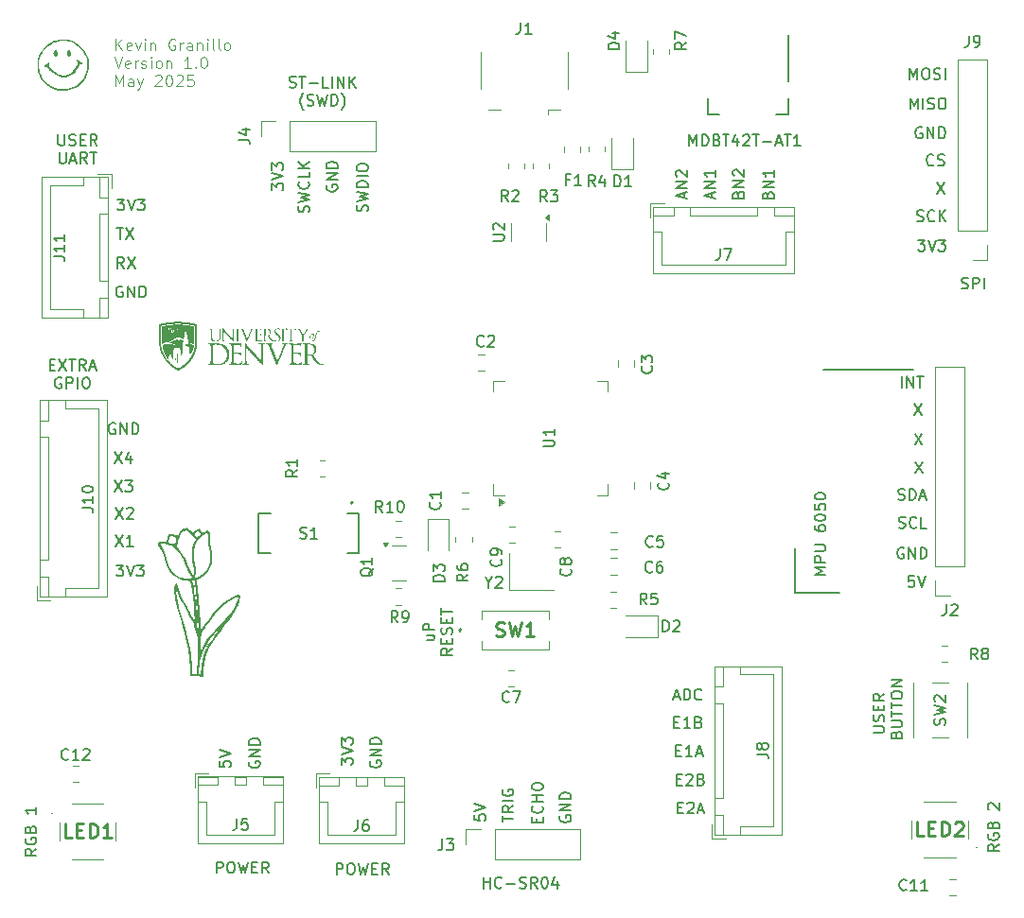
<source format=gbr>
%TF.GenerationSoftware,KiCad,Pcbnew,9.0.1*%
%TF.CreationDate,2025-05-06T13:11:29-06:00*%
%TF.ProjectId,2025_04_STM32F103_RobotBrain,32303235-5f30-4345-9f53-544d33324631,rev?*%
%TF.SameCoordinates,Original*%
%TF.FileFunction,Legend,Top*%
%TF.FilePolarity,Positive*%
%FSLAX46Y46*%
G04 Gerber Fmt 4.6, Leading zero omitted, Abs format (unit mm)*
G04 Created by KiCad (PCBNEW 9.0.1) date 2025-05-06 13:11:29*
%MOMM*%
%LPD*%
G01*
G04 APERTURE LIST*
%ADD10C,0.150000*%
%ADD11C,0.100000*%
%ADD12C,0.254000*%
%ADD13C,0.000000*%
%ADD14C,0.120000*%
%ADD15C,0.127000*%
%ADD16C,0.200000*%
G04 APERTURE END LIST*
D10*
X162585000Y-80945000D02*
X166585000Y-80945000D01*
X162585000Y-80945000D02*
X162585000Y-76945000D01*
X173165000Y-60945000D02*
X165165000Y-60945000D01*
X111104819Y-96030476D02*
X111104819Y-96506666D01*
X111104819Y-96506666D02*
X111581009Y-96554285D01*
X111581009Y-96554285D02*
X111533390Y-96506666D01*
X111533390Y-96506666D02*
X111485771Y-96411428D01*
X111485771Y-96411428D02*
X111485771Y-96173333D01*
X111485771Y-96173333D02*
X111533390Y-96078095D01*
X111533390Y-96078095D02*
X111581009Y-96030476D01*
X111581009Y-96030476D02*
X111676247Y-95982857D01*
X111676247Y-95982857D02*
X111914342Y-95982857D01*
X111914342Y-95982857D02*
X112009580Y-96030476D01*
X112009580Y-96030476D02*
X112057200Y-96078095D01*
X112057200Y-96078095D02*
X112104819Y-96173333D01*
X112104819Y-96173333D02*
X112104819Y-96411428D01*
X112104819Y-96411428D02*
X112057200Y-96506666D01*
X112057200Y-96506666D02*
X112009580Y-96554285D01*
X111104819Y-95697142D02*
X112104819Y-95363809D01*
X112104819Y-95363809D02*
X111104819Y-95030476D01*
X101840476Y-73304819D02*
X102507142Y-74304819D01*
X102507142Y-73304819D02*
X101840476Y-74304819D01*
X102840476Y-73400057D02*
X102888095Y-73352438D01*
X102888095Y-73352438D02*
X102983333Y-73304819D01*
X102983333Y-73304819D02*
X103221428Y-73304819D01*
X103221428Y-73304819D02*
X103316666Y-73352438D01*
X103316666Y-73352438D02*
X103364285Y-73400057D01*
X103364285Y-73400057D02*
X103411904Y-73495295D01*
X103411904Y-73495295D02*
X103411904Y-73590533D01*
X103411904Y-73590533D02*
X103364285Y-73733390D01*
X103364285Y-73733390D02*
X102792857Y-74304819D01*
X102792857Y-74304819D02*
X103411904Y-74304819D01*
X139531009Y-101531904D02*
X139531009Y-101198571D01*
X140054819Y-101055714D02*
X140054819Y-101531904D01*
X140054819Y-101531904D02*
X139054819Y-101531904D01*
X139054819Y-101531904D02*
X139054819Y-101055714D01*
X139959580Y-100055714D02*
X140007200Y-100103333D01*
X140007200Y-100103333D02*
X140054819Y-100246190D01*
X140054819Y-100246190D02*
X140054819Y-100341428D01*
X140054819Y-100341428D02*
X140007200Y-100484285D01*
X140007200Y-100484285D02*
X139911961Y-100579523D01*
X139911961Y-100579523D02*
X139816723Y-100627142D01*
X139816723Y-100627142D02*
X139626247Y-100674761D01*
X139626247Y-100674761D02*
X139483390Y-100674761D01*
X139483390Y-100674761D02*
X139292914Y-100627142D01*
X139292914Y-100627142D02*
X139197676Y-100579523D01*
X139197676Y-100579523D02*
X139102438Y-100484285D01*
X139102438Y-100484285D02*
X139054819Y-100341428D01*
X139054819Y-100341428D02*
X139054819Y-100246190D01*
X139054819Y-100246190D02*
X139102438Y-100103333D01*
X139102438Y-100103333D02*
X139150057Y-100055714D01*
X140054819Y-99627142D02*
X139054819Y-99627142D01*
X139531009Y-99627142D02*
X139531009Y-99055714D01*
X140054819Y-99055714D02*
X139054819Y-99055714D01*
X139054819Y-98389047D02*
X139054819Y-98198571D01*
X139054819Y-98198571D02*
X139102438Y-98103333D01*
X139102438Y-98103333D02*
X139197676Y-98008095D01*
X139197676Y-98008095D02*
X139388152Y-97960476D01*
X139388152Y-97960476D02*
X139721485Y-97960476D01*
X139721485Y-97960476D02*
X139911961Y-98008095D01*
X139911961Y-98008095D02*
X140007200Y-98103333D01*
X140007200Y-98103333D02*
X140054819Y-98198571D01*
X140054819Y-98198571D02*
X140054819Y-98389047D01*
X140054819Y-98389047D02*
X140007200Y-98484285D01*
X140007200Y-98484285D02*
X139911961Y-98579523D01*
X139911961Y-98579523D02*
X139721485Y-98627142D01*
X139721485Y-98627142D02*
X139388152Y-98627142D01*
X139388152Y-98627142D02*
X139197676Y-98579523D01*
X139197676Y-98579523D02*
X139102438Y-98484285D01*
X139102438Y-98484285D02*
X139054819Y-98389047D01*
X151809524Y-92521009D02*
X152142857Y-92521009D01*
X152285714Y-93044819D02*
X151809524Y-93044819D01*
X151809524Y-93044819D02*
X151809524Y-92044819D01*
X151809524Y-92044819D02*
X152285714Y-92044819D01*
X153238095Y-93044819D02*
X152666667Y-93044819D01*
X152952381Y-93044819D02*
X152952381Y-92044819D01*
X152952381Y-92044819D02*
X152857143Y-92187676D01*
X152857143Y-92187676D02*
X152761905Y-92282914D01*
X152761905Y-92282914D02*
X152666667Y-92330533D01*
X154000000Y-92521009D02*
X154142857Y-92568628D01*
X154142857Y-92568628D02*
X154190476Y-92616247D01*
X154190476Y-92616247D02*
X154238095Y-92711485D01*
X154238095Y-92711485D02*
X154238095Y-92854342D01*
X154238095Y-92854342D02*
X154190476Y-92949580D01*
X154190476Y-92949580D02*
X154142857Y-92997200D01*
X154142857Y-92997200D02*
X154047619Y-93044819D01*
X154047619Y-93044819D02*
X153666667Y-93044819D01*
X153666667Y-93044819D02*
X153666667Y-92044819D01*
X153666667Y-92044819D02*
X154000000Y-92044819D01*
X154000000Y-92044819D02*
X154095238Y-92092438D01*
X154095238Y-92092438D02*
X154142857Y-92140057D01*
X154142857Y-92140057D02*
X154190476Y-92235295D01*
X154190476Y-92235295D02*
X154190476Y-92330533D01*
X154190476Y-92330533D02*
X154142857Y-92425771D01*
X154142857Y-92425771D02*
X154095238Y-92473390D01*
X154095238Y-92473390D02*
X154000000Y-92521009D01*
X154000000Y-92521009D02*
X153666667Y-92521009D01*
X155169104Y-45588094D02*
X155169104Y-45111904D01*
X155454819Y-45683332D02*
X154454819Y-45349999D01*
X154454819Y-45349999D02*
X155454819Y-45016666D01*
X155454819Y-44683332D02*
X154454819Y-44683332D01*
X154454819Y-44683332D02*
X155454819Y-44111904D01*
X155454819Y-44111904D02*
X154454819Y-44111904D01*
X155454819Y-43111904D02*
X155454819Y-43683332D01*
X155454819Y-43397618D02*
X154454819Y-43397618D01*
X154454819Y-43397618D02*
X154597676Y-43492856D01*
X154597676Y-43492856D02*
X154692914Y-43588094D01*
X154692914Y-43588094D02*
X154740533Y-43683332D01*
X173396667Y-69234819D02*
X174063333Y-70234819D01*
X174063333Y-69234819D02*
X173396667Y-70234819D01*
X120722438Y-44441904D02*
X120674819Y-44537142D01*
X120674819Y-44537142D02*
X120674819Y-44679999D01*
X120674819Y-44679999D02*
X120722438Y-44822856D01*
X120722438Y-44822856D02*
X120817676Y-44918094D01*
X120817676Y-44918094D02*
X120912914Y-44965713D01*
X120912914Y-44965713D02*
X121103390Y-45013332D01*
X121103390Y-45013332D02*
X121246247Y-45013332D01*
X121246247Y-45013332D02*
X121436723Y-44965713D01*
X121436723Y-44965713D02*
X121531961Y-44918094D01*
X121531961Y-44918094D02*
X121627200Y-44822856D01*
X121627200Y-44822856D02*
X121674819Y-44679999D01*
X121674819Y-44679999D02*
X121674819Y-44584761D01*
X121674819Y-44584761D02*
X121627200Y-44441904D01*
X121627200Y-44441904D02*
X121579580Y-44394285D01*
X121579580Y-44394285D02*
X121246247Y-44394285D01*
X121246247Y-44394285D02*
X121246247Y-44584761D01*
X121674819Y-43965713D02*
X120674819Y-43965713D01*
X120674819Y-43965713D02*
X121674819Y-43394285D01*
X121674819Y-43394285D02*
X120674819Y-43394285D01*
X121674819Y-42918094D02*
X120674819Y-42918094D01*
X120674819Y-42918094D02*
X120674819Y-42679999D01*
X120674819Y-42679999D02*
X120722438Y-42537142D01*
X120722438Y-42537142D02*
X120817676Y-42441904D01*
X120817676Y-42441904D02*
X120912914Y-42394285D01*
X120912914Y-42394285D02*
X121103390Y-42346666D01*
X121103390Y-42346666D02*
X121246247Y-42346666D01*
X121246247Y-42346666D02*
X121436723Y-42394285D01*
X121436723Y-42394285D02*
X121531961Y-42441904D01*
X121531961Y-42441904D02*
X121627200Y-42537142D01*
X121627200Y-42537142D02*
X121674819Y-42679999D01*
X121674819Y-42679999D02*
X121674819Y-42918094D01*
X172888572Y-34964819D02*
X172888572Y-33964819D01*
X172888572Y-33964819D02*
X173221905Y-34679104D01*
X173221905Y-34679104D02*
X173555238Y-33964819D01*
X173555238Y-33964819D02*
X173555238Y-34964819D01*
X174221905Y-33964819D02*
X174412381Y-33964819D01*
X174412381Y-33964819D02*
X174507619Y-34012438D01*
X174507619Y-34012438D02*
X174602857Y-34107676D01*
X174602857Y-34107676D02*
X174650476Y-34298152D01*
X174650476Y-34298152D02*
X174650476Y-34631485D01*
X174650476Y-34631485D02*
X174602857Y-34821961D01*
X174602857Y-34821961D02*
X174507619Y-34917200D01*
X174507619Y-34917200D02*
X174412381Y-34964819D01*
X174412381Y-34964819D02*
X174221905Y-34964819D01*
X174221905Y-34964819D02*
X174126667Y-34917200D01*
X174126667Y-34917200D02*
X174031429Y-34821961D01*
X174031429Y-34821961D02*
X173983810Y-34631485D01*
X173983810Y-34631485D02*
X173983810Y-34298152D01*
X173983810Y-34298152D02*
X174031429Y-34107676D01*
X174031429Y-34107676D02*
X174126667Y-34012438D01*
X174126667Y-34012438D02*
X174221905Y-33964819D01*
X175031429Y-34917200D02*
X175174286Y-34964819D01*
X175174286Y-34964819D02*
X175412381Y-34964819D01*
X175412381Y-34964819D02*
X175507619Y-34917200D01*
X175507619Y-34917200D02*
X175555238Y-34869580D01*
X175555238Y-34869580D02*
X175602857Y-34774342D01*
X175602857Y-34774342D02*
X175602857Y-34679104D01*
X175602857Y-34679104D02*
X175555238Y-34583866D01*
X175555238Y-34583866D02*
X175507619Y-34536247D01*
X175507619Y-34536247D02*
X175412381Y-34488628D01*
X175412381Y-34488628D02*
X175221905Y-34441009D01*
X175221905Y-34441009D02*
X175126667Y-34393390D01*
X175126667Y-34393390D02*
X175079048Y-34345771D01*
X175079048Y-34345771D02*
X175031429Y-34250533D01*
X175031429Y-34250533D02*
X175031429Y-34155295D01*
X175031429Y-34155295D02*
X175079048Y-34060057D01*
X175079048Y-34060057D02*
X175126667Y-34012438D01*
X175126667Y-34012438D02*
X175221905Y-33964819D01*
X175221905Y-33964819D02*
X175460000Y-33964819D01*
X175460000Y-33964819D02*
X175602857Y-34012438D01*
X176031429Y-34964819D02*
X176031429Y-33964819D01*
X101981905Y-45694819D02*
X102600952Y-45694819D01*
X102600952Y-45694819D02*
X102267619Y-46075771D01*
X102267619Y-46075771D02*
X102410476Y-46075771D01*
X102410476Y-46075771D02*
X102505714Y-46123390D01*
X102505714Y-46123390D02*
X102553333Y-46171009D01*
X102553333Y-46171009D02*
X102600952Y-46266247D01*
X102600952Y-46266247D02*
X102600952Y-46504342D01*
X102600952Y-46504342D02*
X102553333Y-46599580D01*
X102553333Y-46599580D02*
X102505714Y-46647200D01*
X102505714Y-46647200D02*
X102410476Y-46694819D01*
X102410476Y-46694819D02*
X102124762Y-46694819D01*
X102124762Y-46694819D02*
X102029524Y-46647200D01*
X102029524Y-46647200D02*
X101981905Y-46599580D01*
X102886667Y-45694819D02*
X103220000Y-46694819D01*
X103220000Y-46694819D02*
X103553333Y-45694819D01*
X103791429Y-45694819D02*
X104410476Y-45694819D01*
X104410476Y-45694819D02*
X104077143Y-46075771D01*
X104077143Y-46075771D02*
X104220000Y-46075771D01*
X104220000Y-46075771D02*
X104315238Y-46123390D01*
X104315238Y-46123390D02*
X104362857Y-46171009D01*
X104362857Y-46171009D02*
X104410476Y-46266247D01*
X104410476Y-46266247D02*
X104410476Y-46504342D01*
X104410476Y-46504342D02*
X104362857Y-46599580D01*
X104362857Y-46599580D02*
X104315238Y-46647200D01*
X104315238Y-46647200D02*
X104220000Y-46694819D01*
X104220000Y-46694819D02*
X103934286Y-46694819D01*
X103934286Y-46694819D02*
X103839048Y-46647200D01*
X103839048Y-46647200D02*
X103791429Y-46599580D01*
X152130952Y-100181009D02*
X152464285Y-100181009D01*
X152607142Y-100704819D02*
X152130952Y-100704819D01*
X152130952Y-100704819D02*
X152130952Y-99704819D01*
X152130952Y-99704819D02*
X152607142Y-99704819D01*
X152988095Y-99800057D02*
X153035714Y-99752438D01*
X153035714Y-99752438D02*
X153130952Y-99704819D01*
X153130952Y-99704819D02*
X153369047Y-99704819D01*
X153369047Y-99704819D02*
X153464285Y-99752438D01*
X153464285Y-99752438D02*
X153511904Y-99800057D01*
X153511904Y-99800057D02*
X153559523Y-99895295D01*
X153559523Y-99895295D02*
X153559523Y-99990533D01*
X153559523Y-99990533D02*
X153511904Y-100133390D01*
X153511904Y-100133390D02*
X152940476Y-100704819D01*
X152940476Y-100704819D02*
X153559523Y-100704819D01*
X153940476Y-100419104D02*
X154416666Y-100419104D01*
X153845238Y-100704819D02*
X154178571Y-99704819D01*
X154178571Y-99704819D02*
X154511904Y-100704819D01*
X101918095Y-48274819D02*
X102489523Y-48274819D01*
X102203809Y-49274819D02*
X102203809Y-48274819D01*
X102727619Y-48274819D02*
X103394285Y-49274819D01*
X103394285Y-48274819D02*
X102727619Y-49274819D01*
X102448095Y-53532438D02*
X102352857Y-53484819D01*
X102352857Y-53484819D02*
X102210000Y-53484819D01*
X102210000Y-53484819D02*
X102067143Y-53532438D01*
X102067143Y-53532438D02*
X101971905Y-53627676D01*
X101971905Y-53627676D02*
X101924286Y-53722914D01*
X101924286Y-53722914D02*
X101876667Y-53913390D01*
X101876667Y-53913390D02*
X101876667Y-54056247D01*
X101876667Y-54056247D02*
X101924286Y-54246723D01*
X101924286Y-54246723D02*
X101971905Y-54341961D01*
X101971905Y-54341961D02*
X102067143Y-54437200D01*
X102067143Y-54437200D02*
X102210000Y-54484819D01*
X102210000Y-54484819D02*
X102305238Y-54484819D01*
X102305238Y-54484819D02*
X102448095Y-54437200D01*
X102448095Y-54437200D02*
X102495714Y-54389580D01*
X102495714Y-54389580D02*
X102495714Y-54056247D01*
X102495714Y-54056247D02*
X102305238Y-54056247D01*
X102924286Y-54484819D02*
X102924286Y-53484819D01*
X102924286Y-53484819D02*
X103495714Y-54484819D01*
X103495714Y-54484819D02*
X103495714Y-53484819D01*
X103971905Y-54484819D02*
X103971905Y-53484819D01*
X103971905Y-53484819D02*
X104210000Y-53484819D01*
X104210000Y-53484819D02*
X104352857Y-53532438D01*
X104352857Y-53532438D02*
X104448095Y-53627676D01*
X104448095Y-53627676D02*
X104495714Y-53722914D01*
X104495714Y-53722914D02*
X104543333Y-53913390D01*
X104543333Y-53913390D02*
X104543333Y-54056247D01*
X104543333Y-54056247D02*
X104495714Y-54246723D01*
X104495714Y-54246723D02*
X104448095Y-54341961D01*
X104448095Y-54341961D02*
X104352857Y-54437200D01*
X104352857Y-54437200D02*
X104210000Y-54484819D01*
X104210000Y-54484819D02*
X103971905Y-54484819D01*
X134746667Y-107414819D02*
X134746667Y-106414819D01*
X134746667Y-106891009D02*
X135318095Y-106891009D01*
X135318095Y-107414819D02*
X135318095Y-106414819D01*
X136365714Y-107319580D02*
X136318095Y-107367200D01*
X136318095Y-107367200D02*
X136175238Y-107414819D01*
X136175238Y-107414819D02*
X136080000Y-107414819D01*
X136080000Y-107414819D02*
X135937143Y-107367200D01*
X135937143Y-107367200D02*
X135841905Y-107271961D01*
X135841905Y-107271961D02*
X135794286Y-107176723D01*
X135794286Y-107176723D02*
X135746667Y-106986247D01*
X135746667Y-106986247D02*
X135746667Y-106843390D01*
X135746667Y-106843390D02*
X135794286Y-106652914D01*
X135794286Y-106652914D02*
X135841905Y-106557676D01*
X135841905Y-106557676D02*
X135937143Y-106462438D01*
X135937143Y-106462438D02*
X136080000Y-106414819D01*
X136080000Y-106414819D02*
X136175238Y-106414819D01*
X136175238Y-106414819D02*
X136318095Y-106462438D01*
X136318095Y-106462438D02*
X136365714Y-106510057D01*
X136794286Y-107033866D02*
X137556191Y-107033866D01*
X137984762Y-107367200D02*
X138127619Y-107414819D01*
X138127619Y-107414819D02*
X138365714Y-107414819D01*
X138365714Y-107414819D02*
X138460952Y-107367200D01*
X138460952Y-107367200D02*
X138508571Y-107319580D01*
X138508571Y-107319580D02*
X138556190Y-107224342D01*
X138556190Y-107224342D02*
X138556190Y-107129104D01*
X138556190Y-107129104D02*
X138508571Y-107033866D01*
X138508571Y-107033866D02*
X138460952Y-106986247D01*
X138460952Y-106986247D02*
X138365714Y-106938628D01*
X138365714Y-106938628D02*
X138175238Y-106891009D01*
X138175238Y-106891009D02*
X138080000Y-106843390D01*
X138080000Y-106843390D02*
X138032381Y-106795771D01*
X138032381Y-106795771D02*
X137984762Y-106700533D01*
X137984762Y-106700533D02*
X137984762Y-106605295D01*
X137984762Y-106605295D02*
X138032381Y-106510057D01*
X138032381Y-106510057D02*
X138080000Y-106462438D01*
X138080000Y-106462438D02*
X138175238Y-106414819D01*
X138175238Y-106414819D02*
X138413333Y-106414819D01*
X138413333Y-106414819D02*
X138556190Y-106462438D01*
X139556190Y-107414819D02*
X139222857Y-106938628D01*
X138984762Y-107414819D02*
X138984762Y-106414819D01*
X138984762Y-106414819D02*
X139365714Y-106414819D01*
X139365714Y-106414819D02*
X139460952Y-106462438D01*
X139460952Y-106462438D02*
X139508571Y-106510057D01*
X139508571Y-106510057D02*
X139556190Y-106605295D01*
X139556190Y-106605295D02*
X139556190Y-106748152D01*
X139556190Y-106748152D02*
X139508571Y-106843390D01*
X139508571Y-106843390D02*
X139460952Y-106891009D01*
X139460952Y-106891009D02*
X139365714Y-106938628D01*
X139365714Y-106938628D02*
X138984762Y-106938628D01*
X140175238Y-106414819D02*
X140270476Y-106414819D01*
X140270476Y-106414819D02*
X140365714Y-106462438D01*
X140365714Y-106462438D02*
X140413333Y-106510057D01*
X140413333Y-106510057D02*
X140460952Y-106605295D01*
X140460952Y-106605295D02*
X140508571Y-106795771D01*
X140508571Y-106795771D02*
X140508571Y-107033866D01*
X140508571Y-107033866D02*
X140460952Y-107224342D01*
X140460952Y-107224342D02*
X140413333Y-107319580D01*
X140413333Y-107319580D02*
X140365714Y-107367200D01*
X140365714Y-107367200D02*
X140270476Y-107414819D01*
X140270476Y-107414819D02*
X140175238Y-107414819D01*
X140175238Y-107414819D02*
X140080000Y-107367200D01*
X140080000Y-107367200D02*
X140032381Y-107319580D01*
X140032381Y-107319580D02*
X139984762Y-107224342D01*
X139984762Y-107224342D02*
X139937143Y-107033866D01*
X139937143Y-107033866D02*
X139937143Y-106795771D01*
X139937143Y-106795771D02*
X139984762Y-106605295D01*
X139984762Y-106605295D02*
X140032381Y-106510057D01*
X140032381Y-106510057D02*
X140080000Y-106462438D01*
X140080000Y-106462438D02*
X140175238Y-106414819D01*
X141365714Y-106748152D02*
X141365714Y-107414819D01*
X141127619Y-106367200D02*
X140889524Y-107081485D01*
X140889524Y-107081485D02*
X141508571Y-107081485D01*
X115824819Y-44888094D02*
X115824819Y-44269047D01*
X115824819Y-44269047D02*
X116205771Y-44602380D01*
X116205771Y-44602380D02*
X116205771Y-44459523D01*
X116205771Y-44459523D02*
X116253390Y-44364285D01*
X116253390Y-44364285D02*
X116301009Y-44316666D01*
X116301009Y-44316666D02*
X116396247Y-44269047D01*
X116396247Y-44269047D02*
X116634342Y-44269047D01*
X116634342Y-44269047D02*
X116729580Y-44316666D01*
X116729580Y-44316666D02*
X116777200Y-44364285D01*
X116777200Y-44364285D02*
X116824819Y-44459523D01*
X116824819Y-44459523D02*
X116824819Y-44745237D01*
X116824819Y-44745237D02*
X116777200Y-44840475D01*
X116777200Y-44840475D02*
X116729580Y-44888094D01*
X115824819Y-43983332D02*
X116824819Y-43649999D01*
X116824819Y-43649999D02*
X115824819Y-43316666D01*
X115824819Y-43078570D02*
X115824819Y-42459523D01*
X115824819Y-42459523D02*
X116205771Y-42792856D01*
X116205771Y-42792856D02*
X116205771Y-42649999D01*
X116205771Y-42649999D02*
X116253390Y-42554761D01*
X116253390Y-42554761D02*
X116301009Y-42507142D01*
X116301009Y-42507142D02*
X116396247Y-42459523D01*
X116396247Y-42459523D02*
X116634342Y-42459523D01*
X116634342Y-42459523D02*
X116729580Y-42507142D01*
X116729580Y-42507142D02*
X116777200Y-42554761D01*
X116777200Y-42554761D02*
X116824819Y-42649999D01*
X116824819Y-42649999D02*
X116824819Y-42935713D01*
X116824819Y-42935713D02*
X116777200Y-43030951D01*
X116777200Y-43030951D02*
X116729580Y-43078570D01*
X151980952Y-95081009D02*
X152314285Y-95081009D01*
X152457142Y-95604819D02*
X151980952Y-95604819D01*
X151980952Y-95604819D02*
X151980952Y-94604819D01*
X151980952Y-94604819D02*
X152457142Y-94604819D01*
X153409523Y-95604819D02*
X152838095Y-95604819D01*
X153123809Y-95604819D02*
X153123809Y-94604819D01*
X153123809Y-94604819D02*
X153028571Y-94747676D01*
X153028571Y-94747676D02*
X152933333Y-94842914D01*
X152933333Y-94842914D02*
X152838095Y-94890533D01*
X153790476Y-95319104D02*
X154266666Y-95319104D01*
X153695238Y-95604819D02*
X154028571Y-94604819D01*
X154028571Y-94604819D02*
X154361904Y-95604819D01*
X175296667Y-44194819D02*
X175963333Y-45194819D01*
X175963333Y-44194819D02*
X175296667Y-45194819D01*
X102583333Y-51864819D02*
X102250000Y-51388628D01*
X102011905Y-51864819D02*
X102011905Y-50864819D01*
X102011905Y-50864819D02*
X102392857Y-50864819D01*
X102392857Y-50864819D02*
X102488095Y-50912438D01*
X102488095Y-50912438D02*
X102535714Y-50960057D01*
X102535714Y-50960057D02*
X102583333Y-51055295D01*
X102583333Y-51055295D02*
X102583333Y-51198152D01*
X102583333Y-51198152D02*
X102535714Y-51293390D01*
X102535714Y-51293390D02*
X102488095Y-51341009D01*
X102488095Y-51341009D02*
X102392857Y-51388628D01*
X102392857Y-51388628D02*
X102011905Y-51388628D01*
X102916667Y-50864819D02*
X103583333Y-51864819D01*
X103583333Y-50864819D02*
X102916667Y-51864819D01*
X101730476Y-68354819D02*
X102397142Y-69354819D01*
X102397142Y-68354819D02*
X101730476Y-69354819D01*
X103206666Y-68688152D02*
X103206666Y-69354819D01*
X102968571Y-68307200D02*
X102730476Y-69021485D01*
X102730476Y-69021485D02*
X103349523Y-69021485D01*
X171909524Y-75107200D02*
X172052381Y-75154819D01*
X172052381Y-75154819D02*
X172290476Y-75154819D01*
X172290476Y-75154819D02*
X172385714Y-75107200D01*
X172385714Y-75107200D02*
X172433333Y-75059580D01*
X172433333Y-75059580D02*
X172480952Y-74964342D01*
X172480952Y-74964342D02*
X172480952Y-74869104D01*
X172480952Y-74869104D02*
X172433333Y-74773866D01*
X172433333Y-74773866D02*
X172385714Y-74726247D01*
X172385714Y-74726247D02*
X172290476Y-74678628D01*
X172290476Y-74678628D02*
X172100000Y-74631009D01*
X172100000Y-74631009D02*
X172004762Y-74583390D01*
X172004762Y-74583390D02*
X171957143Y-74535771D01*
X171957143Y-74535771D02*
X171909524Y-74440533D01*
X171909524Y-74440533D02*
X171909524Y-74345295D01*
X171909524Y-74345295D02*
X171957143Y-74250057D01*
X171957143Y-74250057D02*
X172004762Y-74202438D01*
X172004762Y-74202438D02*
X172100000Y-74154819D01*
X172100000Y-74154819D02*
X172338095Y-74154819D01*
X172338095Y-74154819D02*
X172480952Y-74202438D01*
X173480952Y-75059580D02*
X173433333Y-75107200D01*
X173433333Y-75107200D02*
X173290476Y-75154819D01*
X173290476Y-75154819D02*
X173195238Y-75154819D01*
X173195238Y-75154819D02*
X173052381Y-75107200D01*
X173052381Y-75107200D02*
X172957143Y-75011961D01*
X172957143Y-75011961D02*
X172909524Y-74916723D01*
X172909524Y-74916723D02*
X172861905Y-74726247D01*
X172861905Y-74726247D02*
X172861905Y-74583390D01*
X172861905Y-74583390D02*
X172909524Y-74392914D01*
X172909524Y-74392914D02*
X172957143Y-74297676D01*
X172957143Y-74297676D02*
X173052381Y-74202438D01*
X173052381Y-74202438D02*
X173195238Y-74154819D01*
X173195238Y-74154819D02*
X173290476Y-74154819D01*
X173290476Y-74154819D02*
X173433333Y-74202438D01*
X173433333Y-74202438D02*
X173480952Y-74250057D01*
X174385714Y-75154819D02*
X173909524Y-75154819D01*
X173909524Y-75154819D02*
X173909524Y-74154819D01*
X171845714Y-72587200D02*
X171988571Y-72634819D01*
X171988571Y-72634819D02*
X172226666Y-72634819D01*
X172226666Y-72634819D02*
X172321904Y-72587200D01*
X172321904Y-72587200D02*
X172369523Y-72539580D01*
X172369523Y-72539580D02*
X172417142Y-72444342D01*
X172417142Y-72444342D02*
X172417142Y-72349104D01*
X172417142Y-72349104D02*
X172369523Y-72253866D01*
X172369523Y-72253866D02*
X172321904Y-72206247D01*
X172321904Y-72206247D02*
X172226666Y-72158628D01*
X172226666Y-72158628D02*
X172036190Y-72111009D01*
X172036190Y-72111009D02*
X171940952Y-72063390D01*
X171940952Y-72063390D02*
X171893333Y-72015771D01*
X171893333Y-72015771D02*
X171845714Y-71920533D01*
X171845714Y-71920533D02*
X171845714Y-71825295D01*
X171845714Y-71825295D02*
X171893333Y-71730057D01*
X171893333Y-71730057D02*
X171940952Y-71682438D01*
X171940952Y-71682438D02*
X172036190Y-71634819D01*
X172036190Y-71634819D02*
X172274285Y-71634819D01*
X172274285Y-71634819D02*
X172417142Y-71682438D01*
X172845714Y-72634819D02*
X172845714Y-71634819D01*
X172845714Y-71634819D02*
X173083809Y-71634819D01*
X173083809Y-71634819D02*
X173226666Y-71682438D01*
X173226666Y-71682438D02*
X173321904Y-71777676D01*
X173321904Y-71777676D02*
X173369523Y-71872914D01*
X173369523Y-71872914D02*
X173417142Y-72063390D01*
X173417142Y-72063390D02*
X173417142Y-72206247D01*
X173417142Y-72206247D02*
X173369523Y-72396723D01*
X173369523Y-72396723D02*
X173321904Y-72491961D01*
X173321904Y-72491961D02*
X173226666Y-72587200D01*
X173226666Y-72587200D02*
X173083809Y-72634819D01*
X173083809Y-72634819D02*
X172845714Y-72634819D01*
X173798095Y-72349104D02*
X174274285Y-72349104D01*
X173702857Y-72634819D02*
X174036190Y-71634819D01*
X174036190Y-71634819D02*
X174369523Y-72634819D01*
X121590476Y-106174819D02*
X121590476Y-105174819D01*
X121590476Y-105174819D02*
X121971428Y-105174819D01*
X121971428Y-105174819D02*
X122066666Y-105222438D01*
X122066666Y-105222438D02*
X122114285Y-105270057D01*
X122114285Y-105270057D02*
X122161904Y-105365295D01*
X122161904Y-105365295D02*
X122161904Y-105508152D01*
X122161904Y-105508152D02*
X122114285Y-105603390D01*
X122114285Y-105603390D02*
X122066666Y-105651009D01*
X122066666Y-105651009D02*
X121971428Y-105698628D01*
X121971428Y-105698628D02*
X121590476Y-105698628D01*
X122780952Y-105174819D02*
X122971428Y-105174819D01*
X122971428Y-105174819D02*
X123066666Y-105222438D01*
X123066666Y-105222438D02*
X123161904Y-105317676D01*
X123161904Y-105317676D02*
X123209523Y-105508152D01*
X123209523Y-105508152D02*
X123209523Y-105841485D01*
X123209523Y-105841485D02*
X123161904Y-106031961D01*
X123161904Y-106031961D02*
X123066666Y-106127200D01*
X123066666Y-106127200D02*
X122971428Y-106174819D01*
X122971428Y-106174819D02*
X122780952Y-106174819D01*
X122780952Y-106174819D02*
X122685714Y-106127200D01*
X122685714Y-106127200D02*
X122590476Y-106031961D01*
X122590476Y-106031961D02*
X122542857Y-105841485D01*
X122542857Y-105841485D02*
X122542857Y-105508152D01*
X122542857Y-105508152D02*
X122590476Y-105317676D01*
X122590476Y-105317676D02*
X122685714Y-105222438D01*
X122685714Y-105222438D02*
X122780952Y-105174819D01*
X123542857Y-105174819D02*
X123780952Y-106174819D01*
X123780952Y-106174819D02*
X123971428Y-105460533D01*
X123971428Y-105460533D02*
X124161904Y-106174819D01*
X124161904Y-106174819D02*
X124400000Y-105174819D01*
X124780952Y-105651009D02*
X125114285Y-105651009D01*
X125257142Y-106174819D02*
X124780952Y-106174819D01*
X124780952Y-106174819D02*
X124780952Y-105174819D01*
X124780952Y-105174819D02*
X125257142Y-105174819D01*
X126257142Y-106174819D02*
X125923809Y-105698628D01*
X125685714Y-106174819D02*
X125685714Y-105174819D01*
X125685714Y-105174819D02*
X126066666Y-105174819D01*
X126066666Y-105174819D02*
X126161904Y-105222438D01*
X126161904Y-105222438D02*
X126209523Y-105270057D01*
X126209523Y-105270057D02*
X126257142Y-105365295D01*
X126257142Y-105365295D02*
X126257142Y-105508152D01*
X126257142Y-105508152D02*
X126209523Y-105603390D01*
X126209523Y-105603390D02*
X126161904Y-105651009D01*
X126161904Y-105651009D02*
X126066666Y-105698628D01*
X126066666Y-105698628D02*
X125685714Y-105698628D01*
X124622438Y-96021904D02*
X124574819Y-96117142D01*
X124574819Y-96117142D02*
X124574819Y-96259999D01*
X124574819Y-96259999D02*
X124622438Y-96402856D01*
X124622438Y-96402856D02*
X124717676Y-96498094D01*
X124717676Y-96498094D02*
X124812914Y-96545713D01*
X124812914Y-96545713D02*
X125003390Y-96593332D01*
X125003390Y-96593332D02*
X125146247Y-96593332D01*
X125146247Y-96593332D02*
X125336723Y-96545713D01*
X125336723Y-96545713D02*
X125431961Y-96498094D01*
X125431961Y-96498094D02*
X125527200Y-96402856D01*
X125527200Y-96402856D02*
X125574819Y-96259999D01*
X125574819Y-96259999D02*
X125574819Y-96164761D01*
X125574819Y-96164761D02*
X125527200Y-96021904D01*
X125527200Y-96021904D02*
X125479580Y-95974285D01*
X125479580Y-95974285D02*
X125146247Y-95974285D01*
X125146247Y-95974285D02*
X125146247Y-96164761D01*
X125574819Y-95545713D02*
X124574819Y-95545713D01*
X124574819Y-95545713D02*
X125574819Y-94974285D01*
X125574819Y-94974285D02*
X124574819Y-94974285D01*
X125574819Y-94498094D02*
X124574819Y-94498094D01*
X124574819Y-94498094D02*
X124574819Y-94259999D01*
X124574819Y-94259999D02*
X124622438Y-94117142D01*
X124622438Y-94117142D02*
X124717676Y-94021904D01*
X124717676Y-94021904D02*
X124812914Y-93974285D01*
X124812914Y-93974285D02*
X125003390Y-93926666D01*
X125003390Y-93926666D02*
X125146247Y-93926666D01*
X125146247Y-93926666D02*
X125336723Y-93974285D01*
X125336723Y-93974285D02*
X125431961Y-94021904D01*
X125431961Y-94021904D02*
X125527200Y-94117142D01*
X125527200Y-94117142D02*
X125574819Y-94259999D01*
X125574819Y-94259999D02*
X125574819Y-94498094D01*
X173621905Y-49344819D02*
X174240952Y-49344819D01*
X174240952Y-49344819D02*
X173907619Y-49725771D01*
X173907619Y-49725771D02*
X174050476Y-49725771D01*
X174050476Y-49725771D02*
X174145714Y-49773390D01*
X174145714Y-49773390D02*
X174193333Y-49821009D01*
X174193333Y-49821009D02*
X174240952Y-49916247D01*
X174240952Y-49916247D02*
X174240952Y-50154342D01*
X174240952Y-50154342D02*
X174193333Y-50249580D01*
X174193333Y-50249580D02*
X174145714Y-50297200D01*
X174145714Y-50297200D02*
X174050476Y-50344819D01*
X174050476Y-50344819D02*
X173764762Y-50344819D01*
X173764762Y-50344819D02*
X173669524Y-50297200D01*
X173669524Y-50297200D02*
X173621905Y-50249580D01*
X174526667Y-49344819D02*
X174860000Y-50344819D01*
X174860000Y-50344819D02*
X175193333Y-49344819D01*
X175431429Y-49344819D02*
X176050476Y-49344819D01*
X176050476Y-49344819D02*
X175717143Y-49725771D01*
X175717143Y-49725771D02*
X175860000Y-49725771D01*
X175860000Y-49725771D02*
X175955238Y-49773390D01*
X175955238Y-49773390D02*
X176002857Y-49821009D01*
X176002857Y-49821009D02*
X176050476Y-49916247D01*
X176050476Y-49916247D02*
X176050476Y-50154342D01*
X176050476Y-50154342D02*
X176002857Y-50249580D01*
X176002857Y-50249580D02*
X175955238Y-50297200D01*
X175955238Y-50297200D02*
X175860000Y-50344819D01*
X175860000Y-50344819D02*
X175574286Y-50344819D01*
X175574286Y-50344819D02*
X175479048Y-50297200D01*
X175479048Y-50297200D02*
X175431429Y-50249580D01*
X113792438Y-96061904D02*
X113744819Y-96157142D01*
X113744819Y-96157142D02*
X113744819Y-96299999D01*
X113744819Y-96299999D02*
X113792438Y-96442856D01*
X113792438Y-96442856D02*
X113887676Y-96538094D01*
X113887676Y-96538094D02*
X113982914Y-96585713D01*
X113982914Y-96585713D02*
X114173390Y-96633332D01*
X114173390Y-96633332D02*
X114316247Y-96633332D01*
X114316247Y-96633332D02*
X114506723Y-96585713D01*
X114506723Y-96585713D02*
X114601961Y-96538094D01*
X114601961Y-96538094D02*
X114697200Y-96442856D01*
X114697200Y-96442856D02*
X114744819Y-96299999D01*
X114744819Y-96299999D02*
X114744819Y-96204761D01*
X114744819Y-96204761D02*
X114697200Y-96061904D01*
X114697200Y-96061904D02*
X114649580Y-96014285D01*
X114649580Y-96014285D02*
X114316247Y-96014285D01*
X114316247Y-96014285D02*
X114316247Y-96204761D01*
X114744819Y-95585713D02*
X113744819Y-95585713D01*
X113744819Y-95585713D02*
X114744819Y-95014285D01*
X114744819Y-95014285D02*
X113744819Y-95014285D01*
X114744819Y-94538094D02*
X113744819Y-94538094D01*
X113744819Y-94538094D02*
X113744819Y-94299999D01*
X113744819Y-94299999D02*
X113792438Y-94157142D01*
X113792438Y-94157142D02*
X113887676Y-94061904D01*
X113887676Y-94061904D02*
X113982914Y-94014285D01*
X113982914Y-94014285D02*
X114173390Y-93966666D01*
X114173390Y-93966666D02*
X114316247Y-93966666D01*
X114316247Y-93966666D02*
X114506723Y-94014285D01*
X114506723Y-94014285D02*
X114601961Y-94061904D01*
X114601961Y-94061904D02*
X114697200Y-94157142D01*
X114697200Y-94157142D02*
X114744819Y-94299999D01*
X114744819Y-94299999D02*
X114744819Y-94538094D01*
X101901905Y-78454819D02*
X102520952Y-78454819D01*
X102520952Y-78454819D02*
X102187619Y-78835771D01*
X102187619Y-78835771D02*
X102330476Y-78835771D01*
X102330476Y-78835771D02*
X102425714Y-78883390D01*
X102425714Y-78883390D02*
X102473333Y-78931009D01*
X102473333Y-78931009D02*
X102520952Y-79026247D01*
X102520952Y-79026247D02*
X102520952Y-79264342D01*
X102520952Y-79264342D02*
X102473333Y-79359580D01*
X102473333Y-79359580D02*
X102425714Y-79407200D01*
X102425714Y-79407200D02*
X102330476Y-79454819D01*
X102330476Y-79454819D02*
X102044762Y-79454819D01*
X102044762Y-79454819D02*
X101949524Y-79407200D01*
X101949524Y-79407200D02*
X101901905Y-79359580D01*
X102806667Y-78454819D02*
X103140000Y-79454819D01*
X103140000Y-79454819D02*
X103473333Y-78454819D01*
X103711429Y-78454819D02*
X104330476Y-78454819D01*
X104330476Y-78454819D02*
X103997143Y-78835771D01*
X103997143Y-78835771D02*
X104140000Y-78835771D01*
X104140000Y-78835771D02*
X104235238Y-78883390D01*
X104235238Y-78883390D02*
X104282857Y-78931009D01*
X104282857Y-78931009D02*
X104330476Y-79026247D01*
X104330476Y-79026247D02*
X104330476Y-79264342D01*
X104330476Y-79264342D02*
X104282857Y-79359580D01*
X104282857Y-79359580D02*
X104235238Y-79407200D01*
X104235238Y-79407200D02*
X104140000Y-79454819D01*
X104140000Y-79454819D02*
X103854286Y-79454819D01*
X103854286Y-79454819D02*
X103759048Y-79407200D01*
X103759048Y-79407200D02*
X103711429Y-79359580D01*
X165354819Y-79348220D02*
X164354819Y-79348220D01*
X164354819Y-79348220D02*
X165069104Y-79014887D01*
X165069104Y-79014887D02*
X164354819Y-78681554D01*
X164354819Y-78681554D02*
X165354819Y-78681554D01*
X165354819Y-78205363D02*
X164354819Y-78205363D01*
X164354819Y-78205363D02*
X164354819Y-77824411D01*
X164354819Y-77824411D02*
X164402438Y-77729173D01*
X164402438Y-77729173D02*
X164450057Y-77681554D01*
X164450057Y-77681554D02*
X164545295Y-77633935D01*
X164545295Y-77633935D02*
X164688152Y-77633935D01*
X164688152Y-77633935D02*
X164783390Y-77681554D01*
X164783390Y-77681554D02*
X164831009Y-77729173D01*
X164831009Y-77729173D02*
X164878628Y-77824411D01*
X164878628Y-77824411D02*
X164878628Y-78205363D01*
X164354819Y-77205363D02*
X165164342Y-77205363D01*
X165164342Y-77205363D02*
X165259580Y-77157744D01*
X165259580Y-77157744D02*
X165307200Y-77110125D01*
X165307200Y-77110125D02*
X165354819Y-77014887D01*
X165354819Y-77014887D02*
X165354819Y-76824411D01*
X165354819Y-76824411D02*
X165307200Y-76729173D01*
X165307200Y-76729173D02*
X165259580Y-76681554D01*
X165259580Y-76681554D02*
X165164342Y-76633935D01*
X165164342Y-76633935D02*
X164354819Y-76633935D01*
X164354819Y-74967268D02*
X164354819Y-75157744D01*
X164354819Y-75157744D02*
X164402438Y-75252982D01*
X164402438Y-75252982D02*
X164450057Y-75300601D01*
X164450057Y-75300601D02*
X164592914Y-75395839D01*
X164592914Y-75395839D02*
X164783390Y-75443458D01*
X164783390Y-75443458D02*
X165164342Y-75443458D01*
X165164342Y-75443458D02*
X165259580Y-75395839D01*
X165259580Y-75395839D02*
X165307200Y-75348220D01*
X165307200Y-75348220D02*
X165354819Y-75252982D01*
X165354819Y-75252982D02*
X165354819Y-75062506D01*
X165354819Y-75062506D02*
X165307200Y-74967268D01*
X165307200Y-74967268D02*
X165259580Y-74919649D01*
X165259580Y-74919649D02*
X165164342Y-74872030D01*
X165164342Y-74872030D02*
X164926247Y-74872030D01*
X164926247Y-74872030D02*
X164831009Y-74919649D01*
X164831009Y-74919649D02*
X164783390Y-74967268D01*
X164783390Y-74967268D02*
X164735771Y-75062506D01*
X164735771Y-75062506D02*
X164735771Y-75252982D01*
X164735771Y-75252982D02*
X164783390Y-75348220D01*
X164783390Y-75348220D02*
X164831009Y-75395839D01*
X164831009Y-75395839D02*
X164926247Y-75443458D01*
X164354819Y-74252982D02*
X164354819Y-74157744D01*
X164354819Y-74157744D02*
X164402438Y-74062506D01*
X164402438Y-74062506D02*
X164450057Y-74014887D01*
X164450057Y-74014887D02*
X164545295Y-73967268D01*
X164545295Y-73967268D02*
X164735771Y-73919649D01*
X164735771Y-73919649D02*
X164973866Y-73919649D01*
X164973866Y-73919649D02*
X165164342Y-73967268D01*
X165164342Y-73967268D02*
X165259580Y-74014887D01*
X165259580Y-74014887D02*
X165307200Y-74062506D01*
X165307200Y-74062506D02*
X165354819Y-74157744D01*
X165354819Y-74157744D02*
X165354819Y-74252982D01*
X165354819Y-74252982D02*
X165307200Y-74348220D01*
X165307200Y-74348220D02*
X165259580Y-74395839D01*
X165259580Y-74395839D02*
X165164342Y-74443458D01*
X165164342Y-74443458D02*
X164973866Y-74491077D01*
X164973866Y-74491077D02*
X164735771Y-74491077D01*
X164735771Y-74491077D02*
X164545295Y-74443458D01*
X164545295Y-74443458D02*
X164450057Y-74395839D01*
X164450057Y-74395839D02*
X164402438Y-74348220D01*
X164402438Y-74348220D02*
X164354819Y-74252982D01*
X164354819Y-73014887D02*
X164354819Y-73491077D01*
X164354819Y-73491077D02*
X164831009Y-73538696D01*
X164831009Y-73538696D02*
X164783390Y-73491077D01*
X164783390Y-73491077D02*
X164735771Y-73395839D01*
X164735771Y-73395839D02*
X164735771Y-73157744D01*
X164735771Y-73157744D02*
X164783390Y-73062506D01*
X164783390Y-73062506D02*
X164831009Y-73014887D01*
X164831009Y-73014887D02*
X164926247Y-72967268D01*
X164926247Y-72967268D02*
X165164342Y-72967268D01*
X165164342Y-72967268D02*
X165259580Y-73014887D01*
X165259580Y-73014887D02*
X165307200Y-73062506D01*
X165307200Y-73062506D02*
X165354819Y-73157744D01*
X165354819Y-73157744D02*
X165354819Y-73395839D01*
X165354819Y-73395839D02*
X165307200Y-73491077D01*
X165307200Y-73491077D02*
X165259580Y-73538696D01*
X164354819Y-72348220D02*
X164354819Y-72252982D01*
X164354819Y-72252982D02*
X164402438Y-72157744D01*
X164402438Y-72157744D02*
X164450057Y-72110125D01*
X164450057Y-72110125D02*
X164545295Y-72062506D01*
X164545295Y-72062506D02*
X164735771Y-72014887D01*
X164735771Y-72014887D02*
X164973866Y-72014887D01*
X164973866Y-72014887D02*
X165164342Y-72062506D01*
X165164342Y-72062506D02*
X165259580Y-72110125D01*
X165259580Y-72110125D02*
X165307200Y-72157744D01*
X165307200Y-72157744D02*
X165354819Y-72252982D01*
X165354819Y-72252982D02*
X165354819Y-72348220D01*
X165354819Y-72348220D02*
X165307200Y-72443458D01*
X165307200Y-72443458D02*
X165259580Y-72491077D01*
X165259580Y-72491077D02*
X165164342Y-72538696D01*
X165164342Y-72538696D02*
X164973866Y-72586315D01*
X164973866Y-72586315D02*
X164735771Y-72586315D01*
X164735771Y-72586315D02*
X164545295Y-72538696D01*
X164545295Y-72538696D02*
X164450057Y-72491077D01*
X164450057Y-72491077D02*
X164402438Y-72443458D01*
X164402438Y-72443458D02*
X164354819Y-72348220D01*
X151761905Y-90259104D02*
X152238095Y-90259104D01*
X151666667Y-90544819D02*
X152000000Y-89544819D01*
X152000000Y-89544819D02*
X152333333Y-90544819D01*
X152666667Y-90544819D02*
X152666667Y-89544819D01*
X152666667Y-89544819D02*
X152904762Y-89544819D01*
X152904762Y-89544819D02*
X153047619Y-89592438D01*
X153047619Y-89592438D02*
X153142857Y-89687676D01*
X153142857Y-89687676D02*
X153190476Y-89782914D01*
X153190476Y-89782914D02*
X153238095Y-89973390D01*
X153238095Y-89973390D02*
X153238095Y-90116247D01*
X153238095Y-90116247D02*
X153190476Y-90306723D01*
X153190476Y-90306723D02*
X153142857Y-90401961D01*
X153142857Y-90401961D02*
X153047619Y-90497200D01*
X153047619Y-90497200D02*
X152904762Y-90544819D01*
X152904762Y-90544819D02*
X152666667Y-90544819D01*
X154238095Y-90449580D02*
X154190476Y-90497200D01*
X154190476Y-90497200D02*
X154047619Y-90544819D01*
X154047619Y-90544819D02*
X153952381Y-90544819D01*
X153952381Y-90544819D02*
X153809524Y-90497200D01*
X153809524Y-90497200D02*
X153714286Y-90401961D01*
X153714286Y-90401961D02*
X153666667Y-90306723D01*
X153666667Y-90306723D02*
X153619048Y-90116247D01*
X153619048Y-90116247D02*
X153619048Y-89973390D01*
X153619048Y-89973390D02*
X153666667Y-89782914D01*
X153666667Y-89782914D02*
X153714286Y-89687676D01*
X153714286Y-89687676D02*
X153809524Y-89592438D01*
X153809524Y-89592438D02*
X153952381Y-89544819D01*
X153952381Y-89544819D02*
X154047619Y-89544819D01*
X154047619Y-89544819D02*
X154190476Y-89592438D01*
X154190476Y-89592438D02*
X154238095Y-89640057D01*
X129663180Y-84766666D02*
X130329847Y-84766666D01*
X129663180Y-85195237D02*
X130186989Y-85195237D01*
X130186989Y-85195237D02*
X130282228Y-85147618D01*
X130282228Y-85147618D02*
X130329847Y-85052380D01*
X130329847Y-85052380D02*
X130329847Y-84909523D01*
X130329847Y-84909523D02*
X130282228Y-84814285D01*
X130282228Y-84814285D02*
X130234608Y-84766666D01*
X130329847Y-84290475D02*
X129329847Y-84290475D01*
X129329847Y-84290475D02*
X129329847Y-83909523D01*
X129329847Y-83909523D02*
X129377466Y-83814285D01*
X129377466Y-83814285D02*
X129425085Y-83766666D01*
X129425085Y-83766666D02*
X129520323Y-83719047D01*
X129520323Y-83719047D02*
X129663180Y-83719047D01*
X129663180Y-83719047D02*
X129758418Y-83766666D01*
X129758418Y-83766666D02*
X129806037Y-83814285D01*
X129806037Y-83814285D02*
X129853656Y-83909523D01*
X129853656Y-83909523D02*
X129853656Y-84290475D01*
X131939791Y-85933333D02*
X131463600Y-86266666D01*
X131939791Y-86504761D02*
X130939791Y-86504761D01*
X130939791Y-86504761D02*
X130939791Y-86123809D01*
X130939791Y-86123809D02*
X130987410Y-86028571D01*
X130987410Y-86028571D02*
X131035029Y-85980952D01*
X131035029Y-85980952D02*
X131130267Y-85933333D01*
X131130267Y-85933333D02*
X131273124Y-85933333D01*
X131273124Y-85933333D02*
X131368362Y-85980952D01*
X131368362Y-85980952D02*
X131415981Y-86028571D01*
X131415981Y-86028571D02*
X131463600Y-86123809D01*
X131463600Y-86123809D02*
X131463600Y-86504761D01*
X131415981Y-85504761D02*
X131415981Y-85171428D01*
X131939791Y-85028571D02*
X131939791Y-85504761D01*
X131939791Y-85504761D02*
X130939791Y-85504761D01*
X130939791Y-85504761D02*
X130939791Y-85028571D01*
X131892172Y-84647618D02*
X131939791Y-84504761D01*
X131939791Y-84504761D02*
X131939791Y-84266666D01*
X131939791Y-84266666D02*
X131892172Y-84171428D01*
X131892172Y-84171428D02*
X131844552Y-84123809D01*
X131844552Y-84123809D02*
X131749314Y-84076190D01*
X131749314Y-84076190D02*
X131654076Y-84076190D01*
X131654076Y-84076190D02*
X131558838Y-84123809D01*
X131558838Y-84123809D02*
X131511219Y-84171428D01*
X131511219Y-84171428D02*
X131463600Y-84266666D01*
X131463600Y-84266666D02*
X131415981Y-84457142D01*
X131415981Y-84457142D02*
X131368362Y-84552380D01*
X131368362Y-84552380D02*
X131320743Y-84599999D01*
X131320743Y-84599999D02*
X131225505Y-84647618D01*
X131225505Y-84647618D02*
X131130267Y-84647618D01*
X131130267Y-84647618D02*
X131035029Y-84599999D01*
X131035029Y-84599999D02*
X130987410Y-84552380D01*
X130987410Y-84552380D02*
X130939791Y-84457142D01*
X130939791Y-84457142D02*
X130939791Y-84219047D01*
X130939791Y-84219047D02*
X130987410Y-84076190D01*
X131415981Y-83647618D02*
X131415981Y-83314285D01*
X131939791Y-83171428D02*
X131939791Y-83647618D01*
X131939791Y-83647618D02*
X130939791Y-83647618D01*
X130939791Y-83647618D02*
X130939791Y-83171428D01*
X130939791Y-82885713D02*
X130939791Y-82314285D01*
X131939791Y-82599999D02*
X130939791Y-82599999D01*
X94744819Y-103877619D02*
X94268628Y-104210952D01*
X94744819Y-104449047D02*
X93744819Y-104449047D01*
X93744819Y-104449047D02*
X93744819Y-104068095D01*
X93744819Y-104068095D02*
X93792438Y-103972857D01*
X93792438Y-103972857D02*
X93840057Y-103925238D01*
X93840057Y-103925238D02*
X93935295Y-103877619D01*
X93935295Y-103877619D02*
X94078152Y-103877619D01*
X94078152Y-103877619D02*
X94173390Y-103925238D01*
X94173390Y-103925238D02*
X94221009Y-103972857D01*
X94221009Y-103972857D02*
X94268628Y-104068095D01*
X94268628Y-104068095D02*
X94268628Y-104449047D01*
X93792438Y-102925238D02*
X93744819Y-103020476D01*
X93744819Y-103020476D02*
X93744819Y-103163333D01*
X93744819Y-103163333D02*
X93792438Y-103306190D01*
X93792438Y-103306190D02*
X93887676Y-103401428D01*
X93887676Y-103401428D02*
X93982914Y-103449047D01*
X93982914Y-103449047D02*
X94173390Y-103496666D01*
X94173390Y-103496666D02*
X94316247Y-103496666D01*
X94316247Y-103496666D02*
X94506723Y-103449047D01*
X94506723Y-103449047D02*
X94601961Y-103401428D01*
X94601961Y-103401428D02*
X94697200Y-103306190D01*
X94697200Y-103306190D02*
X94744819Y-103163333D01*
X94744819Y-103163333D02*
X94744819Y-103068095D01*
X94744819Y-103068095D02*
X94697200Y-102925238D01*
X94697200Y-102925238D02*
X94649580Y-102877619D01*
X94649580Y-102877619D02*
X94316247Y-102877619D01*
X94316247Y-102877619D02*
X94316247Y-103068095D01*
X94221009Y-102115714D02*
X94268628Y-101972857D01*
X94268628Y-101972857D02*
X94316247Y-101925238D01*
X94316247Y-101925238D02*
X94411485Y-101877619D01*
X94411485Y-101877619D02*
X94554342Y-101877619D01*
X94554342Y-101877619D02*
X94649580Y-101925238D01*
X94649580Y-101925238D02*
X94697200Y-101972857D01*
X94697200Y-101972857D02*
X94744819Y-102068095D01*
X94744819Y-102068095D02*
X94744819Y-102449047D01*
X94744819Y-102449047D02*
X93744819Y-102449047D01*
X93744819Y-102449047D02*
X93744819Y-102115714D01*
X93744819Y-102115714D02*
X93792438Y-102020476D01*
X93792438Y-102020476D02*
X93840057Y-101972857D01*
X93840057Y-101972857D02*
X93935295Y-101925238D01*
X93935295Y-101925238D02*
X94030533Y-101925238D01*
X94030533Y-101925238D02*
X94125771Y-101972857D01*
X94125771Y-101972857D02*
X94173390Y-102020476D01*
X94173390Y-102020476D02*
X94221009Y-102115714D01*
X94221009Y-102115714D02*
X94221009Y-102449047D01*
X94744819Y-100163333D02*
X94744819Y-100734761D01*
X94744819Y-100449047D02*
X93744819Y-100449047D01*
X93744819Y-100449047D02*
X93887676Y-100544285D01*
X93887676Y-100544285D02*
X93982914Y-100639523D01*
X93982914Y-100639523D02*
X94030533Y-100734761D01*
X173259523Y-79444819D02*
X172783333Y-79444819D01*
X172783333Y-79444819D02*
X172735714Y-79921009D01*
X172735714Y-79921009D02*
X172783333Y-79873390D01*
X172783333Y-79873390D02*
X172878571Y-79825771D01*
X172878571Y-79825771D02*
X173116666Y-79825771D01*
X173116666Y-79825771D02*
X173211904Y-79873390D01*
X173211904Y-79873390D02*
X173259523Y-79921009D01*
X173259523Y-79921009D02*
X173307142Y-80016247D01*
X173307142Y-80016247D02*
X173307142Y-80254342D01*
X173307142Y-80254342D02*
X173259523Y-80349580D01*
X173259523Y-80349580D02*
X173211904Y-80397200D01*
X173211904Y-80397200D02*
X173116666Y-80444819D01*
X173116666Y-80444819D02*
X172878571Y-80444819D01*
X172878571Y-80444819D02*
X172783333Y-80397200D01*
X172783333Y-80397200D02*
X172735714Y-80349580D01*
X173592857Y-79444819D02*
X173926190Y-80444819D01*
X173926190Y-80444819D02*
X174259523Y-79444819D01*
X172155238Y-62584819D02*
X172155238Y-61584819D01*
X172631428Y-62584819D02*
X172631428Y-61584819D01*
X172631428Y-61584819D02*
X173202856Y-62584819D01*
X173202856Y-62584819D02*
X173202856Y-61584819D01*
X173536190Y-61584819D02*
X174107618Y-61584819D01*
X173821904Y-62584819D02*
X173821904Y-61584819D01*
X124347200Y-46779046D02*
X124394819Y-46636189D01*
X124394819Y-46636189D02*
X124394819Y-46398094D01*
X124394819Y-46398094D02*
X124347200Y-46302856D01*
X124347200Y-46302856D02*
X124299580Y-46255237D01*
X124299580Y-46255237D02*
X124204342Y-46207618D01*
X124204342Y-46207618D02*
X124109104Y-46207618D01*
X124109104Y-46207618D02*
X124013866Y-46255237D01*
X124013866Y-46255237D02*
X123966247Y-46302856D01*
X123966247Y-46302856D02*
X123918628Y-46398094D01*
X123918628Y-46398094D02*
X123871009Y-46588570D01*
X123871009Y-46588570D02*
X123823390Y-46683808D01*
X123823390Y-46683808D02*
X123775771Y-46731427D01*
X123775771Y-46731427D02*
X123680533Y-46779046D01*
X123680533Y-46779046D02*
X123585295Y-46779046D01*
X123585295Y-46779046D02*
X123490057Y-46731427D01*
X123490057Y-46731427D02*
X123442438Y-46683808D01*
X123442438Y-46683808D02*
X123394819Y-46588570D01*
X123394819Y-46588570D02*
X123394819Y-46350475D01*
X123394819Y-46350475D02*
X123442438Y-46207618D01*
X123394819Y-45874284D02*
X124394819Y-45636189D01*
X124394819Y-45636189D02*
X123680533Y-45445713D01*
X123680533Y-45445713D02*
X124394819Y-45255237D01*
X124394819Y-45255237D02*
X123394819Y-45017142D01*
X124394819Y-44636189D02*
X123394819Y-44636189D01*
X123394819Y-44636189D02*
X123394819Y-44398094D01*
X123394819Y-44398094D02*
X123442438Y-44255237D01*
X123442438Y-44255237D02*
X123537676Y-44159999D01*
X123537676Y-44159999D02*
X123632914Y-44112380D01*
X123632914Y-44112380D02*
X123823390Y-44064761D01*
X123823390Y-44064761D02*
X123966247Y-44064761D01*
X123966247Y-44064761D02*
X124156723Y-44112380D01*
X124156723Y-44112380D02*
X124251961Y-44159999D01*
X124251961Y-44159999D02*
X124347200Y-44255237D01*
X124347200Y-44255237D02*
X124394819Y-44398094D01*
X124394819Y-44398094D02*
X124394819Y-44636189D01*
X124394819Y-43636189D02*
X123394819Y-43636189D01*
X123394819Y-42969523D02*
X123394819Y-42779047D01*
X123394819Y-42779047D02*
X123442438Y-42683809D01*
X123442438Y-42683809D02*
X123537676Y-42588571D01*
X123537676Y-42588571D02*
X123728152Y-42540952D01*
X123728152Y-42540952D02*
X124061485Y-42540952D01*
X124061485Y-42540952D02*
X124251961Y-42588571D01*
X124251961Y-42588571D02*
X124347200Y-42683809D01*
X124347200Y-42683809D02*
X124394819Y-42779047D01*
X124394819Y-42779047D02*
X124394819Y-42969523D01*
X124394819Y-42969523D02*
X124347200Y-43064761D01*
X124347200Y-43064761D02*
X124251961Y-43159999D01*
X124251961Y-43159999D02*
X124061485Y-43207618D01*
X124061485Y-43207618D02*
X123728152Y-43207618D01*
X123728152Y-43207618D02*
X123537676Y-43159999D01*
X123537676Y-43159999D02*
X123442438Y-43064761D01*
X123442438Y-43064761D02*
X123394819Y-42969523D01*
X172318095Y-76942438D02*
X172222857Y-76894819D01*
X172222857Y-76894819D02*
X172080000Y-76894819D01*
X172080000Y-76894819D02*
X171937143Y-76942438D01*
X171937143Y-76942438D02*
X171841905Y-77037676D01*
X171841905Y-77037676D02*
X171794286Y-77132914D01*
X171794286Y-77132914D02*
X171746667Y-77323390D01*
X171746667Y-77323390D02*
X171746667Y-77466247D01*
X171746667Y-77466247D02*
X171794286Y-77656723D01*
X171794286Y-77656723D02*
X171841905Y-77751961D01*
X171841905Y-77751961D02*
X171937143Y-77847200D01*
X171937143Y-77847200D02*
X172080000Y-77894819D01*
X172080000Y-77894819D02*
X172175238Y-77894819D01*
X172175238Y-77894819D02*
X172318095Y-77847200D01*
X172318095Y-77847200D02*
X172365714Y-77799580D01*
X172365714Y-77799580D02*
X172365714Y-77466247D01*
X172365714Y-77466247D02*
X172175238Y-77466247D01*
X172794286Y-77894819D02*
X172794286Y-76894819D01*
X172794286Y-76894819D02*
X173365714Y-77894819D01*
X173365714Y-77894819D02*
X173365714Y-76894819D01*
X173841905Y-77894819D02*
X173841905Y-76894819D01*
X173841905Y-76894819D02*
X174080000Y-76894819D01*
X174080000Y-76894819D02*
X174222857Y-76942438D01*
X174222857Y-76942438D02*
X174318095Y-77037676D01*
X174318095Y-77037676D02*
X174365714Y-77132914D01*
X174365714Y-77132914D02*
X174413333Y-77323390D01*
X174413333Y-77323390D02*
X174413333Y-77466247D01*
X174413333Y-77466247D02*
X174365714Y-77656723D01*
X174365714Y-77656723D02*
X174318095Y-77751961D01*
X174318095Y-77751961D02*
X174222857Y-77847200D01*
X174222857Y-77847200D02*
X174080000Y-77894819D01*
X174080000Y-77894819D02*
X173841905Y-77894819D01*
X122034819Y-96348094D02*
X122034819Y-95729047D01*
X122034819Y-95729047D02*
X122415771Y-96062380D01*
X122415771Y-96062380D02*
X122415771Y-95919523D01*
X122415771Y-95919523D02*
X122463390Y-95824285D01*
X122463390Y-95824285D02*
X122511009Y-95776666D01*
X122511009Y-95776666D02*
X122606247Y-95729047D01*
X122606247Y-95729047D02*
X122844342Y-95729047D01*
X122844342Y-95729047D02*
X122939580Y-95776666D01*
X122939580Y-95776666D02*
X122987200Y-95824285D01*
X122987200Y-95824285D02*
X123034819Y-95919523D01*
X123034819Y-95919523D02*
X123034819Y-96205237D01*
X123034819Y-96205237D02*
X122987200Y-96300475D01*
X122987200Y-96300475D02*
X122939580Y-96348094D01*
X122034819Y-95443332D02*
X123034819Y-95109999D01*
X123034819Y-95109999D02*
X122034819Y-94776666D01*
X122034819Y-94538570D02*
X122034819Y-93919523D01*
X122034819Y-93919523D02*
X122415771Y-94252856D01*
X122415771Y-94252856D02*
X122415771Y-94109999D01*
X122415771Y-94109999D02*
X122463390Y-94014761D01*
X122463390Y-94014761D02*
X122511009Y-93967142D01*
X122511009Y-93967142D02*
X122606247Y-93919523D01*
X122606247Y-93919523D02*
X122844342Y-93919523D01*
X122844342Y-93919523D02*
X122939580Y-93967142D01*
X122939580Y-93967142D02*
X122987200Y-94014761D01*
X122987200Y-94014761D02*
X123034819Y-94109999D01*
X123034819Y-94109999D02*
X123034819Y-94395713D01*
X123034819Y-94395713D02*
X122987200Y-94490951D01*
X122987200Y-94490951D02*
X122939580Y-94538570D01*
X173524286Y-47637200D02*
X173667143Y-47684819D01*
X173667143Y-47684819D02*
X173905238Y-47684819D01*
X173905238Y-47684819D02*
X174000476Y-47637200D01*
X174000476Y-47637200D02*
X174048095Y-47589580D01*
X174048095Y-47589580D02*
X174095714Y-47494342D01*
X174095714Y-47494342D02*
X174095714Y-47399104D01*
X174095714Y-47399104D02*
X174048095Y-47303866D01*
X174048095Y-47303866D02*
X174000476Y-47256247D01*
X174000476Y-47256247D02*
X173905238Y-47208628D01*
X173905238Y-47208628D02*
X173714762Y-47161009D01*
X173714762Y-47161009D02*
X173619524Y-47113390D01*
X173619524Y-47113390D02*
X173571905Y-47065771D01*
X173571905Y-47065771D02*
X173524286Y-46970533D01*
X173524286Y-46970533D02*
X173524286Y-46875295D01*
X173524286Y-46875295D02*
X173571905Y-46780057D01*
X173571905Y-46780057D02*
X173619524Y-46732438D01*
X173619524Y-46732438D02*
X173714762Y-46684819D01*
X173714762Y-46684819D02*
X173952857Y-46684819D01*
X173952857Y-46684819D02*
X174095714Y-46732438D01*
X175095714Y-47589580D02*
X175048095Y-47637200D01*
X175048095Y-47637200D02*
X174905238Y-47684819D01*
X174905238Y-47684819D02*
X174810000Y-47684819D01*
X174810000Y-47684819D02*
X174667143Y-47637200D01*
X174667143Y-47637200D02*
X174571905Y-47541961D01*
X174571905Y-47541961D02*
X174524286Y-47446723D01*
X174524286Y-47446723D02*
X174476667Y-47256247D01*
X174476667Y-47256247D02*
X174476667Y-47113390D01*
X174476667Y-47113390D02*
X174524286Y-46922914D01*
X174524286Y-46922914D02*
X174571905Y-46827676D01*
X174571905Y-46827676D02*
X174667143Y-46732438D01*
X174667143Y-46732438D02*
X174810000Y-46684819D01*
X174810000Y-46684819D02*
X174905238Y-46684819D01*
X174905238Y-46684819D02*
X175048095Y-46732438D01*
X175048095Y-46732438D02*
X175095714Y-46780057D01*
X175524286Y-47684819D02*
X175524286Y-46684819D01*
X176095714Y-47684819D02*
X175667143Y-47113390D01*
X176095714Y-46684819D02*
X175524286Y-47256247D01*
X96685714Y-39899847D02*
X96685714Y-40709370D01*
X96685714Y-40709370D02*
X96733333Y-40804608D01*
X96733333Y-40804608D02*
X96780952Y-40852228D01*
X96780952Y-40852228D02*
X96876190Y-40899847D01*
X96876190Y-40899847D02*
X97066666Y-40899847D01*
X97066666Y-40899847D02*
X97161904Y-40852228D01*
X97161904Y-40852228D02*
X97209523Y-40804608D01*
X97209523Y-40804608D02*
X97257142Y-40709370D01*
X97257142Y-40709370D02*
X97257142Y-39899847D01*
X97685714Y-40852228D02*
X97828571Y-40899847D01*
X97828571Y-40899847D02*
X98066666Y-40899847D01*
X98066666Y-40899847D02*
X98161904Y-40852228D01*
X98161904Y-40852228D02*
X98209523Y-40804608D01*
X98209523Y-40804608D02*
X98257142Y-40709370D01*
X98257142Y-40709370D02*
X98257142Y-40614132D01*
X98257142Y-40614132D02*
X98209523Y-40518894D01*
X98209523Y-40518894D02*
X98161904Y-40471275D01*
X98161904Y-40471275D02*
X98066666Y-40423656D01*
X98066666Y-40423656D02*
X97876190Y-40376037D01*
X97876190Y-40376037D02*
X97780952Y-40328418D01*
X97780952Y-40328418D02*
X97733333Y-40280799D01*
X97733333Y-40280799D02*
X97685714Y-40185561D01*
X97685714Y-40185561D02*
X97685714Y-40090323D01*
X97685714Y-40090323D02*
X97733333Y-39995085D01*
X97733333Y-39995085D02*
X97780952Y-39947466D01*
X97780952Y-39947466D02*
X97876190Y-39899847D01*
X97876190Y-39899847D02*
X98114285Y-39899847D01*
X98114285Y-39899847D02*
X98257142Y-39947466D01*
X98685714Y-40376037D02*
X99019047Y-40376037D01*
X99161904Y-40899847D02*
X98685714Y-40899847D01*
X98685714Y-40899847D02*
X98685714Y-39899847D01*
X98685714Y-39899847D02*
X99161904Y-39899847D01*
X100161904Y-40899847D02*
X99828571Y-40423656D01*
X99590476Y-40899847D02*
X99590476Y-39899847D01*
X99590476Y-39899847D02*
X99971428Y-39899847D01*
X99971428Y-39899847D02*
X100066666Y-39947466D01*
X100066666Y-39947466D02*
X100114285Y-39995085D01*
X100114285Y-39995085D02*
X100161904Y-40090323D01*
X100161904Y-40090323D02*
X100161904Y-40233180D01*
X100161904Y-40233180D02*
X100114285Y-40328418D01*
X100114285Y-40328418D02*
X100066666Y-40376037D01*
X100066666Y-40376037D02*
X99971428Y-40423656D01*
X99971428Y-40423656D02*
X99590476Y-40423656D01*
X96804762Y-41509791D02*
X96804762Y-42319314D01*
X96804762Y-42319314D02*
X96852381Y-42414552D01*
X96852381Y-42414552D02*
X96900000Y-42462172D01*
X96900000Y-42462172D02*
X96995238Y-42509791D01*
X96995238Y-42509791D02*
X97185714Y-42509791D01*
X97185714Y-42509791D02*
X97280952Y-42462172D01*
X97280952Y-42462172D02*
X97328571Y-42414552D01*
X97328571Y-42414552D02*
X97376190Y-42319314D01*
X97376190Y-42319314D02*
X97376190Y-41509791D01*
X97804762Y-42224076D02*
X98280952Y-42224076D01*
X97709524Y-42509791D02*
X98042857Y-41509791D01*
X98042857Y-41509791D02*
X98376190Y-42509791D01*
X99280952Y-42509791D02*
X98947619Y-42033600D01*
X98709524Y-42509791D02*
X98709524Y-41509791D01*
X98709524Y-41509791D02*
X99090476Y-41509791D01*
X99090476Y-41509791D02*
X99185714Y-41557410D01*
X99185714Y-41557410D02*
X99233333Y-41605029D01*
X99233333Y-41605029D02*
X99280952Y-41700267D01*
X99280952Y-41700267D02*
X99280952Y-41843124D01*
X99280952Y-41843124D02*
X99233333Y-41938362D01*
X99233333Y-41938362D02*
X99185714Y-41985981D01*
X99185714Y-41985981D02*
X99090476Y-42033600D01*
X99090476Y-42033600D02*
X98709524Y-42033600D01*
X99566667Y-41509791D02*
X100138095Y-41509791D01*
X99852381Y-42509791D02*
X99852381Y-41509791D01*
X136404819Y-101473808D02*
X136404819Y-100902380D01*
X137404819Y-101188094D02*
X136404819Y-101188094D01*
X137404819Y-99997618D02*
X136928628Y-100330951D01*
X137404819Y-100569046D02*
X136404819Y-100569046D01*
X136404819Y-100569046D02*
X136404819Y-100188094D01*
X136404819Y-100188094D02*
X136452438Y-100092856D01*
X136452438Y-100092856D02*
X136500057Y-100045237D01*
X136500057Y-100045237D02*
X136595295Y-99997618D01*
X136595295Y-99997618D02*
X136738152Y-99997618D01*
X136738152Y-99997618D02*
X136833390Y-100045237D01*
X136833390Y-100045237D02*
X136881009Y-100092856D01*
X136881009Y-100092856D02*
X136928628Y-100188094D01*
X136928628Y-100188094D02*
X136928628Y-100569046D01*
X137404819Y-99569046D02*
X136404819Y-99569046D01*
X136452438Y-98569047D02*
X136404819Y-98664285D01*
X136404819Y-98664285D02*
X136404819Y-98807142D01*
X136404819Y-98807142D02*
X136452438Y-98949999D01*
X136452438Y-98949999D02*
X136547676Y-99045237D01*
X136547676Y-99045237D02*
X136642914Y-99092856D01*
X136642914Y-99092856D02*
X136833390Y-99140475D01*
X136833390Y-99140475D02*
X136976247Y-99140475D01*
X136976247Y-99140475D02*
X137166723Y-99092856D01*
X137166723Y-99092856D02*
X137261961Y-99045237D01*
X137261961Y-99045237D02*
X137357200Y-98949999D01*
X137357200Y-98949999D02*
X137404819Y-98807142D01*
X137404819Y-98807142D02*
X137404819Y-98711904D01*
X137404819Y-98711904D02*
X137357200Y-98569047D01*
X137357200Y-98569047D02*
X137309580Y-98521428D01*
X137309580Y-98521428D02*
X136976247Y-98521428D01*
X136976247Y-98521428D02*
X136976247Y-98711904D01*
X95960000Y-60516037D02*
X96293333Y-60516037D01*
X96436190Y-61039847D02*
X95960000Y-61039847D01*
X95960000Y-61039847D02*
X95960000Y-60039847D01*
X95960000Y-60039847D02*
X96436190Y-60039847D01*
X96769524Y-60039847D02*
X97436190Y-61039847D01*
X97436190Y-60039847D02*
X96769524Y-61039847D01*
X97674286Y-60039847D02*
X98245714Y-60039847D01*
X97960000Y-61039847D02*
X97960000Y-60039847D01*
X99150476Y-61039847D02*
X98817143Y-60563656D01*
X98579048Y-61039847D02*
X98579048Y-60039847D01*
X98579048Y-60039847D02*
X98960000Y-60039847D01*
X98960000Y-60039847D02*
X99055238Y-60087466D01*
X99055238Y-60087466D02*
X99102857Y-60135085D01*
X99102857Y-60135085D02*
X99150476Y-60230323D01*
X99150476Y-60230323D02*
X99150476Y-60373180D01*
X99150476Y-60373180D02*
X99102857Y-60468418D01*
X99102857Y-60468418D02*
X99055238Y-60516037D01*
X99055238Y-60516037D02*
X98960000Y-60563656D01*
X98960000Y-60563656D02*
X98579048Y-60563656D01*
X99531429Y-60754132D02*
X100007619Y-60754132D01*
X99436191Y-61039847D02*
X99769524Y-60039847D01*
X99769524Y-60039847D02*
X100102857Y-61039847D01*
X96960000Y-61697410D02*
X96864762Y-61649791D01*
X96864762Y-61649791D02*
X96721905Y-61649791D01*
X96721905Y-61649791D02*
X96579048Y-61697410D01*
X96579048Y-61697410D02*
X96483810Y-61792648D01*
X96483810Y-61792648D02*
X96436191Y-61887886D01*
X96436191Y-61887886D02*
X96388572Y-62078362D01*
X96388572Y-62078362D02*
X96388572Y-62221219D01*
X96388572Y-62221219D02*
X96436191Y-62411695D01*
X96436191Y-62411695D02*
X96483810Y-62506933D01*
X96483810Y-62506933D02*
X96579048Y-62602172D01*
X96579048Y-62602172D02*
X96721905Y-62649791D01*
X96721905Y-62649791D02*
X96817143Y-62649791D01*
X96817143Y-62649791D02*
X96960000Y-62602172D01*
X96960000Y-62602172D02*
X97007619Y-62554552D01*
X97007619Y-62554552D02*
X97007619Y-62221219D01*
X97007619Y-62221219D02*
X96817143Y-62221219D01*
X97436191Y-62649791D02*
X97436191Y-61649791D01*
X97436191Y-61649791D02*
X97817143Y-61649791D01*
X97817143Y-61649791D02*
X97912381Y-61697410D01*
X97912381Y-61697410D02*
X97960000Y-61745029D01*
X97960000Y-61745029D02*
X98007619Y-61840267D01*
X98007619Y-61840267D02*
X98007619Y-61983124D01*
X98007619Y-61983124D02*
X97960000Y-62078362D01*
X97960000Y-62078362D02*
X97912381Y-62125981D01*
X97912381Y-62125981D02*
X97817143Y-62173600D01*
X97817143Y-62173600D02*
X97436191Y-62173600D01*
X98436191Y-62649791D02*
X98436191Y-61649791D01*
X99102857Y-61649791D02*
X99293333Y-61649791D01*
X99293333Y-61649791D02*
X99388571Y-61697410D01*
X99388571Y-61697410D02*
X99483809Y-61792648D01*
X99483809Y-61792648D02*
X99531428Y-61983124D01*
X99531428Y-61983124D02*
X99531428Y-62316457D01*
X99531428Y-62316457D02*
X99483809Y-62506933D01*
X99483809Y-62506933D02*
X99388571Y-62602172D01*
X99388571Y-62602172D02*
X99293333Y-62649791D01*
X99293333Y-62649791D02*
X99102857Y-62649791D01*
X99102857Y-62649791D02*
X99007619Y-62602172D01*
X99007619Y-62602172D02*
X98912381Y-62506933D01*
X98912381Y-62506933D02*
X98864762Y-62316457D01*
X98864762Y-62316457D02*
X98864762Y-61983124D01*
X98864762Y-61983124D02*
X98912381Y-61792648D01*
X98912381Y-61792648D02*
X99007619Y-61697410D01*
X99007619Y-61697410D02*
X99102857Y-61649791D01*
X173958095Y-39292438D02*
X173862857Y-39244819D01*
X173862857Y-39244819D02*
X173720000Y-39244819D01*
X173720000Y-39244819D02*
X173577143Y-39292438D01*
X173577143Y-39292438D02*
X173481905Y-39387676D01*
X173481905Y-39387676D02*
X173434286Y-39482914D01*
X173434286Y-39482914D02*
X173386667Y-39673390D01*
X173386667Y-39673390D02*
X173386667Y-39816247D01*
X173386667Y-39816247D02*
X173434286Y-40006723D01*
X173434286Y-40006723D02*
X173481905Y-40101961D01*
X173481905Y-40101961D02*
X173577143Y-40197200D01*
X173577143Y-40197200D02*
X173720000Y-40244819D01*
X173720000Y-40244819D02*
X173815238Y-40244819D01*
X173815238Y-40244819D02*
X173958095Y-40197200D01*
X173958095Y-40197200D02*
X174005714Y-40149580D01*
X174005714Y-40149580D02*
X174005714Y-39816247D01*
X174005714Y-39816247D02*
X173815238Y-39816247D01*
X174434286Y-40244819D02*
X174434286Y-39244819D01*
X174434286Y-39244819D02*
X175005714Y-40244819D01*
X175005714Y-40244819D02*
X175005714Y-39244819D01*
X175481905Y-40244819D02*
X175481905Y-39244819D01*
X175481905Y-39244819D02*
X175720000Y-39244819D01*
X175720000Y-39244819D02*
X175862857Y-39292438D01*
X175862857Y-39292438D02*
X175958095Y-39387676D01*
X175958095Y-39387676D02*
X176005714Y-39482914D01*
X176005714Y-39482914D02*
X176053333Y-39673390D01*
X176053333Y-39673390D02*
X176053333Y-39816247D01*
X176053333Y-39816247D02*
X176005714Y-40006723D01*
X176005714Y-40006723D02*
X175958095Y-40101961D01*
X175958095Y-40101961D02*
X175862857Y-40197200D01*
X175862857Y-40197200D02*
X175720000Y-40244819D01*
X175720000Y-40244819D02*
X175481905Y-40244819D01*
X101778095Y-65792438D02*
X101682857Y-65744819D01*
X101682857Y-65744819D02*
X101540000Y-65744819D01*
X101540000Y-65744819D02*
X101397143Y-65792438D01*
X101397143Y-65792438D02*
X101301905Y-65887676D01*
X101301905Y-65887676D02*
X101254286Y-65982914D01*
X101254286Y-65982914D02*
X101206667Y-66173390D01*
X101206667Y-66173390D02*
X101206667Y-66316247D01*
X101206667Y-66316247D02*
X101254286Y-66506723D01*
X101254286Y-66506723D02*
X101301905Y-66601961D01*
X101301905Y-66601961D02*
X101397143Y-66697200D01*
X101397143Y-66697200D02*
X101540000Y-66744819D01*
X101540000Y-66744819D02*
X101635238Y-66744819D01*
X101635238Y-66744819D02*
X101778095Y-66697200D01*
X101778095Y-66697200D02*
X101825714Y-66649580D01*
X101825714Y-66649580D02*
X101825714Y-66316247D01*
X101825714Y-66316247D02*
X101635238Y-66316247D01*
X102254286Y-66744819D02*
X102254286Y-65744819D01*
X102254286Y-65744819D02*
X102825714Y-66744819D01*
X102825714Y-66744819D02*
X102825714Y-65744819D01*
X103301905Y-66744819D02*
X103301905Y-65744819D01*
X103301905Y-65744819D02*
X103540000Y-65744819D01*
X103540000Y-65744819D02*
X103682857Y-65792438D01*
X103682857Y-65792438D02*
X103778095Y-65887676D01*
X103778095Y-65887676D02*
X103825714Y-65982914D01*
X103825714Y-65982914D02*
X103873333Y-66173390D01*
X103873333Y-66173390D02*
X103873333Y-66316247D01*
X103873333Y-66316247D02*
X103825714Y-66506723D01*
X103825714Y-66506723D02*
X103778095Y-66601961D01*
X103778095Y-66601961D02*
X103682857Y-66697200D01*
X103682857Y-66697200D02*
X103540000Y-66744819D01*
X103540000Y-66744819D02*
X103301905Y-66744819D01*
X101730476Y-70894819D02*
X102397142Y-71894819D01*
X102397142Y-70894819D02*
X101730476Y-71894819D01*
X102682857Y-70894819D02*
X103301904Y-70894819D01*
X103301904Y-70894819D02*
X102968571Y-71275771D01*
X102968571Y-71275771D02*
X103111428Y-71275771D01*
X103111428Y-71275771D02*
X103206666Y-71323390D01*
X103206666Y-71323390D02*
X103254285Y-71371009D01*
X103254285Y-71371009D02*
X103301904Y-71466247D01*
X103301904Y-71466247D02*
X103301904Y-71704342D01*
X103301904Y-71704342D02*
X103254285Y-71799580D01*
X103254285Y-71799580D02*
X103206666Y-71847200D01*
X103206666Y-71847200D02*
X103111428Y-71894819D01*
X103111428Y-71894819D02*
X102825714Y-71894819D01*
X102825714Y-71894819D02*
X102730476Y-71847200D01*
X102730476Y-71847200D02*
X102682857Y-71799580D01*
X101840476Y-75764819D02*
X102507142Y-76764819D01*
X102507142Y-75764819D02*
X101840476Y-76764819D01*
X103411904Y-76764819D02*
X102840476Y-76764819D01*
X103126190Y-76764819D02*
X103126190Y-75764819D01*
X103126190Y-75764819D02*
X103030952Y-75907676D01*
X103030952Y-75907676D02*
X102935714Y-76002914D01*
X102935714Y-76002914D02*
X102840476Y-76050533D01*
X173326667Y-66694819D02*
X173993333Y-67694819D01*
X173993333Y-66694819D02*
X173326667Y-67694819D01*
X175003333Y-42589580D02*
X174955714Y-42637200D01*
X174955714Y-42637200D02*
X174812857Y-42684819D01*
X174812857Y-42684819D02*
X174717619Y-42684819D01*
X174717619Y-42684819D02*
X174574762Y-42637200D01*
X174574762Y-42637200D02*
X174479524Y-42541961D01*
X174479524Y-42541961D02*
X174431905Y-42446723D01*
X174431905Y-42446723D02*
X174384286Y-42256247D01*
X174384286Y-42256247D02*
X174384286Y-42113390D01*
X174384286Y-42113390D02*
X174431905Y-41922914D01*
X174431905Y-41922914D02*
X174479524Y-41827676D01*
X174479524Y-41827676D02*
X174574762Y-41732438D01*
X174574762Y-41732438D02*
X174717619Y-41684819D01*
X174717619Y-41684819D02*
X174812857Y-41684819D01*
X174812857Y-41684819D02*
X174955714Y-41732438D01*
X174955714Y-41732438D02*
X175003333Y-41780057D01*
X175384286Y-42637200D02*
X175527143Y-42684819D01*
X175527143Y-42684819D02*
X175765238Y-42684819D01*
X175765238Y-42684819D02*
X175860476Y-42637200D01*
X175860476Y-42637200D02*
X175908095Y-42589580D01*
X175908095Y-42589580D02*
X175955714Y-42494342D01*
X175955714Y-42494342D02*
X175955714Y-42399104D01*
X175955714Y-42399104D02*
X175908095Y-42303866D01*
X175908095Y-42303866D02*
X175860476Y-42256247D01*
X175860476Y-42256247D02*
X175765238Y-42208628D01*
X175765238Y-42208628D02*
X175574762Y-42161009D01*
X175574762Y-42161009D02*
X175479524Y-42113390D01*
X175479524Y-42113390D02*
X175431905Y-42065771D01*
X175431905Y-42065771D02*
X175384286Y-41970533D01*
X175384286Y-41970533D02*
X175384286Y-41875295D01*
X175384286Y-41875295D02*
X175431905Y-41780057D01*
X175431905Y-41780057D02*
X175479524Y-41732438D01*
X175479524Y-41732438D02*
X175574762Y-41684819D01*
X175574762Y-41684819D02*
X175812857Y-41684819D01*
X175812857Y-41684819D02*
X175955714Y-41732438D01*
X169599847Y-93465237D02*
X170409370Y-93465237D01*
X170409370Y-93465237D02*
X170504608Y-93417618D01*
X170504608Y-93417618D02*
X170552228Y-93369999D01*
X170552228Y-93369999D02*
X170599847Y-93274761D01*
X170599847Y-93274761D02*
X170599847Y-93084285D01*
X170599847Y-93084285D02*
X170552228Y-92989047D01*
X170552228Y-92989047D02*
X170504608Y-92941428D01*
X170504608Y-92941428D02*
X170409370Y-92893809D01*
X170409370Y-92893809D02*
X169599847Y-92893809D01*
X170552228Y-92465237D02*
X170599847Y-92322380D01*
X170599847Y-92322380D02*
X170599847Y-92084285D01*
X170599847Y-92084285D02*
X170552228Y-91989047D01*
X170552228Y-91989047D02*
X170504608Y-91941428D01*
X170504608Y-91941428D02*
X170409370Y-91893809D01*
X170409370Y-91893809D02*
X170314132Y-91893809D01*
X170314132Y-91893809D02*
X170218894Y-91941428D01*
X170218894Y-91941428D02*
X170171275Y-91989047D01*
X170171275Y-91989047D02*
X170123656Y-92084285D01*
X170123656Y-92084285D02*
X170076037Y-92274761D01*
X170076037Y-92274761D02*
X170028418Y-92369999D01*
X170028418Y-92369999D02*
X169980799Y-92417618D01*
X169980799Y-92417618D02*
X169885561Y-92465237D01*
X169885561Y-92465237D02*
X169790323Y-92465237D01*
X169790323Y-92465237D02*
X169695085Y-92417618D01*
X169695085Y-92417618D02*
X169647466Y-92369999D01*
X169647466Y-92369999D02*
X169599847Y-92274761D01*
X169599847Y-92274761D02*
X169599847Y-92036666D01*
X169599847Y-92036666D02*
X169647466Y-91893809D01*
X170076037Y-91465237D02*
X170076037Y-91131904D01*
X170599847Y-90989047D02*
X170599847Y-91465237D01*
X170599847Y-91465237D02*
X169599847Y-91465237D01*
X169599847Y-91465237D02*
X169599847Y-90989047D01*
X170599847Y-89989047D02*
X170123656Y-90322380D01*
X170599847Y-90560475D02*
X169599847Y-90560475D01*
X169599847Y-90560475D02*
X169599847Y-90179523D01*
X169599847Y-90179523D02*
X169647466Y-90084285D01*
X169647466Y-90084285D02*
X169695085Y-90036666D01*
X169695085Y-90036666D02*
X169790323Y-89989047D01*
X169790323Y-89989047D02*
X169933180Y-89989047D01*
X169933180Y-89989047D02*
X170028418Y-90036666D01*
X170028418Y-90036666D02*
X170076037Y-90084285D01*
X170076037Y-90084285D02*
X170123656Y-90179523D01*
X170123656Y-90179523D02*
X170123656Y-90560475D01*
X171685981Y-93631904D02*
X171733600Y-93489047D01*
X171733600Y-93489047D02*
X171781219Y-93441428D01*
X171781219Y-93441428D02*
X171876457Y-93393809D01*
X171876457Y-93393809D02*
X172019314Y-93393809D01*
X172019314Y-93393809D02*
X172114552Y-93441428D01*
X172114552Y-93441428D02*
X172162172Y-93489047D01*
X172162172Y-93489047D02*
X172209791Y-93584285D01*
X172209791Y-93584285D02*
X172209791Y-93965237D01*
X172209791Y-93965237D02*
X171209791Y-93965237D01*
X171209791Y-93965237D02*
X171209791Y-93631904D01*
X171209791Y-93631904D02*
X171257410Y-93536666D01*
X171257410Y-93536666D02*
X171305029Y-93489047D01*
X171305029Y-93489047D02*
X171400267Y-93441428D01*
X171400267Y-93441428D02*
X171495505Y-93441428D01*
X171495505Y-93441428D02*
X171590743Y-93489047D01*
X171590743Y-93489047D02*
X171638362Y-93536666D01*
X171638362Y-93536666D02*
X171685981Y-93631904D01*
X171685981Y-93631904D02*
X171685981Y-93965237D01*
X171209791Y-92965237D02*
X172019314Y-92965237D01*
X172019314Y-92965237D02*
X172114552Y-92917618D01*
X172114552Y-92917618D02*
X172162172Y-92869999D01*
X172162172Y-92869999D02*
X172209791Y-92774761D01*
X172209791Y-92774761D02*
X172209791Y-92584285D01*
X172209791Y-92584285D02*
X172162172Y-92489047D01*
X172162172Y-92489047D02*
X172114552Y-92441428D01*
X172114552Y-92441428D02*
X172019314Y-92393809D01*
X172019314Y-92393809D02*
X171209791Y-92393809D01*
X171209791Y-92060475D02*
X171209791Y-91489047D01*
X172209791Y-91774761D02*
X171209791Y-91774761D01*
X171209791Y-91298570D02*
X171209791Y-90727142D01*
X172209791Y-91012856D02*
X171209791Y-91012856D01*
X171209791Y-90203332D02*
X171209791Y-90012856D01*
X171209791Y-90012856D02*
X171257410Y-89917618D01*
X171257410Y-89917618D02*
X171352648Y-89822380D01*
X171352648Y-89822380D02*
X171543124Y-89774761D01*
X171543124Y-89774761D02*
X171876457Y-89774761D01*
X171876457Y-89774761D02*
X172066933Y-89822380D01*
X172066933Y-89822380D02*
X172162172Y-89917618D01*
X172162172Y-89917618D02*
X172209791Y-90012856D01*
X172209791Y-90012856D02*
X172209791Y-90203332D01*
X172209791Y-90203332D02*
X172162172Y-90298570D01*
X172162172Y-90298570D02*
X172066933Y-90393808D01*
X172066933Y-90393808D02*
X171876457Y-90441427D01*
X171876457Y-90441427D02*
X171543124Y-90441427D01*
X171543124Y-90441427D02*
X171352648Y-90393808D01*
X171352648Y-90393808D02*
X171257410Y-90298570D01*
X171257410Y-90298570D02*
X171209791Y-90203332D01*
X172209791Y-89346189D02*
X171209791Y-89346189D01*
X171209791Y-89346189D02*
X172209791Y-88774761D01*
X172209791Y-88774761D02*
X171209791Y-88774761D01*
X160181009Y-45328571D02*
X160228628Y-45185714D01*
X160228628Y-45185714D02*
X160276247Y-45138095D01*
X160276247Y-45138095D02*
X160371485Y-45090476D01*
X160371485Y-45090476D02*
X160514342Y-45090476D01*
X160514342Y-45090476D02*
X160609580Y-45138095D01*
X160609580Y-45138095D02*
X160657200Y-45185714D01*
X160657200Y-45185714D02*
X160704819Y-45280952D01*
X160704819Y-45280952D02*
X160704819Y-45661904D01*
X160704819Y-45661904D02*
X159704819Y-45661904D01*
X159704819Y-45661904D02*
X159704819Y-45328571D01*
X159704819Y-45328571D02*
X159752438Y-45233333D01*
X159752438Y-45233333D02*
X159800057Y-45185714D01*
X159800057Y-45185714D02*
X159895295Y-45138095D01*
X159895295Y-45138095D02*
X159990533Y-45138095D01*
X159990533Y-45138095D02*
X160085771Y-45185714D01*
X160085771Y-45185714D02*
X160133390Y-45233333D01*
X160133390Y-45233333D02*
X160181009Y-45328571D01*
X160181009Y-45328571D02*
X160181009Y-45661904D01*
X160704819Y-44661904D02*
X159704819Y-44661904D01*
X159704819Y-44661904D02*
X160704819Y-44090476D01*
X160704819Y-44090476D02*
X159704819Y-44090476D01*
X160704819Y-43090476D02*
X160704819Y-43661904D01*
X160704819Y-43376190D02*
X159704819Y-43376190D01*
X159704819Y-43376190D02*
X159847676Y-43471428D01*
X159847676Y-43471428D02*
X159942914Y-43566666D01*
X159942914Y-43566666D02*
X159990533Y-43661904D01*
X172918572Y-37634819D02*
X172918572Y-36634819D01*
X172918572Y-36634819D02*
X173251905Y-37349104D01*
X173251905Y-37349104D02*
X173585238Y-36634819D01*
X173585238Y-36634819D02*
X173585238Y-37634819D01*
X174061429Y-37634819D02*
X174061429Y-36634819D01*
X174490000Y-37587200D02*
X174632857Y-37634819D01*
X174632857Y-37634819D02*
X174870952Y-37634819D01*
X174870952Y-37634819D02*
X174966190Y-37587200D01*
X174966190Y-37587200D02*
X175013809Y-37539580D01*
X175013809Y-37539580D02*
X175061428Y-37444342D01*
X175061428Y-37444342D02*
X175061428Y-37349104D01*
X175061428Y-37349104D02*
X175013809Y-37253866D01*
X175013809Y-37253866D02*
X174966190Y-37206247D01*
X174966190Y-37206247D02*
X174870952Y-37158628D01*
X174870952Y-37158628D02*
X174680476Y-37111009D01*
X174680476Y-37111009D02*
X174585238Y-37063390D01*
X174585238Y-37063390D02*
X174537619Y-37015771D01*
X174537619Y-37015771D02*
X174490000Y-36920533D01*
X174490000Y-36920533D02*
X174490000Y-36825295D01*
X174490000Y-36825295D02*
X174537619Y-36730057D01*
X174537619Y-36730057D02*
X174585238Y-36682438D01*
X174585238Y-36682438D02*
X174680476Y-36634819D01*
X174680476Y-36634819D02*
X174918571Y-36634819D01*
X174918571Y-36634819D02*
X175061428Y-36682438D01*
X175680476Y-36634819D02*
X175870952Y-36634819D01*
X175870952Y-36634819D02*
X175966190Y-36682438D01*
X175966190Y-36682438D02*
X176061428Y-36777676D01*
X176061428Y-36777676D02*
X176109047Y-36968152D01*
X176109047Y-36968152D02*
X176109047Y-37301485D01*
X176109047Y-37301485D02*
X176061428Y-37491961D01*
X176061428Y-37491961D02*
X175966190Y-37587200D01*
X175966190Y-37587200D02*
X175870952Y-37634819D01*
X175870952Y-37634819D02*
X175680476Y-37634819D01*
X175680476Y-37634819D02*
X175585238Y-37587200D01*
X175585238Y-37587200D02*
X175490000Y-37491961D01*
X175490000Y-37491961D02*
X175442381Y-37301485D01*
X175442381Y-37301485D02*
X175442381Y-36968152D01*
X175442381Y-36968152D02*
X175490000Y-36777676D01*
X175490000Y-36777676D02*
X175585238Y-36682438D01*
X175585238Y-36682438D02*
X175680476Y-36634819D01*
X173306667Y-64024819D02*
X173973333Y-65024819D01*
X173973333Y-64024819D02*
X173306667Y-65024819D01*
X177516191Y-53667200D02*
X177659048Y-53714819D01*
X177659048Y-53714819D02*
X177897143Y-53714819D01*
X177897143Y-53714819D02*
X177992381Y-53667200D01*
X177992381Y-53667200D02*
X178040000Y-53619580D01*
X178040000Y-53619580D02*
X178087619Y-53524342D01*
X178087619Y-53524342D02*
X178087619Y-53429104D01*
X178087619Y-53429104D02*
X178040000Y-53333866D01*
X178040000Y-53333866D02*
X177992381Y-53286247D01*
X177992381Y-53286247D02*
X177897143Y-53238628D01*
X177897143Y-53238628D02*
X177706667Y-53191009D01*
X177706667Y-53191009D02*
X177611429Y-53143390D01*
X177611429Y-53143390D02*
X177563810Y-53095771D01*
X177563810Y-53095771D02*
X177516191Y-53000533D01*
X177516191Y-53000533D02*
X177516191Y-52905295D01*
X177516191Y-52905295D02*
X177563810Y-52810057D01*
X177563810Y-52810057D02*
X177611429Y-52762438D01*
X177611429Y-52762438D02*
X177706667Y-52714819D01*
X177706667Y-52714819D02*
X177944762Y-52714819D01*
X177944762Y-52714819D02*
X178087619Y-52762438D01*
X178516191Y-53714819D02*
X178516191Y-52714819D01*
X178516191Y-52714819D02*
X178897143Y-52714819D01*
X178897143Y-52714819D02*
X178992381Y-52762438D01*
X178992381Y-52762438D02*
X179040000Y-52810057D01*
X179040000Y-52810057D02*
X179087619Y-52905295D01*
X179087619Y-52905295D02*
X179087619Y-53048152D01*
X179087619Y-53048152D02*
X179040000Y-53143390D01*
X179040000Y-53143390D02*
X178992381Y-53191009D01*
X178992381Y-53191009D02*
X178897143Y-53238628D01*
X178897143Y-53238628D02*
X178516191Y-53238628D01*
X179516191Y-53714819D02*
X179516191Y-52714819D01*
X153147619Y-40924819D02*
X153147619Y-39924819D01*
X153147619Y-39924819D02*
X153480952Y-40639104D01*
X153480952Y-40639104D02*
X153814285Y-39924819D01*
X153814285Y-39924819D02*
X153814285Y-40924819D01*
X154290476Y-40924819D02*
X154290476Y-39924819D01*
X154290476Y-39924819D02*
X154528571Y-39924819D01*
X154528571Y-39924819D02*
X154671428Y-39972438D01*
X154671428Y-39972438D02*
X154766666Y-40067676D01*
X154766666Y-40067676D02*
X154814285Y-40162914D01*
X154814285Y-40162914D02*
X154861904Y-40353390D01*
X154861904Y-40353390D02*
X154861904Y-40496247D01*
X154861904Y-40496247D02*
X154814285Y-40686723D01*
X154814285Y-40686723D02*
X154766666Y-40781961D01*
X154766666Y-40781961D02*
X154671428Y-40877200D01*
X154671428Y-40877200D02*
X154528571Y-40924819D01*
X154528571Y-40924819D02*
X154290476Y-40924819D01*
X155623809Y-40401009D02*
X155766666Y-40448628D01*
X155766666Y-40448628D02*
X155814285Y-40496247D01*
X155814285Y-40496247D02*
X155861904Y-40591485D01*
X155861904Y-40591485D02*
X155861904Y-40734342D01*
X155861904Y-40734342D02*
X155814285Y-40829580D01*
X155814285Y-40829580D02*
X155766666Y-40877200D01*
X155766666Y-40877200D02*
X155671428Y-40924819D01*
X155671428Y-40924819D02*
X155290476Y-40924819D01*
X155290476Y-40924819D02*
X155290476Y-39924819D01*
X155290476Y-39924819D02*
X155623809Y-39924819D01*
X155623809Y-39924819D02*
X155719047Y-39972438D01*
X155719047Y-39972438D02*
X155766666Y-40020057D01*
X155766666Y-40020057D02*
X155814285Y-40115295D01*
X155814285Y-40115295D02*
X155814285Y-40210533D01*
X155814285Y-40210533D02*
X155766666Y-40305771D01*
X155766666Y-40305771D02*
X155719047Y-40353390D01*
X155719047Y-40353390D02*
X155623809Y-40401009D01*
X155623809Y-40401009D02*
X155290476Y-40401009D01*
X156147619Y-39924819D02*
X156719047Y-39924819D01*
X156433333Y-40924819D02*
X156433333Y-39924819D01*
X157480952Y-40258152D02*
X157480952Y-40924819D01*
X157242857Y-39877200D02*
X157004762Y-40591485D01*
X157004762Y-40591485D02*
X157623809Y-40591485D01*
X157957143Y-40020057D02*
X158004762Y-39972438D01*
X158004762Y-39972438D02*
X158100000Y-39924819D01*
X158100000Y-39924819D02*
X158338095Y-39924819D01*
X158338095Y-39924819D02*
X158433333Y-39972438D01*
X158433333Y-39972438D02*
X158480952Y-40020057D01*
X158480952Y-40020057D02*
X158528571Y-40115295D01*
X158528571Y-40115295D02*
X158528571Y-40210533D01*
X158528571Y-40210533D02*
X158480952Y-40353390D01*
X158480952Y-40353390D02*
X157909524Y-40924819D01*
X157909524Y-40924819D02*
X158528571Y-40924819D01*
X158814286Y-39924819D02*
X159385714Y-39924819D01*
X159100000Y-40924819D02*
X159100000Y-39924819D01*
X159719048Y-40543866D02*
X160480953Y-40543866D01*
X160909524Y-40639104D02*
X161385714Y-40639104D01*
X160814286Y-40924819D02*
X161147619Y-39924819D01*
X161147619Y-39924819D02*
X161480952Y-40924819D01*
X161671429Y-39924819D02*
X162242857Y-39924819D01*
X161957143Y-40924819D02*
X161957143Y-39924819D01*
X163100000Y-40924819D02*
X162528572Y-40924819D01*
X162814286Y-40924819D02*
X162814286Y-39924819D01*
X162814286Y-39924819D02*
X162719048Y-40067676D01*
X162719048Y-40067676D02*
X162623810Y-40162914D01*
X162623810Y-40162914D02*
X162528572Y-40210533D01*
X141612438Y-100931904D02*
X141564819Y-101027142D01*
X141564819Y-101027142D02*
X141564819Y-101169999D01*
X141564819Y-101169999D02*
X141612438Y-101312856D01*
X141612438Y-101312856D02*
X141707676Y-101408094D01*
X141707676Y-101408094D02*
X141802914Y-101455713D01*
X141802914Y-101455713D02*
X141993390Y-101503332D01*
X141993390Y-101503332D02*
X142136247Y-101503332D01*
X142136247Y-101503332D02*
X142326723Y-101455713D01*
X142326723Y-101455713D02*
X142421961Y-101408094D01*
X142421961Y-101408094D02*
X142517200Y-101312856D01*
X142517200Y-101312856D02*
X142564819Y-101169999D01*
X142564819Y-101169999D02*
X142564819Y-101074761D01*
X142564819Y-101074761D02*
X142517200Y-100931904D01*
X142517200Y-100931904D02*
X142469580Y-100884285D01*
X142469580Y-100884285D02*
X142136247Y-100884285D01*
X142136247Y-100884285D02*
X142136247Y-101074761D01*
X142564819Y-100455713D02*
X141564819Y-100455713D01*
X141564819Y-100455713D02*
X142564819Y-99884285D01*
X142564819Y-99884285D02*
X141564819Y-99884285D01*
X142564819Y-99408094D02*
X141564819Y-99408094D01*
X141564819Y-99408094D02*
X141564819Y-99169999D01*
X141564819Y-99169999D02*
X141612438Y-99027142D01*
X141612438Y-99027142D02*
X141707676Y-98931904D01*
X141707676Y-98931904D02*
X141802914Y-98884285D01*
X141802914Y-98884285D02*
X141993390Y-98836666D01*
X141993390Y-98836666D02*
X142136247Y-98836666D01*
X142136247Y-98836666D02*
X142326723Y-98884285D01*
X142326723Y-98884285D02*
X142421961Y-98931904D01*
X142421961Y-98931904D02*
X142517200Y-99027142D01*
X142517200Y-99027142D02*
X142564819Y-99169999D01*
X142564819Y-99169999D02*
X142564819Y-99408094D01*
X152669104Y-45588094D02*
X152669104Y-45111904D01*
X152954819Y-45683332D02*
X151954819Y-45349999D01*
X151954819Y-45349999D02*
X152954819Y-45016666D01*
X152954819Y-44683332D02*
X151954819Y-44683332D01*
X151954819Y-44683332D02*
X152954819Y-44111904D01*
X152954819Y-44111904D02*
X151954819Y-44111904D01*
X152050057Y-43683332D02*
X152002438Y-43635713D01*
X152002438Y-43635713D02*
X151954819Y-43540475D01*
X151954819Y-43540475D02*
X151954819Y-43302380D01*
X151954819Y-43302380D02*
X152002438Y-43207142D01*
X152002438Y-43207142D02*
X152050057Y-43159523D01*
X152050057Y-43159523D02*
X152145295Y-43111904D01*
X152145295Y-43111904D02*
X152240533Y-43111904D01*
X152240533Y-43111904D02*
X152383390Y-43159523D01*
X152383390Y-43159523D02*
X152954819Y-43730951D01*
X152954819Y-43730951D02*
X152954819Y-43111904D01*
X119117200Y-46861904D02*
X119164819Y-46719047D01*
X119164819Y-46719047D02*
X119164819Y-46480952D01*
X119164819Y-46480952D02*
X119117200Y-46385714D01*
X119117200Y-46385714D02*
X119069580Y-46338095D01*
X119069580Y-46338095D02*
X118974342Y-46290476D01*
X118974342Y-46290476D02*
X118879104Y-46290476D01*
X118879104Y-46290476D02*
X118783866Y-46338095D01*
X118783866Y-46338095D02*
X118736247Y-46385714D01*
X118736247Y-46385714D02*
X118688628Y-46480952D01*
X118688628Y-46480952D02*
X118641009Y-46671428D01*
X118641009Y-46671428D02*
X118593390Y-46766666D01*
X118593390Y-46766666D02*
X118545771Y-46814285D01*
X118545771Y-46814285D02*
X118450533Y-46861904D01*
X118450533Y-46861904D02*
X118355295Y-46861904D01*
X118355295Y-46861904D02*
X118260057Y-46814285D01*
X118260057Y-46814285D02*
X118212438Y-46766666D01*
X118212438Y-46766666D02*
X118164819Y-46671428D01*
X118164819Y-46671428D02*
X118164819Y-46433333D01*
X118164819Y-46433333D02*
X118212438Y-46290476D01*
X118164819Y-45957142D02*
X119164819Y-45719047D01*
X119164819Y-45719047D02*
X118450533Y-45528571D01*
X118450533Y-45528571D02*
X119164819Y-45338095D01*
X119164819Y-45338095D02*
X118164819Y-45100000D01*
X119069580Y-44147619D02*
X119117200Y-44195238D01*
X119117200Y-44195238D02*
X119164819Y-44338095D01*
X119164819Y-44338095D02*
X119164819Y-44433333D01*
X119164819Y-44433333D02*
X119117200Y-44576190D01*
X119117200Y-44576190D02*
X119021961Y-44671428D01*
X119021961Y-44671428D02*
X118926723Y-44719047D01*
X118926723Y-44719047D02*
X118736247Y-44766666D01*
X118736247Y-44766666D02*
X118593390Y-44766666D01*
X118593390Y-44766666D02*
X118402914Y-44719047D01*
X118402914Y-44719047D02*
X118307676Y-44671428D01*
X118307676Y-44671428D02*
X118212438Y-44576190D01*
X118212438Y-44576190D02*
X118164819Y-44433333D01*
X118164819Y-44433333D02*
X118164819Y-44338095D01*
X118164819Y-44338095D02*
X118212438Y-44195238D01*
X118212438Y-44195238D02*
X118260057Y-44147619D01*
X119164819Y-43242857D02*
X119164819Y-43719047D01*
X119164819Y-43719047D02*
X118164819Y-43719047D01*
X119164819Y-42909523D02*
X118164819Y-42909523D01*
X119164819Y-42338095D02*
X118593390Y-42766666D01*
X118164819Y-42338095D02*
X118736247Y-42909523D01*
X117387619Y-35662228D02*
X117530476Y-35709847D01*
X117530476Y-35709847D02*
X117768571Y-35709847D01*
X117768571Y-35709847D02*
X117863809Y-35662228D01*
X117863809Y-35662228D02*
X117911428Y-35614608D01*
X117911428Y-35614608D02*
X117959047Y-35519370D01*
X117959047Y-35519370D02*
X117959047Y-35424132D01*
X117959047Y-35424132D02*
X117911428Y-35328894D01*
X117911428Y-35328894D02*
X117863809Y-35281275D01*
X117863809Y-35281275D02*
X117768571Y-35233656D01*
X117768571Y-35233656D02*
X117578095Y-35186037D01*
X117578095Y-35186037D02*
X117482857Y-35138418D01*
X117482857Y-35138418D02*
X117435238Y-35090799D01*
X117435238Y-35090799D02*
X117387619Y-34995561D01*
X117387619Y-34995561D02*
X117387619Y-34900323D01*
X117387619Y-34900323D02*
X117435238Y-34805085D01*
X117435238Y-34805085D02*
X117482857Y-34757466D01*
X117482857Y-34757466D02*
X117578095Y-34709847D01*
X117578095Y-34709847D02*
X117816190Y-34709847D01*
X117816190Y-34709847D02*
X117959047Y-34757466D01*
X118244762Y-34709847D02*
X118816190Y-34709847D01*
X118530476Y-35709847D02*
X118530476Y-34709847D01*
X119149524Y-35328894D02*
X119911429Y-35328894D01*
X120863809Y-35709847D02*
X120387619Y-35709847D01*
X120387619Y-35709847D02*
X120387619Y-34709847D01*
X121197143Y-35709847D02*
X121197143Y-34709847D01*
X121673333Y-35709847D02*
X121673333Y-34709847D01*
X121673333Y-34709847D02*
X122244761Y-35709847D01*
X122244761Y-35709847D02*
X122244761Y-34709847D01*
X122720952Y-35709847D02*
X122720952Y-34709847D01*
X123292380Y-35709847D02*
X122863809Y-35138418D01*
X123292380Y-34709847D02*
X122720952Y-35281275D01*
X118649523Y-37700743D02*
X118601904Y-37653124D01*
X118601904Y-37653124D02*
X118506666Y-37510267D01*
X118506666Y-37510267D02*
X118459047Y-37415029D01*
X118459047Y-37415029D02*
X118411428Y-37272172D01*
X118411428Y-37272172D02*
X118363809Y-37034076D01*
X118363809Y-37034076D02*
X118363809Y-36843600D01*
X118363809Y-36843600D02*
X118411428Y-36605505D01*
X118411428Y-36605505D02*
X118459047Y-36462648D01*
X118459047Y-36462648D02*
X118506666Y-36367410D01*
X118506666Y-36367410D02*
X118601904Y-36224552D01*
X118601904Y-36224552D02*
X118649523Y-36176933D01*
X118982857Y-37272172D02*
X119125714Y-37319791D01*
X119125714Y-37319791D02*
X119363809Y-37319791D01*
X119363809Y-37319791D02*
X119459047Y-37272172D01*
X119459047Y-37272172D02*
X119506666Y-37224552D01*
X119506666Y-37224552D02*
X119554285Y-37129314D01*
X119554285Y-37129314D02*
X119554285Y-37034076D01*
X119554285Y-37034076D02*
X119506666Y-36938838D01*
X119506666Y-36938838D02*
X119459047Y-36891219D01*
X119459047Y-36891219D02*
X119363809Y-36843600D01*
X119363809Y-36843600D02*
X119173333Y-36795981D01*
X119173333Y-36795981D02*
X119078095Y-36748362D01*
X119078095Y-36748362D02*
X119030476Y-36700743D01*
X119030476Y-36700743D02*
X118982857Y-36605505D01*
X118982857Y-36605505D02*
X118982857Y-36510267D01*
X118982857Y-36510267D02*
X119030476Y-36415029D01*
X119030476Y-36415029D02*
X119078095Y-36367410D01*
X119078095Y-36367410D02*
X119173333Y-36319791D01*
X119173333Y-36319791D02*
X119411428Y-36319791D01*
X119411428Y-36319791D02*
X119554285Y-36367410D01*
X119887619Y-36319791D02*
X120125714Y-37319791D01*
X120125714Y-37319791D02*
X120316190Y-36605505D01*
X120316190Y-36605505D02*
X120506666Y-37319791D01*
X120506666Y-37319791D02*
X120744762Y-36319791D01*
X121125714Y-37319791D02*
X121125714Y-36319791D01*
X121125714Y-36319791D02*
X121363809Y-36319791D01*
X121363809Y-36319791D02*
X121506666Y-36367410D01*
X121506666Y-36367410D02*
X121601904Y-36462648D01*
X121601904Y-36462648D02*
X121649523Y-36557886D01*
X121649523Y-36557886D02*
X121697142Y-36748362D01*
X121697142Y-36748362D02*
X121697142Y-36891219D01*
X121697142Y-36891219D02*
X121649523Y-37081695D01*
X121649523Y-37081695D02*
X121601904Y-37176933D01*
X121601904Y-37176933D02*
X121506666Y-37272172D01*
X121506666Y-37272172D02*
X121363809Y-37319791D01*
X121363809Y-37319791D02*
X121125714Y-37319791D01*
X122030476Y-37700743D02*
X122078095Y-37653124D01*
X122078095Y-37653124D02*
X122173333Y-37510267D01*
X122173333Y-37510267D02*
X122220952Y-37415029D01*
X122220952Y-37415029D02*
X122268571Y-37272172D01*
X122268571Y-37272172D02*
X122316190Y-37034076D01*
X122316190Y-37034076D02*
X122316190Y-36843600D01*
X122316190Y-36843600D02*
X122268571Y-36605505D01*
X122268571Y-36605505D02*
X122220952Y-36462648D01*
X122220952Y-36462648D02*
X122173333Y-36367410D01*
X122173333Y-36367410D02*
X122078095Y-36224552D01*
X122078095Y-36224552D02*
X122030476Y-36176933D01*
X133934819Y-100830476D02*
X133934819Y-101306666D01*
X133934819Y-101306666D02*
X134411009Y-101354285D01*
X134411009Y-101354285D02*
X134363390Y-101306666D01*
X134363390Y-101306666D02*
X134315771Y-101211428D01*
X134315771Y-101211428D02*
X134315771Y-100973333D01*
X134315771Y-100973333D02*
X134363390Y-100878095D01*
X134363390Y-100878095D02*
X134411009Y-100830476D01*
X134411009Y-100830476D02*
X134506247Y-100782857D01*
X134506247Y-100782857D02*
X134744342Y-100782857D01*
X134744342Y-100782857D02*
X134839580Y-100830476D01*
X134839580Y-100830476D02*
X134887200Y-100878095D01*
X134887200Y-100878095D02*
X134934819Y-100973333D01*
X134934819Y-100973333D02*
X134934819Y-101211428D01*
X134934819Y-101211428D02*
X134887200Y-101306666D01*
X134887200Y-101306666D02*
X134839580Y-101354285D01*
X133934819Y-100497142D02*
X134934819Y-100163809D01*
X134934819Y-100163809D02*
X133934819Y-99830476D01*
X110860476Y-106044819D02*
X110860476Y-105044819D01*
X110860476Y-105044819D02*
X111241428Y-105044819D01*
X111241428Y-105044819D02*
X111336666Y-105092438D01*
X111336666Y-105092438D02*
X111384285Y-105140057D01*
X111384285Y-105140057D02*
X111431904Y-105235295D01*
X111431904Y-105235295D02*
X111431904Y-105378152D01*
X111431904Y-105378152D02*
X111384285Y-105473390D01*
X111384285Y-105473390D02*
X111336666Y-105521009D01*
X111336666Y-105521009D02*
X111241428Y-105568628D01*
X111241428Y-105568628D02*
X110860476Y-105568628D01*
X112050952Y-105044819D02*
X112241428Y-105044819D01*
X112241428Y-105044819D02*
X112336666Y-105092438D01*
X112336666Y-105092438D02*
X112431904Y-105187676D01*
X112431904Y-105187676D02*
X112479523Y-105378152D01*
X112479523Y-105378152D02*
X112479523Y-105711485D01*
X112479523Y-105711485D02*
X112431904Y-105901961D01*
X112431904Y-105901961D02*
X112336666Y-105997200D01*
X112336666Y-105997200D02*
X112241428Y-106044819D01*
X112241428Y-106044819D02*
X112050952Y-106044819D01*
X112050952Y-106044819D02*
X111955714Y-105997200D01*
X111955714Y-105997200D02*
X111860476Y-105901961D01*
X111860476Y-105901961D02*
X111812857Y-105711485D01*
X111812857Y-105711485D02*
X111812857Y-105378152D01*
X111812857Y-105378152D02*
X111860476Y-105187676D01*
X111860476Y-105187676D02*
X111955714Y-105092438D01*
X111955714Y-105092438D02*
X112050952Y-105044819D01*
X112812857Y-105044819D02*
X113050952Y-106044819D01*
X113050952Y-106044819D02*
X113241428Y-105330533D01*
X113241428Y-105330533D02*
X113431904Y-106044819D01*
X113431904Y-106044819D02*
X113670000Y-105044819D01*
X114050952Y-105521009D02*
X114384285Y-105521009D01*
X114527142Y-106044819D02*
X114050952Y-106044819D01*
X114050952Y-106044819D02*
X114050952Y-105044819D01*
X114050952Y-105044819D02*
X114527142Y-105044819D01*
X115527142Y-106044819D02*
X115193809Y-105568628D01*
X114955714Y-106044819D02*
X114955714Y-105044819D01*
X114955714Y-105044819D02*
X115336666Y-105044819D01*
X115336666Y-105044819D02*
X115431904Y-105092438D01*
X115431904Y-105092438D02*
X115479523Y-105140057D01*
X115479523Y-105140057D02*
X115527142Y-105235295D01*
X115527142Y-105235295D02*
X115527142Y-105378152D01*
X115527142Y-105378152D02*
X115479523Y-105473390D01*
X115479523Y-105473390D02*
X115431904Y-105521009D01*
X115431904Y-105521009D02*
X115336666Y-105568628D01*
X115336666Y-105568628D02*
X114955714Y-105568628D01*
X180854819Y-103487619D02*
X180378628Y-103820952D01*
X180854819Y-104059047D02*
X179854819Y-104059047D01*
X179854819Y-104059047D02*
X179854819Y-103678095D01*
X179854819Y-103678095D02*
X179902438Y-103582857D01*
X179902438Y-103582857D02*
X179950057Y-103535238D01*
X179950057Y-103535238D02*
X180045295Y-103487619D01*
X180045295Y-103487619D02*
X180188152Y-103487619D01*
X180188152Y-103487619D02*
X180283390Y-103535238D01*
X180283390Y-103535238D02*
X180331009Y-103582857D01*
X180331009Y-103582857D02*
X180378628Y-103678095D01*
X180378628Y-103678095D02*
X180378628Y-104059047D01*
X179902438Y-102535238D02*
X179854819Y-102630476D01*
X179854819Y-102630476D02*
X179854819Y-102773333D01*
X179854819Y-102773333D02*
X179902438Y-102916190D01*
X179902438Y-102916190D02*
X179997676Y-103011428D01*
X179997676Y-103011428D02*
X180092914Y-103059047D01*
X180092914Y-103059047D02*
X180283390Y-103106666D01*
X180283390Y-103106666D02*
X180426247Y-103106666D01*
X180426247Y-103106666D02*
X180616723Y-103059047D01*
X180616723Y-103059047D02*
X180711961Y-103011428D01*
X180711961Y-103011428D02*
X180807200Y-102916190D01*
X180807200Y-102916190D02*
X180854819Y-102773333D01*
X180854819Y-102773333D02*
X180854819Y-102678095D01*
X180854819Y-102678095D02*
X180807200Y-102535238D01*
X180807200Y-102535238D02*
X180759580Y-102487619D01*
X180759580Y-102487619D02*
X180426247Y-102487619D01*
X180426247Y-102487619D02*
X180426247Y-102678095D01*
X180331009Y-101725714D02*
X180378628Y-101582857D01*
X180378628Y-101582857D02*
X180426247Y-101535238D01*
X180426247Y-101535238D02*
X180521485Y-101487619D01*
X180521485Y-101487619D02*
X180664342Y-101487619D01*
X180664342Y-101487619D02*
X180759580Y-101535238D01*
X180759580Y-101535238D02*
X180807200Y-101582857D01*
X180807200Y-101582857D02*
X180854819Y-101678095D01*
X180854819Y-101678095D02*
X180854819Y-102059047D01*
X180854819Y-102059047D02*
X179854819Y-102059047D01*
X179854819Y-102059047D02*
X179854819Y-101725714D01*
X179854819Y-101725714D02*
X179902438Y-101630476D01*
X179902438Y-101630476D02*
X179950057Y-101582857D01*
X179950057Y-101582857D02*
X180045295Y-101535238D01*
X180045295Y-101535238D02*
X180140533Y-101535238D01*
X180140533Y-101535238D02*
X180235771Y-101582857D01*
X180235771Y-101582857D02*
X180283390Y-101630476D01*
X180283390Y-101630476D02*
X180331009Y-101725714D01*
X180331009Y-101725714D02*
X180331009Y-102059047D01*
X179950057Y-100344761D02*
X179902438Y-100297142D01*
X179902438Y-100297142D02*
X179854819Y-100201904D01*
X179854819Y-100201904D02*
X179854819Y-99963809D01*
X179854819Y-99963809D02*
X179902438Y-99868571D01*
X179902438Y-99868571D02*
X179950057Y-99820952D01*
X179950057Y-99820952D02*
X180045295Y-99773333D01*
X180045295Y-99773333D02*
X180140533Y-99773333D01*
X180140533Y-99773333D02*
X180283390Y-99820952D01*
X180283390Y-99820952D02*
X180854819Y-100392380D01*
X180854819Y-100392380D02*
X180854819Y-99773333D01*
X152019524Y-97661009D02*
X152352857Y-97661009D01*
X152495714Y-98184819D02*
X152019524Y-98184819D01*
X152019524Y-98184819D02*
X152019524Y-97184819D01*
X152019524Y-97184819D02*
X152495714Y-97184819D01*
X152876667Y-97280057D02*
X152924286Y-97232438D01*
X152924286Y-97232438D02*
X153019524Y-97184819D01*
X153019524Y-97184819D02*
X153257619Y-97184819D01*
X153257619Y-97184819D02*
X153352857Y-97232438D01*
X153352857Y-97232438D02*
X153400476Y-97280057D01*
X153400476Y-97280057D02*
X153448095Y-97375295D01*
X153448095Y-97375295D02*
X153448095Y-97470533D01*
X153448095Y-97470533D02*
X153400476Y-97613390D01*
X153400476Y-97613390D02*
X152829048Y-98184819D01*
X152829048Y-98184819D02*
X153448095Y-98184819D01*
X154210000Y-97661009D02*
X154352857Y-97708628D01*
X154352857Y-97708628D02*
X154400476Y-97756247D01*
X154400476Y-97756247D02*
X154448095Y-97851485D01*
X154448095Y-97851485D02*
X154448095Y-97994342D01*
X154448095Y-97994342D02*
X154400476Y-98089580D01*
X154400476Y-98089580D02*
X154352857Y-98137200D01*
X154352857Y-98137200D02*
X154257619Y-98184819D01*
X154257619Y-98184819D02*
X153876667Y-98184819D01*
X153876667Y-98184819D02*
X153876667Y-97184819D01*
X153876667Y-97184819D02*
X154210000Y-97184819D01*
X154210000Y-97184819D02*
X154305238Y-97232438D01*
X154305238Y-97232438D02*
X154352857Y-97280057D01*
X154352857Y-97280057D02*
X154400476Y-97375295D01*
X154400476Y-97375295D02*
X154400476Y-97470533D01*
X154400476Y-97470533D02*
X154352857Y-97565771D01*
X154352857Y-97565771D02*
X154305238Y-97613390D01*
X154305238Y-97613390D02*
X154210000Y-97661009D01*
X154210000Y-97661009D02*
X153876667Y-97661009D01*
X157531009Y-45278571D02*
X157578628Y-45135714D01*
X157578628Y-45135714D02*
X157626247Y-45088095D01*
X157626247Y-45088095D02*
X157721485Y-45040476D01*
X157721485Y-45040476D02*
X157864342Y-45040476D01*
X157864342Y-45040476D02*
X157959580Y-45088095D01*
X157959580Y-45088095D02*
X158007200Y-45135714D01*
X158007200Y-45135714D02*
X158054819Y-45230952D01*
X158054819Y-45230952D02*
X158054819Y-45611904D01*
X158054819Y-45611904D02*
X157054819Y-45611904D01*
X157054819Y-45611904D02*
X157054819Y-45278571D01*
X157054819Y-45278571D02*
X157102438Y-45183333D01*
X157102438Y-45183333D02*
X157150057Y-45135714D01*
X157150057Y-45135714D02*
X157245295Y-45088095D01*
X157245295Y-45088095D02*
X157340533Y-45088095D01*
X157340533Y-45088095D02*
X157435771Y-45135714D01*
X157435771Y-45135714D02*
X157483390Y-45183333D01*
X157483390Y-45183333D02*
X157531009Y-45278571D01*
X157531009Y-45278571D02*
X157531009Y-45611904D01*
X158054819Y-44611904D02*
X157054819Y-44611904D01*
X157054819Y-44611904D02*
X158054819Y-44040476D01*
X158054819Y-44040476D02*
X157054819Y-44040476D01*
X157150057Y-43611904D02*
X157102438Y-43564285D01*
X157102438Y-43564285D02*
X157054819Y-43469047D01*
X157054819Y-43469047D02*
X157054819Y-43230952D01*
X157054819Y-43230952D02*
X157102438Y-43135714D01*
X157102438Y-43135714D02*
X157150057Y-43088095D01*
X157150057Y-43088095D02*
X157245295Y-43040476D01*
X157245295Y-43040476D02*
X157340533Y-43040476D01*
X157340533Y-43040476D02*
X157483390Y-43088095D01*
X157483390Y-43088095D02*
X158054819Y-43659523D01*
X158054819Y-43659523D02*
X158054819Y-43040476D01*
D11*
X101853884Y-32352531D02*
X101853884Y-31352531D01*
X102425312Y-32352531D02*
X101996741Y-31781102D01*
X102425312Y-31352531D02*
X101853884Y-31923959D01*
X103234836Y-32304912D02*
X103139598Y-32352531D01*
X103139598Y-32352531D02*
X102949122Y-32352531D01*
X102949122Y-32352531D02*
X102853884Y-32304912D01*
X102853884Y-32304912D02*
X102806265Y-32209673D01*
X102806265Y-32209673D02*
X102806265Y-31828721D01*
X102806265Y-31828721D02*
X102853884Y-31733483D01*
X102853884Y-31733483D02*
X102949122Y-31685864D01*
X102949122Y-31685864D02*
X103139598Y-31685864D01*
X103139598Y-31685864D02*
X103234836Y-31733483D01*
X103234836Y-31733483D02*
X103282455Y-31828721D01*
X103282455Y-31828721D02*
X103282455Y-31923959D01*
X103282455Y-31923959D02*
X102806265Y-32019197D01*
X103615789Y-31685864D02*
X103853884Y-32352531D01*
X103853884Y-32352531D02*
X104091979Y-31685864D01*
X104472932Y-32352531D02*
X104472932Y-31685864D01*
X104472932Y-31352531D02*
X104425313Y-31400150D01*
X104425313Y-31400150D02*
X104472932Y-31447769D01*
X104472932Y-31447769D02*
X104520551Y-31400150D01*
X104520551Y-31400150D02*
X104472932Y-31352531D01*
X104472932Y-31352531D02*
X104472932Y-31447769D01*
X104949122Y-31685864D02*
X104949122Y-32352531D01*
X104949122Y-31781102D02*
X104996741Y-31733483D01*
X104996741Y-31733483D02*
X105091979Y-31685864D01*
X105091979Y-31685864D02*
X105234836Y-31685864D01*
X105234836Y-31685864D02*
X105330074Y-31733483D01*
X105330074Y-31733483D02*
X105377693Y-31828721D01*
X105377693Y-31828721D02*
X105377693Y-32352531D01*
X107139598Y-31400150D02*
X107044360Y-31352531D01*
X107044360Y-31352531D02*
X106901503Y-31352531D01*
X106901503Y-31352531D02*
X106758646Y-31400150D01*
X106758646Y-31400150D02*
X106663408Y-31495388D01*
X106663408Y-31495388D02*
X106615789Y-31590626D01*
X106615789Y-31590626D02*
X106568170Y-31781102D01*
X106568170Y-31781102D02*
X106568170Y-31923959D01*
X106568170Y-31923959D02*
X106615789Y-32114435D01*
X106615789Y-32114435D02*
X106663408Y-32209673D01*
X106663408Y-32209673D02*
X106758646Y-32304912D01*
X106758646Y-32304912D02*
X106901503Y-32352531D01*
X106901503Y-32352531D02*
X106996741Y-32352531D01*
X106996741Y-32352531D02*
X107139598Y-32304912D01*
X107139598Y-32304912D02*
X107187217Y-32257292D01*
X107187217Y-32257292D02*
X107187217Y-31923959D01*
X107187217Y-31923959D02*
X106996741Y-31923959D01*
X107615789Y-32352531D02*
X107615789Y-31685864D01*
X107615789Y-31876340D02*
X107663408Y-31781102D01*
X107663408Y-31781102D02*
X107711027Y-31733483D01*
X107711027Y-31733483D02*
X107806265Y-31685864D01*
X107806265Y-31685864D02*
X107901503Y-31685864D01*
X108663408Y-32352531D02*
X108663408Y-31828721D01*
X108663408Y-31828721D02*
X108615789Y-31733483D01*
X108615789Y-31733483D02*
X108520551Y-31685864D01*
X108520551Y-31685864D02*
X108330075Y-31685864D01*
X108330075Y-31685864D02*
X108234837Y-31733483D01*
X108663408Y-32304912D02*
X108568170Y-32352531D01*
X108568170Y-32352531D02*
X108330075Y-32352531D01*
X108330075Y-32352531D02*
X108234837Y-32304912D01*
X108234837Y-32304912D02*
X108187218Y-32209673D01*
X108187218Y-32209673D02*
X108187218Y-32114435D01*
X108187218Y-32114435D02*
X108234837Y-32019197D01*
X108234837Y-32019197D02*
X108330075Y-31971578D01*
X108330075Y-31971578D02*
X108568170Y-31971578D01*
X108568170Y-31971578D02*
X108663408Y-31923959D01*
X109139599Y-31685864D02*
X109139599Y-32352531D01*
X109139599Y-31781102D02*
X109187218Y-31733483D01*
X109187218Y-31733483D02*
X109282456Y-31685864D01*
X109282456Y-31685864D02*
X109425313Y-31685864D01*
X109425313Y-31685864D02*
X109520551Y-31733483D01*
X109520551Y-31733483D02*
X109568170Y-31828721D01*
X109568170Y-31828721D02*
X109568170Y-32352531D01*
X110044361Y-32352531D02*
X110044361Y-31685864D01*
X110044361Y-31352531D02*
X109996742Y-31400150D01*
X109996742Y-31400150D02*
X110044361Y-31447769D01*
X110044361Y-31447769D02*
X110091980Y-31400150D01*
X110091980Y-31400150D02*
X110044361Y-31352531D01*
X110044361Y-31352531D02*
X110044361Y-31447769D01*
X110663408Y-32352531D02*
X110568170Y-32304912D01*
X110568170Y-32304912D02*
X110520551Y-32209673D01*
X110520551Y-32209673D02*
X110520551Y-31352531D01*
X111187218Y-32352531D02*
X111091980Y-32304912D01*
X111091980Y-32304912D02*
X111044361Y-32209673D01*
X111044361Y-32209673D02*
X111044361Y-31352531D01*
X111711028Y-32352531D02*
X111615790Y-32304912D01*
X111615790Y-32304912D02*
X111568171Y-32257292D01*
X111568171Y-32257292D02*
X111520552Y-32162054D01*
X111520552Y-32162054D02*
X111520552Y-31876340D01*
X111520552Y-31876340D02*
X111568171Y-31781102D01*
X111568171Y-31781102D02*
X111615790Y-31733483D01*
X111615790Y-31733483D02*
X111711028Y-31685864D01*
X111711028Y-31685864D02*
X111853885Y-31685864D01*
X111853885Y-31685864D02*
X111949123Y-31733483D01*
X111949123Y-31733483D02*
X111996742Y-31781102D01*
X111996742Y-31781102D02*
X112044361Y-31876340D01*
X112044361Y-31876340D02*
X112044361Y-32162054D01*
X112044361Y-32162054D02*
X111996742Y-32257292D01*
X111996742Y-32257292D02*
X111949123Y-32304912D01*
X111949123Y-32304912D02*
X111853885Y-32352531D01*
X111853885Y-32352531D02*
X111711028Y-32352531D01*
X101711027Y-32962475D02*
X102044360Y-33962475D01*
X102044360Y-33962475D02*
X102377693Y-32962475D01*
X103091979Y-33914856D02*
X102996741Y-33962475D01*
X102996741Y-33962475D02*
X102806265Y-33962475D01*
X102806265Y-33962475D02*
X102711027Y-33914856D01*
X102711027Y-33914856D02*
X102663408Y-33819617D01*
X102663408Y-33819617D02*
X102663408Y-33438665D01*
X102663408Y-33438665D02*
X102711027Y-33343427D01*
X102711027Y-33343427D02*
X102806265Y-33295808D01*
X102806265Y-33295808D02*
X102996741Y-33295808D01*
X102996741Y-33295808D02*
X103091979Y-33343427D01*
X103091979Y-33343427D02*
X103139598Y-33438665D01*
X103139598Y-33438665D02*
X103139598Y-33533903D01*
X103139598Y-33533903D02*
X102663408Y-33629141D01*
X103568170Y-33962475D02*
X103568170Y-33295808D01*
X103568170Y-33486284D02*
X103615789Y-33391046D01*
X103615789Y-33391046D02*
X103663408Y-33343427D01*
X103663408Y-33343427D02*
X103758646Y-33295808D01*
X103758646Y-33295808D02*
X103853884Y-33295808D01*
X104139599Y-33914856D02*
X104234837Y-33962475D01*
X104234837Y-33962475D02*
X104425313Y-33962475D01*
X104425313Y-33962475D02*
X104520551Y-33914856D01*
X104520551Y-33914856D02*
X104568170Y-33819617D01*
X104568170Y-33819617D02*
X104568170Y-33771998D01*
X104568170Y-33771998D02*
X104520551Y-33676760D01*
X104520551Y-33676760D02*
X104425313Y-33629141D01*
X104425313Y-33629141D02*
X104282456Y-33629141D01*
X104282456Y-33629141D02*
X104187218Y-33581522D01*
X104187218Y-33581522D02*
X104139599Y-33486284D01*
X104139599Y-33486284D02*
X104139599Y-33438665D01*
X104139599Y-33438665D02*
X104187218Y-33343427D01*
X104187218Y-33343427D02*
X104282456Y-33295808D01*
X104282456Y-33295808D02*
X104425313Y-33295808D01*
X104425313Y-33295808D02*
X104520551Y-33343427D01*
X104996742Y-33962475D02*
X104996742Y-33295808D01*
X104996742Y-32962475D02*
X104949123Y-33010094D01*
X104949123Y-33010094D02*
X104996742Y-33057713D01*
X104996742Y-33057713D02*
X105044361Y-33010094D01*
X105044361Y-33010094D02*
X104996742Y-32962475D01*
X104996742Y-32962475D02*
X104996742Y-33057713D01*
X105615789Y-33962475D02*
X105520551Y-33914856D01*
X105520551Y-33914856D02*
X105472932Y-33867236D01*
X105472932Y-33867236D02*
X105425313Y-33771998D01*
X105425313Y-33771998D02*
X105425313Y-33486284D01*
X105425313Y-33486284D02*
X105472932Y-33391046D01*
X105472932Y-33391046D02*
X105520551Y-33343427D01*
X105520551Y-33343427D02*
X105615789Y-33295808D01*
X105615789Y-33295808D02*
X105758646Y-33295808D01*
X105758646Y-33295808D02*
X105853884Y-33343427D01*
X105853884Y-33343427D02*
X105901503Y-33391046D01*
X105901503Y-33391046D02*
X105949122Y-33486284D01*
X105949122Y-33486284D02*
X105949122Y-33771998D01*
X105949122Y-33771998D02*
X105901503Y-33867236D01*
X105901503Y-33867236D02*
X105853884Y-33914856D01*
X105853884Y-33914856D02*
X105758646Y-33962475D01*
X105758646Y-33962475D02*
X105615789Y-33962475D01*
X106377694Y-33295808D02*
X106377694Y-33962475D01*
X106377694Y-33391046D02*
X106425313Y-33343427D01*
X106425313Y-33343427D02*
X106520551Y-33295808D01*
X106520551Y-33295808D02*
X106663408Y-33295808D01*
X106663408Y-33295808D02*
X106758646Y-33343427D01*
X106758646Y-33343427D02*
X106806265Y-33438665D01*
X106806265Y-33438665D02*
X106806265Y-33962475D01*
X108568170Y-33962475D02*
X107996742Y-33962475D01*
X108282456Y-33962475D02*
X108282456Y-32962475D01*
X108282456Y-32962475D02*
X108187218Y-33105332D01*
X108187218Y-33105332D02*
X108091980Y-33200570D01*
X108091980Y-33200570D02*
X107996742Y-33248189D01*
X108996742Y-33867236D02*
X109044361Y-33914856D01*
X109044361Y-33914856D02*
X108996742Y-33962475D01*
X108996742Y-33962475D02*
X108949123Y-33914856D01*
X108949123Y-33914856D02*
X108996742Y-33867236D01*
X108996742Y-33867236D02*
X108996742Y-33962475D01*
X109663408Y-32962475D02*
X109758646Y-32962475D01*
X109758646Y-32962475D02*
X109853884Y-33010094D01*
X109853884Y-33010094D02*
X109901503Y-33057713D01*
X109901503Y-33057713D02*
X109949122Y-33152951D01*
X109949122Y-33152951D02*
X109996741Y-33343427D01*
X109996741Y-33343427D02*
X109996741Y-33581522D01*
X109996741Y-33581522D02*
X109949122Y-33771998D01*
X109949122Y-33771998D02*
X109901503Y-33867236D01*
X109901503Y-33867236D02*
X109853884Y-33914856D01*
X109853884Y-33914856D02*
X109758646Y-33962475D01*
X109758646Y-33962475D02*
X109663408Y-33962475D01*
X109663408Y-33962475D02*
X109568170Y-33914856D01*
X109568170Y-33914856D02*
X109520551Y-33867236D01*
X109520551Y-33867236D02*
X109472932Y-33771998D01*
X109472932Y-33771998D02*
X109425313Y-33581522D01*
X109425313Y-33581522D02*
X109425313Y-33343427D01*
X109425313Y-33343427D02*
X109472932Y-33152951D01*
X109472932Y-33152951D02*
X109520551Y-33057713D01*
X109520551Y-33057713D02*
X109568170Y-33010094D01*
X109568170Y-33010094D02*
X109663408Y-32962475D01*
X101853884Y-35572419D02*
X101853884Y-34572419D01*
X101853884Y-34572419D02*
X102187217Y-35286704D01*
X102187217Y-35286704D02*
X102520550Y-34572419D01*
X102520550Y-34572419D02*
X102520550Y-35572419D01*
X103425312Y-35572419D02*
X103425312Y-35048609D01*
X103425312Y-35048609D02*
X103377693Y-34953371D01*
X103377693Y-34953371D02*
X103282455Y-34905752D01*
X103282455Y-34905752D02*
X103091979Y-34905752D01*
X103091979Y-34905752D02*
X102996741Y-34953371D01*
X103425312Y-35524800D02*
X103330074Y-35572419D01*
X103330074Y-35572419D02*
X103091979Y-35572419D01*
X103091979Y-35572419D02*
X102996741Y-35524800D01*
X102996741Y-35524800D02*
X102949122Y-35429561D01*
X102949122Y-35429561D02*
X102949122Y-35334323D01*
X102949122Y-35334323D02*
X102996741Y-35239085D01*
X102996741Y-35239085D02*
X103091979Y-35191466D01*
X103091979Y-35191466D02*
X103330074Y-35191466D01*
X103330074Y-35191466D02*
X103425312Y-35143847D01*
X103806265Y-34905752D02*
X104044360Y-35572419D01*
X104282455Y-34905752D02*
X104044360Y-35572419D01*
X104044360Y-35572419D02*
X103949122Y-35810514D01*
X103949122Y-35810514D02*
X103901503Y-35858133D01*
X103901503Y-35858133D02*
X103806265Y-35905752D01*
X105377694Y-34667657D02*
X105425313Y-34620038D01*
X105425313Y-34620038D02*
X105520551Y-34572419D01*
X105520551Y-34572419D02*
X105758646Y-34572419D01*
X105758646Y-34572419D02*
X105853884Y-34620038D01*
X105853884Y-34620038D02*
X105901503Y-34667657D01*
X105901503Y-34667657D02*
X105949122Y-34762895D01*
X105949122Y-34762895D02*
X105949122Y-34858133D01*
X105949122Y-34858133D02*
X105901503Y-35000990D01*
X105901503Y-35000990D02*
X105330075Y-35572419D01*
X105330075Y-35572419D02*
X105949122Y-35572419D01*
X106568170Y-34572419D02*
X106663408Y-34572419D01*
X106663408Y-34572419D02*
X106758646Y-34620038D01*
X106758646Y-34620038D02*
X106806265Y-34667657D01*
X106806265Y-34667657D02*
X106853884Y-34762895D01*
X106853884Y-34762895D02*
X106901503Y-34953371D01*
X106901503Y-34953371D02*
X106901503Y-35191466D01*
X106901503Y-35191466D02*
X106853884Y-35381942D01*
X106853884Y-35381942D02*
X106806265Y-35477180D01*
X106806265Y-35477180D02*
X106758646Y-35524800D01*
X106758646Y-35524800D02*
X106663408Y-35572419D01*
X106663408Y-35572419D02*
X106568170Y-35572419D01*
X106568170Y-35572419D02*
X106472932Y-35524800D01*
X106472932Y-35524800D02*
X106425313Y-35477180D01*
X106425313Y-35477180D02*
X106377694Y-35381942D01*
X106377694Y-35381942D02*
X106330075Y-35191466D01*
X106330075Y-35191466D02*
X106330075Y-34953371D01*
X106330075Y-34953371D02*
X106377694Y-34762895D01*
X106377694Y-34762895D02*
X106425313Y-34667657D01*
X106425313Y-34667657D02*
X106472932Y-34620038D01*
X106472932Y-34620038D02*
X106568170Y-34572419D01*
X107282456Y-34667657D02*
X107330075Y-34620038D01*
X107330075Y-34620038D02*
X107425313Y-34572419D01*
X107425313Y-34572419D02*
X107663408Y-34572419D01*
X107663408Y-34572419D02*
X107758646Y-34620038D01*
X107758646Y-34620038D02*
X107806265Y-34667657D01*
X107806265Y-34667657D02*
X107853884Y-34762895D01*
X107853884Y-34762895D02*
X107853884Y-34858133D01*
X107853884Y-34858133D02*
X107806265Y-35000990D01*
X107806265Y-35000990D02*
X107234837Y-35572419D01*
X107234837Y-35572419D02*
X107853884Y-35572419D01*
X108758646Y-34572419D02*
X108282456Y-34572419D01*
X108282456Y-34572419D02*
X108234837Y-35048609D01*
X108234837Y-35048609D02*
X108282456Y-35000990D01*
X108282456Y-35000990D02*
X108377694Y-34953371D01*
X108377694Y-34953371D02*
X108615789Y-34953371D01*
X108615789Y-34953371D02*
X108711027Y-35000990D01*
X108711027Y-35000990D02*
X108758646Y-35048609D01*
X108758646Y-35048609D02*
X108806265Y-35143847D01*
X108806265Y-35143847D02*
X108806265Y-35381942D01*
X108806265Y-35381942D02*
X108758646Y-35477180D01*
X108758646Y-35477180D02*
X108711027Y-35524800D01*
X108711027Y-35524800D02*
X108615789Y-35572419D01*
X108615789Y-35572419D02*
X108377694Y-35572419D01*
X108377694Y-35572419D02*
X108282456Y-35524800D01*
X108282456Y-35524800D02*
X108234837Y-35477180D01*
D10*
X136923333Y-45894819D02*
X136590000Y-45418628D01*
X136351905Y-45894819D02*
X136351905Y-44894819D01*
X136351905Y-44894819D02*
X136732857Y-44894819D01*
X136732857Y-44894819D02*
X136828095Y-44942438D01*
X136828095Y-44942438D02*
X136875714Y-44990057D01*
X136875714Y-44990057D02*
X136923333Y-45085295D01*
X136923333Y-45085295D02*
X136923333Y-45228152D01*
X136923333Y-45228152D02*
X136875714Y-45323390D01*
X136875714Y-45323390D02*
X136828095Y-45371009D01*
X136828095Y-45371009D02*
X136732857Y-45418628D01*
X136732857Y-45418628D02*
X136351905Y-45418628D01*
X137304286Y-44990057D02*
X137351905Y-44942438D01*
X137351905Y-44942438D02*
X137447143Y-44894819D01*
X137447143Y-44894819D02*
X137685238Y-44894819D01*
X137685238Y-44894819D02*
X137780476Y-44942438D01*
X137780476Y-44942438D02*
X137828095Y-44990057D01*
X137828095Y-44990057D02*
X137875714Y-45085295D01*
X137875714Y-45085295D02*
X137875714Y-45180533D01*
X137875714Y-45180533D02*
X137828095Y-45323390D01*
X137828095Y-45323390D02*
X137256667Y-45894819D01*
X137256667Y-45894819D02*
X137875714Y-45894819D01*
X140064819Y-67846904D02*
X140874342Y-67846904D01*
X140874342Y-67846904D02*
X140969580Y-67799285D01*
X140969580Y-67799285D02*
X141017200Y-67751666D01*
X141017200Y-67751666D02*
X141064819Y-67656428D01*
X141064819Y-67656428D02*
X141064819Y-67465952D01*
X141064819Y-67465952D02*
X141017200Y-67370714D01*
X141017200Y-67370714D02*
X140969580Y-67323095D01*
X140969580Y-67323095D02*
X140874342Y-67275476D01*
X140874342Y-67275476D02*
X140064819Y-67275476D01*
X141064819Y-66275476D02*
X141064819Y-66846904D01*
X141064819Y-66561190D02*
X140064819Y-66561190D01*
X140064819Y-66561190D02*
X140207676Y-66656428D01*
X140207676Y-66656428D02*
X140302914Y-66751666D01*
X140302914Y-66751666D02*
X140350533Y-66846904D01*
X127083333Y-83584819D02*
X126750000Y-83108628D01*
X126511905Y-83584819D02*
X126511905Y-82584819D01*
X126511905Y-82584819D02*
X126892857Y-82584819D01*
X126892857Y-82584819D02*
X126988095Y-82632438D01*
X126988095Y-82632438D02*
X127035714Y-82680057D01*
X127035714Y-82680057D02*
X127083333Y-82775295D01*
X127083333Y-82775295D02*
X127083333Y-82918152D01*
X127083333Y-82918152D02*
X127035714Y-83013390D01*
X127035714Y-83013390D02*
X126988095Y-83061009D01*
X126988095Y-83061009D02*
X126892857Y-83108628D01*
X126892857Y-83108628D02*
X126511905Y-83108628D01*
X127559524Y-83584819D02*
X127750000Y-83584819D01*
X127750000Y-83584819D02*
X127845238Y-83537200D01*
X127845238Y-83537200D02*
X127892857Y-83489580D01*
X127892857Y-83489580D02*
X127988095Y-83346723D01*
X127988095Y-83346723D02*
X128035714Y-83156247D01*
X128035714Y-83156247D02*
X128035714Y-82775295D01*
X128035714Y-82775295D02*
X127988095Y-82680057D01*
X127988095Y-82680057D02*
X127940476Y-82632438D01*
X127940476Y-82632438D02*
X127845238Y-82584819D01*
X127845238Y-82584819D02*
X127654762Y-82584819D01*
X127654762Y-82584819D02*
X127559524Y-82632438D01*
X127559524Y-82632438D02*
X127511905Y-82680057D01*
X127511905Y-82680057D02*
X127464286Y-82775295D01*
X127464286Y-82775295D02*
X127464286Y-83013390D01*
X127464286Y-83013390D02*
X127511905Y-83108628D01*
X127511905Y-83108628D02*
X127559524Y-83156247D01*
X127559524Y-83156247D02*
X127654762Y-83203866D01*
X127654762Y-83203866D02*
X127845238Y-83203866D01*
X127845238Y-83203866D02*
X127940476Y-83156247D01*
X127940476Y-83156247D02*
X127988095Y-83108628D01*
X127988095Y-83108628D02*
X128035714Y-83013390D01*
X140423333Y-45914819D02*
X140090000Y-45438628D01*
X139851905Y-45914819D02*
X139851905Y-44914819D01*
X139851905Y-44914819D02*
X140232857Y-44914819D01*
X140232857Y-44914819D02*
X140328095Y-44962438D01*
X140328095Y-44962438D02*
X140375714Y-45010057D01*
X140375714Y-45010057D02*
X140423333Y-45105295D01*
X140423333Y-45105295D02*
X140423333Y-45248152D01*
X140423333Y-45248152D02*
X140375714Y-45343390D01*
X140375714Y-45343390D02*
X140328095Y-45391009D01*
X140328095Y-45391009D02*
X140232857Y-45438628D01*
X140232857Y-45438628D02*
X139851905Y-45438628D01*
X140756667Y-44914819D02*
X141375714Y-44914819D01*
X141375714Y-44914819D02*
X141042381Y-45295771D01*
X141042381Y-45295771D02*
X141185238Y-45295771D01*
X141185238Y-45295771D02*
X141280476Y-45343390D01*
X141280476Y-45343390D02*
X141328095Y-45391009D01*
X141328095Y-45391009D02*
X141375714Y-45486247D01*
X141375714Y-45486247D02*
X141375714Y-45724342D01*
X141375714Y-45724342D02*
X141328095Y-45819580D01*
X141328095Y-45819580D02*
X141280476Y-45867200D01*
X141280476Y-45867200D02*
X141185238Y-45914819D01*
X141185238Y-45914819D02*
X140899524Y-45914819D01*
X140899524Y-45914819D02*
X140804286Y-45867200D01*
X140804286Y-45867200D02*
X140756667Y-45819580D01*
X97594642Y-95829580D02*
X97547023Y-95877200D01*
X97547023Y-95877200D02*
X97404166Y-95924819D01*
X97404166Y-95924819D02*
X97308928Y-95924819D01*
X97308928Y-95924819D02*
X97166071Y-95877200D01*
X97166071Y-95877200D02*
X97070833Y-95781961D01*
X97070833Y-95781961D02*
X97023214Y-95686723D01*
X97023214Y-95686723D02*
X96975595Y-95496247D01*
X96975595Y-95496247D02*
X96975595Y-95353390D01*
X96975595Y-95353390D02*
X97023214Y-95162914D01*
X97023214Y-95162914D02*
X97070833Y-95067676D01*
X97070833Y-95067676D02*
X97166071Y-94972438D01*
X97166071Y-94972438D02*
X97308928Y-94924819D01*
X97308928Y-94924819D02*
X97404166Y-94924819D01*
X97404166Y-94924819D02*
X97547023Y-94972438D01*
X97547023Y-94972438D02*
X97594642Y-95020057D01*
X98547023Y-95924819D02*
X97975595Y-95924819D01*
X98261309Y-95924819D02*
X98261309Y-94924819D01*
X98261309Y-94924819D02*
X98166071Y-95067676D01*
X98166071Y-95067676D02*
X98070833Y-95162914D01*
X98070833Y-95162914D02*
X97975595Y-95210533D01*
X98927976Y-95020057D02*
X98975595Y-94972438D01*
X98975595Y-94972438D02*
X99070833Y-94924819D01*
X99070833Y-94924819D02*
X99308928Y-94924819D01*
X99308928Y-94924819D02*
X99404166Y-94972438D01*
X99404166Y-94972438D02*
X99451785Y-95020057D01*
X99451785Y-95020057D02*
X99499404Y-95115295D01*
X99499404Y-95115295D02*
X99499404Y-95210533D01*
X99499404Y-95210533D02*
X99451785Y-95353390D01*
X99451785Y-95353390D02*
X98880357Y-95924819D01*
X98880357Y-95924819D02*
X99499404Y-95924819D01*
X123496666Y-101274819D02*
X123496666Y-101989104D01*
X123496666Y-101989104D02*
X123449047Y-102131961D01*
X123449047Y-102131961D02*
X123353809Y-102227200D01*
X123353809Y-102227200D02*
X123210952Y-102274819D01*
X123210952Y-102274819D02*
X123115714Y-102274819D01*
X124401428Y-101274819D02*
X124210952Y-101274819D01*
X124210952Y-101274819D02*
X124115714Y-101322438D01*
X124115714Y-101322438D02*
X124068095Y-101370057D01*
X124068095Y-101370057D02*
X123972857Y-101512914D01*
X123972857Y-101512914D02*
X123925238Y-101703390D01*
X123925238Y-101703390D02*
X123925238Y-102084342D01*
X123925238Y-102084342D02*
X123972857Y-102179580D01*
X123972857Y-102179580D02*
X124020476Y-102227200D01*
X124020476Y-102227200D02*
X124115714Y-102274819D01*
X124115714Y-102274819D02*
X124306190Y-102274819D01*
X124306190Y-102274819D02*
X124401428Y-102227200D01*
X124401428Y-102227200D02*
X124449047Y-102179580D01*
X124449047Y-102179580D02*
X124496666Y-102084342D01*
X124496666Y-102084342D02*
X124496666Y-101846247D01*
X124496666Y-101846247D02*
X124449047Y-101751009D01*
X124449047Y-101751009D02*
X124401428Y-101703390D01*
X124401428Y-101703390D02*
X124306190Y-101655771D01*
X124306190Y-101655771D02*
X124115714Y-101655771D01*
X124115714Y-101655771D02*
X124020476Y-101703390D01*
X124020476Y-101703390D02*
X123972857Y-101751009D01*
X123972857Y-101751009D02*
X123925238Y-101846247D01*
X178146666Y-31054819D02*
X178146666Y-31769104D01*
X178146666Y-31769104D02*
X178099047Y-31911961D01*
X178099047Y-31911961D02*
X178003809Y-32007200D01*
X178003809Y-32007200D02*
X177860952Y-32054819D01*
X177860952Y-32054819D02*
X177765714Y-32054819D01*
X178670476Y-32054819D02*
X178860952Y-32054819D01*
X178860952Y-32054819D02*
X178956190Y-32007200D01*
X178956190Y-32007200D02*
X179003809Y-31959580D01*
X179003809Y-31959580D02*
X179099047Y-31816723D01*
X179099047Y-31816723D02*
X179146666Y-31626247D01*
X179146666Y-31626247D02*
X179146666Y-31245295D01*
X179146666Y-31245295D02*
X179099047Y-31150057D01*
X179099047Y-31150057D02*
X179051428Y-31102438D01*
X179051428Y-31102438D02*
X178956190Y-31054819D01*
X178956190Y-31054819D02*
X178765714Y-31054819D01*
X178765714Y-31054819D02*
X178670476Y-31102438D01*
X178670476Y-31102438D02*
X178622857Y-31150057D01*
X178622857Y-31150057D02*
X178575238Y-31245295D01*
X178575238Y-31245295D02*
X178575238Y-31483390D01*
X178575238Y-31483390D02*
X178622857Y-31578628D01*
X178622857Y-31578628D02*
X178670476Y-31626247D01*
X178670476Y-31626247D02*
X178765714Y-31673866D01*
X178765714Y-31673866D02*
X178956190Y-31673866D01*
X178956190Y-31673866D02*
X179051428Y-31626247D01*
X179051428Y-31626247D02*
X179099047Y-31578628D01*
X179099047Y-31578628D02*
X179146666Y-31483390D01*
X159194819Y-95403333D02*
X159909104Y-95403333D01*
X159909104Y-95403333D02*
X160051961Y-95450952D01*
X160051961Y-95450952D02*
X160147200Y-95546190D01*
X160147200Y-95546190D02*
X160194819Y-95689047D01*
X160194819Y-95689047D02*
X160194819Y-95784285D01*
X159623390Y-94784285D02*
X159575771Y-94879523D01*
X159575771Y-94879523D02*
X159528152Y-94927142D01*
X159528152Y-94927142D02*
X159432914Y-94974761D01*
X159432914Y-94974761D02*
X159385295Y-94974761D01*
X159385295Y-94974761D02*
X159290057Y-94927142D01*
X159290057Y-94927142D02*
X159242438Y-94879523D01*
X159242438Y-94879523D02*
X159194819Y-94784285D01*
X159194819Y-94784285D02*
X159194819Y-94593809D01*
X159194819Y-94593809D02*
X159242438Y-94498571D01*
X159242438Y-94498571D02*
X159290057Y-94450952D01*
X159290057Y-94450952D02*
X159385295Y-94403333D01*
X159385295Y-94403333D02*
X159432914Y-94403333D01*
X159432914Y-94403333D02*
X159528152Y-94450952D01*
X159528152Y-94450952D02*
X159575771Y-94498571D01*
X159575771Y-94498571D02*
X159623390Y-94593809D01*
X159623390Y-94593809D02*
X159623390Y-94784285D01*
X159623390Y-94784285D02*
X159671009Y-94879523D01*
X159671009Y-94879523D02*
X159718628Y-94927142D01*
X159718628Y-94927142D02*
X159813866Y-94974761D01*
X159813866Y-94974761D02*
X160004342Y-94974761D01*
X160004342Y-94974761D02*
X160099580Y-94927142D01*
X160099580Y-94927142D02*
X160147200Y-94879523D01*
X160147200Y-94879523D02*
X160194819Y-94784285D01*
X160194819Y-94784285D02*
X160194819Y-94593809D01*
X160194819Y-94593809D02*
X160147200Y-94498571D01*
X160147200Y-94498571D02*
X160099580Y-94450952D01*
X160099580Y-94450952D02*
X160004342Y-94403333D01*
X160004342Y-94403333D02*
X159813866Y-94403333D01*
X159813866Y-94403333D02*
X159718628Y-94450952D01*
X159718628Y-94450952D02*
X159671009Y-94498571D01*
X159671009Y-94498571D02*
X159623390Y-94593809D01*
X176146666Y-81974819D02*
X176146666Y-82689104D01*
X176146666Y-82689104D02*
X176099047Y-82831961D01*
X176099047Y-82831961D02*
X176003809Y-82927200D01*
X176003809Y-82927200D02*
X175860952Y-82974819D01*
X175860952Y-82974819D02*
X175765714Y-82974819D01*
X176575238Y-82070057D02*
X176622857Y-82022438D01*
X176622857Y-82022438D02*
X176718095Y-81974819D01*
X176718095Y-81974819D02*
X176956190Y-81974819D01*
X176956190Y-81974819D02*
X177051428Y-82022438D01*
X177051428Y-82022438D02*
X177099047Y-82070057D01*
X177099047Y-82070057D02*
X177146666Y-82165295D01*
X177146666Y-82165295D02*
X177146666Y-82260533D01*
X177146666Y-82260533D02*
X177099047Y-82403390D01*
X177099047Y-82403390D02*
X176527619Y-82974819D01*
X176527619Y-82974819D02*
X177146666Y-82974819D01*
X146894819Y-32253094D02*
X145894819Y-32253094D01*
X145894819Y-32253094D02*
X145894819Y-32014999D01*
X145894819Y-32014999D02*
X145942438Y-31872142D01*
X145942438Y-31872142D02*
X146037676Y-31776904D01*
X146037676Y-31776904D02*
X146132914Y-31729285D01*
X146132914Y-31729285D02*
X146323390Y-31681666D01*
X146323390Y-31681666D02*
X146466247Y-31681666D01*
X146466247Y-31681666D02*
X146656723Y-31729285D01*
X146656723Y-31729285D02*
X146751961Y-31776904D01*
X146751961Y-31776904D02*
X146847200Y-31872142D01*
X146847200Y-31872142D02*
X146894819Y-32014999D01*
X146894819Y-32014999D02*
X146894819Y-32253094D01*
X146228152Y-30824523D02*
X146894819Y-30824523D01*
X145847200Y-31062618D02*
X146561485Y-31300713D01*
X146561485Y-31300713D02*
X146561485Y-30681666D01*
X124870057Y-78735238D02*
X124822438Y-78830476D01*
X124822438Y-78830476D02*
X124727200Y-78925714D01*
X124727200Y-78925714D02*
X124584342Y-79068571D01*
X124584342Y-79068571D02*
X124536723Y-79163809D01*
X124536723Y-79163809D02*
X124536723Y-79259047D01*
X124774819Y-79211428D02*
X124727200Y-79306666D01*
X124727200Y-79306666D02*
X124631961Y-79401904D01*
X124631961Y-79401904D02*
X124441485Y-79449523D01*
X124441485Y-79449523D02*
X124108152Y-79449523D01*
X124108152Y-79449523D02*
X123917676Y-79401904D01*
X123917676Y-79401904D02*
X123822438Y-79306666D01*
X123822438Y-79306666D02*
X123774819Y-79211428D01*
X123774819Y-79211428D02*
X123774819Y-79020952D01*
X123774819Y-79020952D02*
X123822438Y-78925714D01*
X123822438Y-78925714D02*
X123917676Y-78830476D01*
X123917676Y-78830476D02*
X124108152Y-78782857D01*
X124108152Y-78782857D02*
X124441485Y-78782857D01*
X124441485Y-78782857D02*
X124631961Y-78830476D01*
X124631961Y-78830476D02*
X124727200Y-78925714D01*
X124727200Y-78925714D02*
X124774819Y-79020952D01*
X124774819Y-79020952D02*
X124774819Y-79211428D01*
X124774819Y-77830476D02*
X124774819Y-78401904D01*
X124774819Y-78116190D02*
X123774819Y-78116190D01*
X123774819Y-78116190D02*
X123917676Y-78211428D01*
X123917676Y-78211428D02*
X124012914Y-78306666D01*
X124012914Y-78306666D02*
X124060533Y-78401904D01*
X131244819Y-79928094D02*
X130244819Y-79928094D01*
X130244819Y-79928094D02*
X130244819Y-79689999D01*
X130244819Y-79689999D02*
X130292438Y-79547142D01*
X130292438Y-79547142D02*
X130387676Y-79451904D01*
X130387676Y-79451904D02*
X130482914Y-79404285D01*
X130482914Y-79404285D02*
X130673390Y-79356666D01*
X130673390Y-79356666D02*
X130816247Y-79356666D01*
X130816247Y-79356666D02*
X131006723Y-79404285D01*
X131006723Y-79404285D02*
X131101961Y-79451904D01*
X131101961Y-79451904D02*
X131197200Y-79547142D01*
X131197200Y-79547142D02*
X131244819Y-79689999D01*
X131244819Y-79689999D02*
X131244819Y-79928094D01*
X130244819Y-79023332D02*
X130244819Y-78404285D01*
X130244819Y-78404285D02*
X130625771Y-78737618D01*
X130625771Y-78737618D02*
X130625771Y-78594761D01*
X130625771Y-78594761D02*
X130673390Y-78499523D01*
X130673390Y-78499523D02*
X130721009Y-78451904D01*
X130721009Y-78451904D02*
X130816247Y-78404285D01*
X130816247Y-78404285D02*
X131054342Y-78404285D01*
X131054342Y-78404285D02*
X131149580Y-78451904D01*
X131149580Y-78451904D02*
X131197200Y-78499523D01*
X131197200Y-78499523D02*
X131244819Y-78594761D01*
X131244819Y-78594761D02*
X131244819Y-78880475D01*
X131244819Y-78880475D02*
X131197200Y-78975713D01*
X131197200Y-78975713D02*
X131149580Y-79023332D01*
X149340833Y-81994819D02*
X149007500Y-81518628D01*
X148769405Y-81994819D02*
X148769405Y-80994819D01*
X148769405Y-80994819D02*
X149150357Y-80994819D01*
X149150357Y-80994819D02*
X149245595Y-81042438D01*
X149245595Y-81042438D02*
X149293214Y-81090057D01*
X149293214Y-81090057D02*
X149340833Y-81185295D01*
X149340833Y-81185295D02*
X149340833Y-81328152D01*
X149340833Y-81328152D02*
X149293214Y-81423390D01*
X149293214Y-81423390D02*
X149245595Y-81471009D01*
X149245595Y-81471009D02*
X149150357Y-81518628D01*
X149150357Y-81518628D02*
X148769405Y-81518628D01*
X150245595Y-80994819D02*
X149769405Y-80994819D01*
X149769405Y-80994819D02*
X149721786Y-81471009D01*
X149721786Y-81471009D02*
X149769405Y-81423390D01*
X149769405Y-81423390D02*
X149864643Y-81375771D01*
X149864643Y-81375771D02*
X150102738Y-81375771D01*
X150102738Y-81375771D02*
X150197976Y-81423390D01*
X150197976Y-81423390D02*
X150245595Y-81471009D01*
X150245595Y-81471009D02*
X150293214Y-81566247D01*
X150293214Y-81566247D02*
X150293214Y-81804342D01*
X150293214Y-81804342D02*
X150245595Y-81899580D01*
X150245595Y-81899580D02*
X150197976Y-81947200D01*
X150197976Y-81947200D02*
X150102738Y-81994819D01*
X150102738Y-81994819D02*
X149864643Y-81994819D01*
X149864643Y-81994819D02*
X149769405Y-81947200D01*
X149769405Y-81947200D02*
X149721786Y-81899580D01*
D12*
X97928809Y-102874318D02*
X97324047Y-102874318D01*
X97324047Y-102874318D02*
X97324047Y-101604318D01*
X98352142Y-102209080D02*
X98775476Y-102209080D01*
X98956904Y-102874318D02*
X98352142Y-102874318D01*
X98352142Y-102874318D02*
X98352142Y-101604318D01*
X98352142Y-101604318D02*
X98956904Y-101604318D01*
X99501190Y-102874318D02*
X99501190Y-101604318D01*
X99501190Y-101604318D02*
X99803571Y-101604318D01*
X99803571Y-101604318D02*
X99985000Y-101664794D01*
X99985000Y-101664794D02*
X100105952Y-101785746D01*
X100105952Y-101785746D02*
X100166429Y-101906699D01*
X100166429Y-101906699D02*
X100226905Y-102148603D01*
X100226905Y-102148603D02*
X100226905Y-102330032D01*
X100226905Y-102330032D02*
X100166429Y-102571937D01*
X100166429Y-102571937D02*
X100105952Y-102692889D01*
X100105952Y-102692889D02*
X99985000Y-102813842D01*
X99985000Y-102813842D02*
X99803571Y-102874318D01*
X99803571Y-102874318D02*
X99501190Y-102874318D01*
X101436429Y-102874318D02*
X100710714Y-102874318D01*
X101073571Y-102874318D02*
X101073571Y-101604318D01*
X101073571Y-101604318D02*
X100952619Y-101785746D01*
X100952619Y-101785746D02*
X100831667Y-101906699D01*
X100831667Y-101906699D02*
X100710714Y-101967175D01*
D10*
X142436666Y-43931009D02*
X142103333Y-43931009D01*
X142103333Y-44454819D02*
X142103333Y-43454819D01*
X142103333Y-43454819D02*
X142579523Y-43454819D01*
X143484285Y-44454819D02*
X142912857Y-44454819D01*
X143198571Y-44454819D02*
X143198571Y-43454819D01*
X143198571Y-43454819D02*
X143103333Y-43597676D01*
X143103333Y-43597676D02*
X143008095Y-43692914D01*
X143008095Y-43692914D02*
X142912857Y-43740533D01*
X136279580Y-77956666D02*
X136327200Y-78004285D01*
X136327200Y-78004285D02*
X136374819Y-78147142D01*
X136374819Y-78147142D02*
X136374819Y-78242380D01*
X136374819Y-78242380D02*
X136327200Y-78385237D01*
X136327200Y-78385237D02*
X136231961Y-78480475D01*
X136231961Y-78480475D02*
X136136723Y-78528094D01*
X136136723Y-78528094D02*
X135946247Y-78575713D01*
X135946247Y-78575713D02*
X135803390Y-78575713D01*
X135803390Y-78575713D02*
X135612914Y-78528094D01*
X135612914Y-78528094D02*
X135517676Y-78480475D01*
X135517676Y-78480475D02*
X135422438Y-78385237D01*
X135422438Y-78385237D02*
X135374819Y-78242380D01*
X135374819Y-78242380D02*
X135374819Y-78147142D01*
X135374819Y-78147142D02*
X135422438Y-78004285D01*
X135422438Y-78004285D02*
X135470057Y-77956666D01*
X136374819Y-77480475D02*
X136374819Y-77289999D01*
X136374819Y-77289999D02*
X136327200Y-77194761D01*
X136327200Y-77194761D02*
X136279580Y-77147142D01*
X136279580Y-77147142D02*
X136136723Y-77051904D01*
X136136723Y-77051904D02*
X135946247Y-77004285D01*
X135946247Y-77004285D02*
X135565295Y-77004285D01*
X135565295Y-77004285D02*
X135470057Y-77051904D01*
X135470057Y-77051904D02*
X135422438Y-77099523D01*
X135422438Y-77099523D02*
X135374819Y-77194761D01*
X135374819Y-77194761D02*
X135374819Y-77385237D01*
X135374819Y-77385237D02*
X135422438Y-77480475D01*
X135422438Y-77480475D02*
X135470057Y-77528094D01*
X135470057Y-77528094D02*
X135565295Y-77575713D01*
X135565295Y-77575713D02*
X135803390Y-77575713D01*
X135803390Y-77575713D02*
X135898628Y-77528094D01*
X135898628Y-77528094D02*
X135946247Y-77480475D01*
X135946247Y-77480475D02*
X135993866Y-77385237D01*
X135993866Y-77385237D02*
X135993866Y-77194761D01*
X135993866Y-77194761D02*
X135946247Y-77099523D01*
X135946247Y-77099523D02*
X135898628Y-77051904D01*
X135898628Y-77051904D02*
X135803390Y-77004285D01*
X125697142Y-73724819D02*
X125363809Y-73248628D01*
X125125714Y-73724819D02*
X125125714Y-72724819D01*
X125125714Y-72724819D02*
X125506666Y-72724819D01*
X125506666Y-72724819D02*
X125601904Y-72772438D01*
X125601904Y-72772438D02*
X125649523Y-72820057D01*
X125649523Y-72820057D02*
X125697142Y-72915295D01*
X125697142Y-72915295D02*
X125697142Y-73058152D01*
X125697142Y-73058152D02*
X125649523Y-73153390D01*
X125649523Y-73153390D02*
X125601904Y-73201009D01*
X125601904Y-73201009D02*
X125506666Y-73248628D01*
X125506666Y-73248628D02*
X125125714Y-73248628D01*
X126649523Y-73724819D02*
X126078095Y-73724819D01*
X126363809Y-73724819D02*
X126363809Y-72724819D01*
X126363809Y-72724819D02*
X126268571Y-72867676D01*
X126268571Y-72867676D02*
X126173333Y-72962914D01*
X126173333Y-72962914D02*
X126078095Y-73010533D01*
X127268571Y-72724819D02*
X127363809Y-72724819D01*
X127363809Y-72724819D02*
X127459047Y-72772438D01*
X127459047Y-72772438D02*
X127506666Y-72820057D01*
X127506666Y-72820057D02*
X127554285Y-72915295D01*
X127554285Y-72915295D02*
X127601904Y-73105771D01*
X127601904Y-73105771D02*
X127601904Y-73343866D01*
X127601904Y-73343866D02*
X127554285Y-73534342D01*
X127554285Y-73534342D02*
X127506666Y-73629580D01*
X127506666Y-73629580D02*
X127459047Y-73677200D01*
X127459047Y-73677200D02*
X127363809Y-73724819D01*
X127363809Y-73724819D02*
X127268571Y-73724819D01*
X127268571Y-73724819D02*
X127173333Y-73677200D01*
X127173333Y-73677200D02*
X127125714Y-73629580D01*
X127125714Y-73629580D02*
X127078095Y-73534342D01*
X127078095Y-73534342D02*
X127030476Y-73343866D01*
X127030476Y-73343866D02*
X127030476Y-73105771D01*
X127030476Y-73105771D02*
X127078095Y-72915295D01*
X127078095Y-72915295D02*
X127125714Y-72820057D01*
X127125714Y-72820057D02*
X127173333Y-72772438D01*
X127173333Y-72772438D02*
X127268571Y-72724819D01*
X112844819Y-40373333D02*
X113559104Y-40373333D01*
X113559104Y-40373333D02*
X113701961Y-40420952D01*
X113701961Y-40420952D02*
X113797200Y-40516190D01*
X113797200Y-40516190D02*
X113844819Y-40659047D01*
X113844819Y-40659047D02*
X113844819Y-40754285D01*
X113178152Y-39468571D02*
X113844819Y-39468571D01*
X112797200Y-39706666D02*
X113511485Y-39944761D01*
X113511485Y-39944761D02*
X113511485Y-39325714D01*
X178933333Y-86904819D02*
X178600000Y-86428628D01*
X178361905Y-86904819D02*
X178361905Y-85904819D01*
X178361905Y-85904819D02*
X178742857Y-85904819D01*
X178742857Y-85904819D02*
X178838095Y-85952438D01*
X178838095Y-85952438D02*
X178885714Y-86000057D01*
X178885714Y-86000057D02*
X178933333Y-86095295D01*
X178933333Y-86095295D02*
X178933333Y-86238152D01*
X178933333Y-86238152D02*
X178885714Y-86333390D01*
X178885714Y-86333390D02*
X178838095Y-86381009D01*
X178838095Y-86381009D02*
X178742857Y-86428628D01*
X178742857Y-86428628D02*
X178361905Y-86428628D01*
X179504762Y-86333390D02*
X179409524Y-86285771D01*
X179409524Y-86285771D02*
X179361905Y-86238152D01*
X179361905Y-86238152D02*
X179314286Y-86142914D01*
X179314286Y-86142914D02*
X179314286Y-86095295D01*
X179314286Y-86095295D02*
X179361905Y-86000057D01*
X179361905Y-86000057D02*
X179409524Y-85952438D01*
X179409524Y-85952438D02*
X179504762Y-85904819D01*
X179504762Y-85904819D02*
X179695238Y-85904819D01*
X179695238Y-85904819D02*
X179790476Y-85952438D01*
X179790476Y-85952438D02*
X179838095Y-86000057D01*
X179838095Y-86000057D02*
X179885714Y-86095295D01*
X179885714Y-86095295D02*
X179885714Y-86142914D01*
X179885714Y-86142914D02*
X179838095Y-86238152D01*
X179838095Y-86238152D02*
X179790476Y-86285771D01*
X179790476Y-86285771D02*
X179695238Y-86333390D01*
X179695238Y-86333390D02*
X179504762Y-86333390D01*
X179504762Y-86333390D02*
X179409524Y-86381009D01*
X179409524Y-86381009D02*
X179361905Y-86428628D01*
X179361905Y-86428628D02*
X179314286Y-86523866D01*
X179314286Y-86523866D02*
X179314286Y-86714342D01*
X179314286Y-86714342D02*
X179361905Y-86809580D01*
X179361905Y-86809580D02*
X179409524Y-86857200D01*
X179409524Y-86857200D02*
X179504762Y-86904819D01*
X179504762Y-86904819D02*
X179695238Y-86904819D01*
X179695238Y-86904819D02*
X179790476Y-86857200D01*
X179790476Y-86857200D02*
X179838095Y-86809580D01*
X179838095Y-86809580D02*
X179885714Y-86714342D01*
X179885714Y-86714342D02*
X179885714Y-86523866D01*
X179885714Y-86523866D02*
X179838095Y-86428628D01*
X179838095Y-86428628D02*
X179790476Y-86381009D01*
X179790476Y-86381009D02*
X179695238Y-86333390D01*
X96284819Y-50829523D02*
X96999104Y-50829523D01*
X96999104Y-50829523D02*
X97141961Y-50877142D01*
X97141961Y-50877142D02*
X97237200Y-50972380D01*
X97237200Y-50972380D02*
X97284819Y-51115237D01*
X97284819Y-51115237D02*
X97284819Y-51210475D01*
X97284819Y-49829523D02*
X97284819Y-50400951D01*
X97284819Y-50115237D02*
X96284819Y-50115237D01*
X96284819Y-50115237D02*
X96427676Y-50210475D01*
X96427676Y-50210475D02*
X96522914Y-50305713D01*
X96522914Y-50305713D02*
X96570533Y-50400951D01*
X97284819Y-48877142D02*
X97284819Y-49448570D01*
X97284819Y-49162856D02*
X96284819Y-49162856D01*
X96284819Y-49162856D02*
X96427676Y-49258094D01*
X96427676Y-49258094D02*
X96522914Y-49353332D01*
X96522914Y-49353332D02*
X96570533Y-49448570D01*
X134773333Y-58799580D02*
X134725714Y-58847200D01*
X134725714Y-58847200D02*
X134582857Y-58894819D01*
X134582857Y-58894819D02*
X134487619Y-58894819D01*
X134487619Y-58894819D02*
X134344762Y-58847200D01*
X134344762Y-58847200D02*
X134249524Y-58751961D01*
X134249524Y-58751961D02*
X134201905Y-58656723D01*
X134201905Y-58656723D02*
X134154286Y-58466247D01*
X134154286Y-58466247D02*
X134154286Y-58323390D01*
X134154286Y-58323390D02*
X134201905Y-58132914D01*
X134201905Y-58132914D02*
X134249524Y-58037676D01*
X134249524Y-58037676D02*
X134344762Y-57942438D01*
X134344762Y-57942438D02*
X134487619Y-57894819D01*
X134487619Y-57894819D02*
X134582857Y-57894819D01*
X134582857Y-57894819D02*
X134725714Y-57942438D01*
X134725714Y-57942438D02*
X134773333Y-57990057D01*
X135154286Y-57990057D02*
X135201905Y-57942438D01*
X135201905Y-57942438D02*
X135297143Y-57894819D01*
X135297143Y-57894819D02*
X135535238Y-57894819D01*
X135535238Y-57894819D02*
X135630476Y-57942438D01*
X135630476Y-57942438D02*
X135678095Y-57990057D01*
X135678095Y-57990057D02*
X135725714Y-58085295D01*
X135725714Y-58085295D02*
X135725714Y-58180533D01*
X135725714Y-58180533D02*
X135678095Y-58323390D01*
X135678095Y-58323390D02*
X135106667Y-58894819D01*
X135106667Y-58894819D02*
X135725714Y-58894819D01*
X133344819Y-79316666D02*
X132868628Y-79649999D01*
X133344819Y-79888094D02*
X132344819Y-79888094D01*
X132344819Y-79888094D02*
X132344819Y-79507142D01*
X132344819Y-79507142D02*
X132392438Y-79411904D01*
X132392438Y-79411904D02*
X132440057Y-79364285D01*
X132440057Y-79364285D02*
X132535295Y-79316666D01*
X132535295Y-79316666D02*
X132678152Y-79316666D01*
X132678152Y-79316666D02*
X132773390Y-79364285D01*
X132773390Y-79364285D02*
X132821009Y-79411904D01*
X132821009Y-79411904D02*
X132868628Y-79507142D01*
X132868628Y-79507142D02*
X132868628Y-79888094D01*
X132344819Y-78459523D02*
X132344819Y-78649999D01*
X132344819Y-78649999D02*
X132392438Y-78745237D01*
X132392438Y-78745237D02*
X132440057Y-78792856D01*
X132440057Y-78792856D02*
X132582914Y-78888094D01*
X132582914Y-78888094D02*
X132773390Y-78935713D01*
X132773390Y-78935713D02*
X133154342Y-78935713D01*
X133154342Y-78935713D02*
X133249580Y-78888094D01*
X133249580Y-78888094D02*
X133297200Y-78840475D01*
X133297200Y-78840475D02*
X133344819Y-78745237D01*
X133344819Y-78745237D02*
X133344819Y-78554761D01*
X133344819Y-78554761D02*
X133297200Y-78459523D01*
X133297200Y-78459523D02*
X133249580Y-78411904D01*
X133249580Y-78411904D02*
X133154342Y-78364285D01*
X133154342Y-78364285D02*
X132916247Y-78364285D01*
X132916247Y-78364285D02*
X132821009Y-78411904D01*
X132821009Y-78411904D02*
X132773390Y-78459523D01*
X132773390Y-78459523D02*
X132725771Y-78554761D01*
X132725771Y-78554761D02*
X132725771Y-78745237D01*
X132725771Y-78745237D02*
X132773390Y-78840475D01*
X132773390Y-78840475D02*
X132821009Y-78888094D01*
X132821009Y-78888094D02*
X132916247Y-78935713D01*
X152894819Y-31651666D02*
X152418628Y-31984999D01*
X152894819Y-32223094D02*
X151894819Y-32223094D01*
X151894819Y-32223094D02*
X151894819Y-31842142D01*
X151894819Y-31842142D02*
X151942438Y-31746904D01*
X151942438Y-31746904D02*
X151990057Y-31699285D01*
X151990057Y-31699285D02*
X152085295Y-31651666D01*
X152085295Y-31651666D02*
X152228152Y-31651666D01*
X152228152Y-31651666D02*
X152323390Y-31699285D01*
X152323390Y-31699285D02*
X152371009Y-31746904D01*
X152371009Y-31746904D02*
X152418628Y-31842142D01*
X152418628Y-31842142D02*
X152418628Y-32223094D01*
X151894819Y-31318332D02*
X151894819Y-30651666D01*
X151894819Y-30651666D02*
X152894819Y-31080237D01*
X151239580Y-71096666D02*
X151287200Y-71144285D01*
X151287200Y-71144285D02*
X151334819Y-71287142D01*
X151334819Y-71287142D02*
X151334819Y-71382380D01*
X151334819Y-71382380D02*
X151287200Y-71525237D01*
X151287200Y-71525237D02*
X151191961Y-71620475D01*
X151191961Y-71620475D02*
X151096723Y-71668094D01*
X151096723Y-71668094D02*
X150906247Y-71715713D01*
X150906247Y-71715713D02*
X150763390Y-71715713D01*
X150763390Y-71715713D02*
X150572914Y-71668094D01*
X150572914Y-71668094D02*
X150477676Y-71620475D01*
X150477676Y-71620475D02*
X150382438Y-71525237D01*
X150382438Y-71525237D02*
X150334819Y-71382380D01*
X150334819Y-71382380D02*
X150334819Y-71287142D01*
X150334819Y-71287142D02*
X150382438Y-71144285D01*
X150382438Y-71144285D02*
X150430057Y-71096666D01*
X150668152Y-70239523D02*
X151334819Y-70239523D01*
X150287200Y-70477618D02*
X151001485Y-70715713D01*
X151001485Y-70715713D02*
X151001485Y-70096666D01*
X135584819Y-49411904D02*
X136394342Y-49411904D01*
X136394342Y-49411904D02*
X136489580Y-49364285D01*
X136489580Y-49364285D02*
X136537200Y-49316666D01*
X136537200Y-49316666D02*
X136584819Y-49221428D01*
X136584819Y-49221428D02*
X136584819Y-49030952D01*
X136584819Y-49030952D02*
X136537200Y-48935714D01*
X136537200Y-48935714D02*
X136489580Y-48888095D01*
X136489580Y-48888095D02*
X136394342Y-48840476D01*
X136394342Y-48840476D02*
X135584819Y-48840476D01*
X135680057Y-48411904D02*
X135632438Y-48364285D01*
X135632438Y-48364285D02*
X135584819Y-48269047D01*
X135584819Y-48269047D02*
X135584819Y-48030952D01*
X135584819Y-48030952D02*
X135632438Y-47935714D01*
X135632438Y-47935714D02*
X135680057Y-47888095D01*
X135680057Y-47888095D02*
X135775295Y-47840476D01*
X135775295Y-47840476D02*
X135870533Y-47840476D01*
X135870533Y-47840476D02*
X136013390Y-47888095D01*
X136013390Y-47888095D02*
X136584819Y-48459523D01*
X136584819Y-48459523D02*
X136584819Y-47840476D01*
X149883333Y-76759580D02*
X149835714Y-76807200D01*
X149835714Y-76807200D02*
X149692857Y-76854819D01*
X149692857Y-76854819D02*
X149597619Y-76854819D01*
X149597619Y-76854819D02*
X149454762Y-76807200D01*
X149454762Y-76807200D02*
X149359524Y-76711961D01*
X149359524Y-76711961D02*
X149311905Y-76616723D01*
X149311905Y-76616723D02*
X149264286Y-76426247D01*
X149264286Y-76426247D02*
X149264286Y-76283390D01*
X149264286Y-76283390D02*
X149311905Y-76092914D01*
X149311905Y-76092914D02*
X149359524Y-75997676D01*
X149359524Y-75997676D02*
X149454762Y-75902438D01*
X149454762Y-75902438D02*
X149597619Y-75854819D01*
X149597619Y-75854819D02*
X149692857Y-75854819D01*
X149692857Y-75854819D02*
X149835714Y-75902438D01*
X149835714Y-75902438D02*
X149883333Y-75950057D01*
X150788095Y-75854819D02*
X150311905Y-75854819D01*
X150311905Y-75854819D02*
X150264286Y-76331009D01*
X150264286Y-76331009D02*
X150311905Y-76283390D01*
X150311905Y-76283390D02*
X150407143Y-76235771D01*
X150407143Y-76235771D02*
X150645238Y-76235771D01*
X150645238Y-76235771D02*
X150740476Y-76283390D01*
X150740476Y-76283390D02*
X150788095Y-76331009D01*
X150788095Y-76331009D02*
X150835714Y-76426247D01*
X150835714Y-76426247D02*
X150835714Y-76664342D01*
X150835714Y-76664342D02*
X150788095Y-76759580D01*
X150788095Y-76759580D02*
X150740476Y-76807200D01*
X150740476Y-76807200D02*
X150645238Y-76854819D01*
X150645238Y-76854819D02*
X150407143Y-76854819D01*
X150407143Y-76854819D02*
X150311905Y-76807200D01*
X150311905Y-76807200D02*
X150264286Y-76759580D01*
X131056666Y-102994819D02*
X131056666Y-103709104D01*
X131056666Y-103709104D02*
X131009047Y-103851961D01*
X131009047Y-103851961D02*
X130913809Y-103947200D01*
X130913809Y-103947200D02*
X130770952Y-103994819D01*
X130770952Y-103994819D02*
X130675714Y-103994819D01*
X131437619Y-102994819D02*
X132056666Y-102994819D01*
X132056666Y-102994819D02*
X131723333Y-103375771D01*
X131723333Y-103375771D02*
X131866190Y-103375771D01*
X131866190Y-103375771D02*
X131961428Y-103423390D01*
X131961428Y-103423390D02*
X132009047Y-103471009D01*
X132009047Y-103471009D02*
X132056666Y-103566247D01*
X132056666Y-103566247D02*
X132056666Y-103804342D01*
X132056666Y-103804342D02*
X132009047Y-103899580D01*
X132009047Y-103899580D02*
X131961428Y-103947200D01*
X131961428Y-103947200D02*
X131866190Y-103994819D01*
X131866190Y-103994819D02*
X131580476Y-103994819D01*
X131580476Y-103994819D02*
X131485238Y-103947200D01*
X131485238Y-103947200D02*
X131437619Y-103899580D01*
X155916666Y-50129819D02*
X155916666Y-50844104D01*
X155916666Y-50844104D02*
X155869047Y-50986961D01*
X155869047Y-50986961D02*
X155773809Y-51082200D01*
X155773809Y-51082200D02*
X155630952Y-51129819D01*
X155630952Y-51129819D02*
X155535714Y-51129819D01*
X156297619Y-50129819D02*
X156964285Y-50129819D01*
X156964285Y-50129819D02*
X156535714Y-51129819D01*
X135213809Y-80008628D02*
X135213809Y-80484819D01*
X134880476Y-79484819D02*
X135213809Y-80008628D01*
X135213809Y-80008628D02*
X135547142Y-79484819D01*
X135832857Y-79580057D02*
X135880476Y-79532438D01*
X135880476Y-79532438D02*
X135975714Y-79484819D01*
X135975714Y-79484819D02*
X136213809Y-79484819D01*
X136213809Y-79484819D02*
X136309047Y-79532438D01*
X136309047Y-79532438D02*
X136356666Y-79580057D01*
X136356666Y-79580057D02*
X136404285Y-79675295D01*
X136404285Y-79675295D02*
X136404285Y-79770533D01*
X136404285Y-79770533D02*
X136356666Y-79913390D01*
X136356666Y-79913390D02*
X135785238Y-80484819D01*
X135785238Y-80484819D02*
X136404285Y-80484819D01*
D12*
X135876666Y-84793842D02*
X136058095Y-84854318D01*
X136058095Y-84854318D02*
X136360476Y-84854318D01*
X136360476Y-84854318D02*
X136481428Y-84793842D01*
X136481428Y-84793842D02*
X136541904Y-84733365D01*
X136541904Y-84733365D02*
X136602381Y-84612413D01*
X136602381Y-84612413D02*
X136602381Y-84491461D01*
X136602381Y-84491461D02*
X136541904Y-84370508D01*
X136541904Y-84370508D02*
X136481428Y-84310032D01*
X136481428Y-84310032D02*
X136360476Y-84249556D01*
X136360476Y-84249556D02*
X136118571Y-84189080D01*
X136118571Y-84189080D02*
X135997619Y-84128603D01*
X135997619Y-84128603D02*
X135937142Y-84068127D01*
X135937142Y-84068127D02*
X135876666Y-83947175D01*
X135876666Y-83947175D02*
X135876666Y-83826222D01*
X135876666Y-83826222D02*
X135937142Y-83705270D01*
X135937142Y-83705270D02*
X135997619Y-83644794D01*
X135997619Y-83644794D02*
X136118571Y-83584318D01*
X136118571Y-83584318D02*
X136420952Y-83584318D01*
X136420952Y-83584318D02*
X136602381Y-83644794D01*
X137025714Y-83584318D02*
X137328095Y-84854318D01*
X137328095Y-84854318D02*
X137570000Y-83947175D01*
X137570000Y-83947175D02*
X137811905Y-84854318D01*
X137811905Y-84854318D02*
X138114286Y-83584318D01*
X139263334Y-84854318D02*
X138537619Y-84854318D01*
X138900476Y-84854318D02*
X138900476Y-83584318D01*
X138900476Y-83584318D02*
X138779524Y-83765746D01*
X138779524Y-83765746D02*
X138658572Y-83886699D01*
X138658572Y-83886699D02*
X138537619Y-83947175D01*
D10*
X149833333Y-79039580D02*
X149785714Y-79087200D01*
X149785714Y-79087200D02*
X149642857Y-79134819D01*
X149642857Y-79134819D02*
X149547619Y-79134819D01*
X149547619Y-79134819D02*
X149404762Y-79087200D01*
X149404762Y-79087200D02*
X149309524Y-78991961D01*
X149309524Y-78991961D02*
X149261905Y-78896723D01*
X149261905Y-78896723D02*
X149214286Y-78706247D01*
X149214286Y-78706247D02*
X149214286Y-78563390D01*
X149214286Y-78563390D02*
X149261905Y-78372914D01*
X149261905Y-78372914D02*
X149309524Y-78277676D01*
X149309524Y-78277676D02*
X149404762Y-78182438D01*
X149404762Y-78182438D02*
X149547619Y-78134819D01*
X149547619Y-78134819D02*
X149642857Y-78134819D01*
X149642857Y-78134819D02*
X149785714Y-78182438D01*
X149785714Y-78182438D02*
X149833333Y-78230057D01*
X150690476Y-78134819D02*
X150500000Y-78134819D01*
X150500000Y-78134819D02*
X150404762Y-78182438D01*
X150404762Y-78182438D02*
X150357143Y-78230057D01*
X150357143Y-78230057D02*
X150261905Y-78372914D01*
X150261905Y-78372914D02*
X150214286Y-78563390D01*
X150214286Y-78563390D02*
X150214286Y-78944342D01*
X150214286Y-78944342D02*
X150261905Y-79039580D01*
X150261905Y-79039580D02*
X150309524Y-79087200D01*
X150309524Y-79087200D02*
X150404762Y-79134819D01*
X150404762Y-79134819D02*
X150595238Y-79134819D01*
X150595238Y-79134819D02*
X150690476Y-79087200D01*
X150690476Y-79087200D02*
X150738095Y-79039580D01*
X150738095Y-79039580D02*
X150785714Y-78944342D01*
X150785714Y-78944342D02*
X150785714Y-78706247D01*
X150785714Y-78706247D02*
X150738095Y-78611009D01*
X150738095Y-78611009D02*
X150690476Y-78563390D01*
X150690476Y-78563390D02*
X150595238Y-78515771D01*
X150595238Y-78515771D02*
X150404762Y-78515771D01*
X150404762Y-78515771D02*
X150309524Y-78563390D01*
X150309524Y-78563390D02*
X150261905Y-78611009D01*
X150261905Y-78611009D02*
X150214286Y-78706247D01*
X112666666Y-101179819D02*
X112666666Y-101894104D01*
X112666666Y-101894104D02*
X112619047Y-102036961D01*
X112619047Y-102036961D02*
X112523809Y-102132200D01*
X112523809Y-102132200D02*
X112380952Y-102179819D01*
X112380952Y-102179819D02*
X112285714Y-102179819D01*
X113619047Y-101179819D02*
X113142857Y-101179819D01*
X113142857Y-101179819D02*
X113095238Y-101656009D01*
X113095238Y-101656009D02*
X113142857Y-101608390D01*
X113142857Y-101608390D02*
X113238095Y-101560771D01*
X113238095Y-101560771D02*
X113476190Y-101560771D01*
X113476190Y-101560771D02*
X113571428Y-101608390D01*
X113571428Y-101608390D02*
X113619047Y-101656009D01*
X113619047Y-101656009D02*
X113666666Y-101751247D01*
X113666666Y-101751247D02*
X113666666Y-101989342D01*
X113666666Y-101989342D02*
X113619047Y-102084580D01*
X113619047Y-102084580D02*
X113571428Y-102132200D01*
X113571428Y-102132200D02*
X113476190Y-102179819D01*
X113476190Y-102179819D02*
X113238095Y-102179819D01*
X113238095Y-102179819D02*
X113142857Y-102132200D01*
X113142857Y-102132200D02*
X113095238Y-102084580D01*
X150781905Y-84404819D02*
X150781905Y-83404819D01*
X150781905Y-83404819D02*
X151020000Y-83404819D01*
X151020000Y-83404819D02*
X151162857Y-83452438D01*
X151162857Y-83452438D02*
X151258095Y-83547676D01*
X151258095Y-83547676D02*
X151305714Y-83642914D01*
X151305714Y-83642914D02*
X151353333Y-83833390D01*
X151353333Y-83833390D02*
X151353333Y-83976247D01*
X151353333Y-83976247D02*
X151305714Y-84166723D01*
X151305714Y-84166723D02*
X151258095Y-84261961D01*
X151258095Y-84261961D02*
X151162857Y-84357200D01*
X151162857Y-84357200D02*
X151020000Y-84404819D01*
X151020000Y-84404819D02*
X150781905Y-84404819D01*
X151734286Y-83500057D02*
X151781905Y-83452438D01*
X151781905Y-83452438D02*
X151877143Y-83404819D01*
X151877143Y-83404819D02*
X152115238Y-83404819D01*
X152115238Y-83404819D02*
X152210476Y-83452438D01*
X152210476Y-83452438D02*
X152258095Y-83500057D01*
X152258095Y-83500057D02*
X152305714Y-83595295D01*
X152305714Y-83595295D02*
X152305714Y-83690533D01*
X152305714Y-83690533D02*
X152258095Y-83833390D01*
X152258095Y-83833390D02*
X151686667Y-84404819D01*
X151686667Y-84404819D02*
X152305714Y-84404819D01*
X130819580Y-72846666D02*
X130867200Y-72894285D01*
X130867200Y-72894285D02*
X130914819Y-73037142D01*
X130914819Y-73037142D02*
X130914819Y-73132380D01*
X130914819Y-73132380D02*
X130867200Y-73275237D01*
X130867200Y-73275237D02*
X130771961Y-73370475D01*
X130771961Y-73370475D02*
X130676723Y-73418094D01*
X130676723Y-73418094D02*
X130486247Y-73465713D01*
X130486247Y-73465713D02*
X130343390Y-73465713D01*
X130343390Y-73465713D02*
X130152914Y-73418094D01*
X130152914Y-73418094D02*
X130057676Y-73370475D01*
X130057676Y-73370475D02*
X129962438Y-73275237D01*
X129962438Y-73275237D02*
X129914819Y-73132380D01*
X129914819Y-73132380D02*
X129914819Y-73037142D01*
X129914819Y-73037142D02*
X129962438Y-72894285D01*
X129962438Y-72894285D02*
X130010057Y-72846666D01*
X130914819Y-71894285D02*
X130914819Y-72465713D01*
X130914819Y-72179999D02*
X129914819Y-72179999D01*
X129914819Y-72179999D02*
X130057676Y-72275237D01*
X130057676Y-72275237D02*
X130152914Y-72370475D01*
X130152914Y-72370475D02*
X130200533Y-72465713D01*
D12*
X174138809Y-102714318D02*
X173534047Y-102714318D01*
X173534047Y-102714318D02*
X173534047Y-101444318D01*
X174562142Y-102049080D02*
X174985476Y-102049080D01*
X175166904Y-102714318D02*
X174562142Y-102714318D01*
X174562142Y-102714318D02*
X174562142Y-101444318D01*
X174562142Y-101444318D02*
X175166904Y-101444318D01*
X175711190Y-102714318D02*
X175711190Y-101444318D01*
X175711190Y-101444318D02*
X176013571Y-101444318D01*
X176013571Y-101444318D02*
X176195000Y-101504794D01*
X176195000Y-101504794D02*
X176315952Y-101625746D01*
X176315952Y-101625746D02*
X176376429Y-101746699D01*
X176376429Y-101746699D02*
X176436905Y-101988603D01*
X176436905Y-101988603D02*
X176436905Y-102170032D01*
X176436905Y-102170032D02*
X176376429Y-102411937D01*
X176376429Y-102411937D02*
X176315952Y-102532889D01*
X176315952Y-102532889D02*
X176195000Y-102653842D01*
X176195000Y-102653842D02*
X176013571Y-102714318D01*
X176013571Y-102714318D02*
X175711190Y-102714318D01*
X176920714Y-101565270D02*
X176981190Y-101504794D01*
X176981190Y-101504794D02*
X177102143Y-101444318D01*
X177102143Y-101444318D02*
X177404524Y-101444318D01*
X177404524Y-101444318D02*
X177525476Y-101504794D01*
X177525476Y-101504794D02*
X177585952Y-101565270D01*
X177585952Y-101565270D02*
X177646429Y-101686222D01*
X177646429Y-101686222D02*
X177646429Y-101807175D01*
X177646429Y-101807175D02*
X177585952Y-101988603D01*
X177585952Y-101988603D02*
X176860238Y-102714318D01*
X176860238Y-102714318D02*
X177646429Y-102714318D01*
D10*
X142499580Y-78806666D02*
X142547200Y-78854285D01*
X142547200Y-78854285D02*
X142594819Y-78997142D01*
X142594819Y-78997142D02*
X142594819Y-79092380D01*
X142594819Y-79092380D02*
X142547200Y-79235237D01*
X142547200Y-79235237D02*
X142451961Y-79330475D01*
X142451961Y-79330475D02*
X142356723Y-79378094D01*
X142356723Y-79378094D02*
X142166247Y-79425713D01*
X142166247Y-79425713D02*
X142023390Y-79425713D01*
X142023390Y-79425713D02*
X141832914Y-79378094D01*
X141832914Y-79378094D02*
X141737676Y-79330475D01*
X141737676Y-79330475D02*
X141642438Y-79235237D01*
X141642438Y-79235237D02*
X141594819Y-79092380D01*
X141594819Y-79092380D02*
X141594819Y-78997142D01*
X141594819Y-78997142D02*
X141642438Y-78854285D01*
X141642438Y-78854285D02*
X141690057Y-78806666D01*
X142023390Y-78235237D02*
X141975771Y-78330475D01*
X141975771Y-78330475D02*
X141928152Y-78378094D01*
X141928152Y-78378094D02*
X141832914Y-78425713D01*
X141832914Y-78425713D02*
X141785295Y-78425713D01*
X141785295Y-78425713D02*
X141690057Y-78378094D01*
X141690057Y-78378094D02*
X141642438Y-78330475D01*
X141642438Y-78330475D02*
X141594819Y-78235237D01*
X141594819Y-78235237D02*
X141594819Y-78044761D01*
X141594819Y-78044761D02*
X141642438Y-77949523D01*
X141642438Y-77949523D02*
X141690057Y-77901904D01*
X141690057Y-77901904D02*
X141785295Y-77854285D01*
X141785295Y-77854285D02*
X141832914Y-77854285D01*
X141832914Y-77854285D02*
X141928152Y-77901904D01*
X141928152Y-77901904D02*
X141975771Y-77949523D01*
X141975771Y-77949523D02*
X142023390Y-78044761D01*
X142023390Y-78044761D02*
X142023390Y-78235237D01*
X142023390Y-78235237D02*
X142071009Y-78330475D01*
X142071009Y-78330475D02*
X142118628Y-78378094D01*
X142118628Y-78378094D02*
X142213866Y-78425713D01*
X142213866Y-78425713D02*
X142404342Y-78425713D01*
X142404342Y-78425713D02*
X142499580Y-78378094D01*
X142499580Y-78378094D02*
X142547200Y-78330475D01*
X142547200Y-78330475D02*
X142594819Y-78235237D01*
X142594819Y-78235237D02*
X142594819Y-78044761D01*
X142594819Y-78044761D02*
X142547200Y-77949523D01*
X142547200Y-77949523D02*
X142499580Y-77901904D01*
X142499580Y-77901904D02*
X142404342Y-77854285D01*
X142404342Y-77854285D02*
X142213866Y-77854285D01*
X142213866Y-77854285D02*
X142118628Y-77901904D01*
X142118628Y-77901904D02*
X142071009Y-77949523D01*
X142071009Y-77949523D02*
X142023390Y-78044761D01*
X118084819Y-69956666D02*
X117608628Y-70289999D01*
X118084819Y-70528094D02*
X117084819Y-70528094D01*
X117084819Y-70528094D02*
X117084819Y-70147142D01*
X117084819Y-70147142D02*
X117132438Y-70051904D01*
X117132438Y-70051904D02*
X117180057Y-70004285D01*
X117180057Y-70004285D02*
X117275295Y-69956666D01*
X117275295Y-69956666D02*
X117418152Y-69956666D01*
X117418152Y-69956666D02*
X117513390Y-70004285D01*
X117513390Y-70004285D02*
X117561009Y-70051904D01*
X117561009Y-70051904D02*
X117608628Y-70147142D01*
X117608628Y-70147142D02*
X117608628Y-70528094D01*
X118084819Y-69004285D02*
X118084819Y-69575713D01*
X118084819Y-69289999D02*
X117084819Y-69289999D01*
X117084819Y-69289999D02*
X117227676Y-69385237D01*
X117227676Y-69385237D02*
X117322914Y-69480475D01*
X117322914Y-69480475D02*
X117370533Y-69575713D01*
X98824819Y-73349523D02*
X99539104Y-73349523D01*
X99539104Y-73349523D02*
X99681961Y-73397142D01*
X99681961Y-73397142D02*
X99777200Y-73492380D01*
X99777200Y-73492380D02*
X99824819Y-73635237D01*
X99824819Y-73635237D02*
X99824819Y-73730475D01*
X99824819Y-72349523D02*
X99824819Y-72920951D01*
X99824819Y-72635237D02*
X98824819Y-72635237D01*
X98824819Y-72635237D02*
X98967676Y-72730475D01*
X98967676Y-72730475D02*
X99062914Y-72825713D01*
X99062914Y-72825713D02*
X99110533Y-72920951D01*
X98824819Y-71730475D02*
X98824819Y-71635237D01*
X98824819Y-71635237D02*
X98872438Y-71539999D01*
X98872438Y-71539999D02*
X98920057Y-71492380D01*
X98920057Y-71492380D02*
X99015295Y-71444761D01*
X99015295Y-71444761D02*
X99205771Y-71397142D01*
X99205771Y-71397142D02*
X99443866Y-71397142D01*
X99443866Y-71397142D02*
X99634342Y-71444761D01*
X99634342Y-71444761D02*
X99729580Y-71492380D01*
X99729580Y-71492380D02*
X99777200Y-71539999D01*
X99777200Y-71539999D02*
X99824819Y-71635237D01*
X99824819Y-71635237D02*
X99824819Y-71730475D01*
X99824819Y-71730475D02*
X99777200Y-71825713D01*
X99777200Y-71825713D02*
X99729580Y-71873332D01*
X99729580Y-71873332D02*
X99634342Y-71920951D01*
X99634342Y-71920951D02*
X99443866Y-71968570D01*
X99443866Y-71968570D02*
X99205771Y-71968570D01*
X99205771Y-71968570D02*
X99015295Y-71920951D01*
X99015295Y-71920951D02*
X98920057Y-71873332D01*
X98920057Y-71873332D02*
X98872438Y-71825713D01*
X98872438Y-71825713D02*
X98824819Y-71730475D01*
X149769580Y-60646666D02*
X149817200Y-60694285D01*
X149817200Y-60694285D02*
X149864819Y-60837142D01*
X149864819Y-60837142D02*
X149864819Y-60932380D01*
X149864819Y-60932380D02*
X149817200Y-61075237D01*
X149817200Y-61075237D02*
X149721961Y-61170475D01*
X149721961Y-61170475D02*
X149626723Y-61218094D01*
X149626723Y-61218094D02*
X149436247Y-61265713D01*
X149436247Y-61265713D02*
X149293390Y-61265713D01*
X149293390Y-61265713D02*
X149102914Y-61218094D01*
X149102914Y-61218094D02*
X149007676Y-61170475D01*
X149007676Y-61170475D02*
X148912438Y-61075237D01*
X148912438Y-61075237D02*
X148864819Y-60932380D01*
X148864819Y-60932380D02*
X148864819Y-60837142D01*
X148864819Y-60837142D02*
X148912438Y-60694285D01*
X148912438Y-60694285D02*
X148960057Y-60646666D01*
X148864819Y-60313332D02*
X148864819Y-59694285D01*
X148864819Y-59694285D02*
X149245771Y-60027618D01*
X149245771Y-60027618D02*
X149245771Y-59884761D01*
X149245771Y-59884761D02*
X149293390Y-59789523D01*
X149293390Y-59789523D02*
X149341009Y-59741904D01*
X149341009Y-59741904D02*
X149436247Y-59694285D01*
X149436247Y-59694285D02*
X149674342Y-59694285D01*
X149674342Y-59694285D02*
X149769580Y-59741904D01*
X149769580Y-59741904D02*
X149817200Y-59789523D01*
X149817200Y-59789523D02*
X149864819Y-59884761D01*
X149864819Y-59884761D02*
X149864819Y-60170475D01*
X149864819Y-60170475D02*
X149817200Y-60265713D01*
X149817200Y-60265713D02*
X149769580Y-60313332D01*
X176007200Y-92793332D02*
X176054819Y-92650475D01*
X176054819Y-92650475D02*
X176054819Y-92412380D01*
X176054819Y-92412380D02*
X176007200Y-92317142D01*
X176007200Y-92317142D02*
X175959580Y-92269523D01*
X175959580Y-92269523D02*
X175864342Y-92221904D01*
X175864342Y-92221904D02*
X175769104Y-92221904D01*
X175769104Y-92221904D02*
X175673866Y-92269523D01*
X175673866Y-92269523D02*
X175626247Y-92317142D01*
X175626247Y-92317142D02*
X175578628Y-92412380D01*
X175578628Y-92412380D02*
X175531009Y-92602856D01*
X175531009Y-92602856D02*
X175483390Y-92698094D01*
X175483390Y-92698094D02*
X175435771Y-92745713D01*
X175435771Y-92745713D02*
X175340533Y-92793332D01*
X175340533Y-92793332D02*
X175245295Y-92793332D01*
X175245295Y-92793332D02*
X175150057Y-92745713D01*
X175150057Y-92745713D02*
X175102438Y-92698094D01*
X175102438Y-92698094D02*
X175054819Y-92602856D01*
X175054819Y-92602856D02*
X175054819Y-92364761D01*
X175054819Y-92364761D02*
X175102438Y-92221904D01*
X175054819Y-91888570D02*
X176054819Y-91650475D01*
X176054819Y-91650475D02*
X175340533Y-91459999D01*
X175340533Y-91459999D02*
X176054819Y-91269523D01*
X176054819Y-91269523D02*
X175054819Y-91031428D01*
X175150057Y-90698094D02*
X175102438Y-90650475D01*
X175102438Y-90650475D02*
X175054819Y-90555237D01*
X175054819Y-90555237D02*
X175054819Y-90317142D01*
X175054819Y-90317142D02*
X175102438Y-90221904D01*
X175102438Y-90221904D02*
X175150057Y-90174285D01*
X175150057Y-90174285D02*
X175245295Y-90126666D01*
X175245295Y-90126666D02*
X175340533Y-90126666D01*
X175340533Y-90126666D02*
X175483390Y-90174285D01*
X175483390Y-90174285D02*
X176054819Y-90745713D01*
X176054819Y-90745713D02*
X176054819Y-90126666D01*
X146451905Y-44562319D02*
X146451905Y-43562319D01*
X146451905Y-43562319D02*
X146690000Y-43562319D01*
X146690000Y-43562319D02*
X146832857Y-43609938D01*
X146832857Y-43609938D02*
X146928095Y-43705176D01*
X146928095Y-43705176D02*
X146975714Y-43800414D01*
X146975714Y-43800414D02*
X147023333Y-43990890D01*
X147023333Y-43990890D02*
X147023333Y-44133747D01*
X147023333Y-44133747D02*
X146975714Y-44324223D01*
X146975714Y-44324223D02*
X146928095Y-44419461D01*
X146928095Y-44419461D02*
X146832857Y-44514700D01*
X146832857Y-44514700D02*
X146690000Y-44562319D01*
X146690000Y-44562319D02*
X146451905Y-44562319D01*
X147975714Y-44562319D02*
X147404286Y-44562319D01*
X147690000Y-44562319D02*
X147690000Y-43562319D01*
X147690000Y-43562319D02*
X147594762Y-43705176D01*
X147594762Y-43705176D02*
X147499524Y-43800414D01*
X147499524Y-43800414D02*
X147404286Y-43848033D01*
X118348095Y-76037200D02*
X118490952Y-76084819D01*
X118490952Y-76084819D02*
X118729047Y-76084819D01*
X118729047Y-76084819D02*
X118824285Y-76037200D01*
X118824285Y-76037200D02*
X118871904Y-75989580D01*
X118871904Y-75989580D02*
X118919523Y-75894342D01*
X118919523Y-75894342D02*
X118919523Y-75799104D01*
X118919523Y-75799104D02*
X118871904Y-75703866D01*
X118871904Y-75703866D02*
X118824285Y-75656247D01*
X118824285Y-75656247D02*
X118729047Y-75608628D01*
X118729047Y-75608628D02*
X118538571Y-75561009D01*
X118538571Y-75561009D02*
X118443333Y-75513390D01*
X118443333Y-75513390D02*
X118395714Y-75465771D01*
X118395714Y-75465771D02*
X118348095Y-75370533D01*
X118348095Y-75370533D02*
X118348095Y-75275295D01*
X118348095Y-75275295D02*
X118395714Y-75180057D01*
X118395714Y-75180057D02*
X118443333Y-75132438D01*
X118443333Y-75132438D02*
X118538571Y-75084819D01*
X118538571Y-75084819D02*
X118776666Y-75084819D01*
X118776666Y-75084819D02*
X118919523Y-75132438D01*
X119871904Y-76084819D02*
X119300476Y-76084819D01*
X119586190Y-76084819D02*
X119586190Y-75084819D01*
X119586190Y-75084819D02*
X119490952Y-75227676D01*
X119490952Y-75227676D02*
X119395714Y-75322914D01*
X119395714Y-75322914D02*
X119300476Y-75370533D01*
X172577142Y-107519580D02*
X172529523Y-107567200D01*
X172529523Y-107567200D02*
X172386666Y-107614819D01*
X172386666Y-107614819D02*
X172291428Y-107614819D01*
X172291428Y-107614819D02*
X172148571Y-107567200D01*
X172148571Y-107567200D02*
X172053333Y-107471961D01*
X172053333Y-107471961D02*
X172005714Y-107376723D01*
X172005714Y-107376723D02*
X171958095Y-107186247D01*
X171958095Y-107186247D02*
X171958095Y-107043390D01*
X171958095Y-107043390D02*
X172005714Y-106852914D01*
X172005714Y-106852914D02*
X172053333Y-106757676D01*
X172053333Y-106757676D02*
X172148571Y-106662438D01*
X172148571Y-106662438D02*
X172291428Y-106614819D01*
X172291428Y-106614819D02*
X172386666Y-106614819D01*
X172386666Y-106614819D02*
X172529523Y-106662438D01*
X172529523Y-106662438D02*
X172577142Y-106710057D01*
X173529523Y-107614819D02*
X172958095Y-107614819D01*
X173243809Y-107614819D02*
X173243809Y-106614819D01*
X173243809Y-106614819D02*
X173148571Y-106757676D01*
X173148571Y-106757676D02*
X173053333Y-106852914D01*
X173053333Y-106852914D02*
X172958095Y-106900533D01*
X174481904Y-107614819D02*
X173910476Y-107614819D01*
X174196190Y-107614819D02*
X174196190Y-106614819D01*
X174196190Y-106614819D02*
X174100952Y-106757676D01*
X174100952Y-106757676D02*
X174005714Y-106852914D01*
X174005714Y-106852914D02*
X173910476Y-106900533D01*
X138046666Y-29894819D02*
X138046666Y-30609104D01*
X138046666Y-30609104D02*
X137999047Y-30751961D01*
X137999047Y-30751961D02*
X137903809Y-30847200D01*
X137903809Y-30847200D02*
X137760952Y-30894819D01*
X137760952Y-30894819D02*
X137665714Y-30894819D01*
X139046666Y-30894819D02*
X138475238Y-30894819D01*
X138760952Y-30894819D02*
X138760952Y-29894819D01*
X138760952Y-29894819D02*
X138665714Y-30037676D01*
X138665714Y-30037676D02*
X138570476Y-30132914D01*
X138570476Y-30132914D02*
X138475238Y-30180533D01*
X137043333Y-90669580D02*
X136995714Y-90717200D01*
X136995714Y-90717200D02*
X136852857Y-90764819D01*
X136852857Y-90764819D02*
X136757619Y-90764819D01*
X136757619Y-90764819D02*
X136614762Y-90717200D01*
X136614762Y-90717200D02*
X136519524Y-90621961D01*
X136519524Y-90621961D02*
X136471905Y-90526723D01*
X136471905Y-90526723D02*
X136424286Y-90336247D01*
X136424286Y-90336247D02*
X136424286Y-90193390D01*
X136424286Y-90193390D02*
X136471905Y-90002914D01*
X136471905Y-90002914D02*
X136519524Y-89907676D01*
X136519524Y-89907676D02*
X136614762Y-89812438D01*
X136614762Y-89812438D02*
X136757619Y-89764819D01*
X136757619Y-89764819D02*
X136852857Y-89764819D01*
X136852857Y-89764819D02*
X136995714Y-89812438D01*
X136995714Y-89812438D02*
X137043333Y-89860057D01*
X137376667Y-89764819D02*
X138043333Y-89764819D01*
X138043333Y-89764819D02*
X137614762Y-90764819D01*
X144713333Y-44539819D02*
X144380000Y-44063628D01*
X144141905Y-44539819D02*
X144141905Y-43539819D01*
X144141905Y-43539819D02*
X144522857Y-43539819D01*
X144522857Y-43539819D02*
X144618095Y-43587438D01*
X144618095Y-43587438D02*
X144665714Y-43635057D01*
X144665714Y-43635057D02*
X144713333Y-43730295D01*
X144713333Y-43730295D02*
X144713333Y-43873152D01*
X144713333Y-43873152D02*
X144665714Y-43968390D01*
X144665714Y-43968390D02*
X144618095Y-44016009D01*
X144618095Y-44016009D02*
X144522857Y-44063628D01*
X144522857Y-44063628D02*
X144141905Y-44063628D01*
X145570476Y-43873152D02*
X145570476Y-44539819D01*
X145332381Y-43492200D02*
X145094286Y-44206485D01*
X145094286Y-44206485D02*
X145713333Y-44206485D01*
D13*
%TO.C,G\u002A\u002A\u002A*%
G36*
X108334243Y-75170851D02*
G01*
X108431408Y-75248880D01*
X108528575Y-75339151D01*
X108753141Y-75551537D01*
X108870167Y-75439293D01*
X109003103Y-75335470D01*
X109146479Y-75260172D01*
X109274282Y-75225108D01*
X109336503Y-75229382D01*
X109400957Y-75277075D01*
X109479284Y-75370617D01*
X109510699Y-75417784D01*
X109587498Y-75531885D01*
X109640061Y-75578554D01*
X109680043Y-75565661D01*
X109696591Y-75543246D01*
X109747467Y-75499567D01*
X109844381Y-75439888D01*
X109888474Y-75416389D01*
X110054212Y-75331836D01*
X110174745Y-75427412D01*
X110276836Y-75519329D01*
X110318694Y-75601813D01*
X110311582Y-75708398D01*
X110293364Y-75780550D01*
X110270909Y-75937321D01*
X110269629Y-76147314D01*
X110287638Y-76383583D01*
X110323051Y-76619187D01*
X110364352Y-76795074D01*
X110401593Y-76974397D01*
X110430559Y-77210020D01*
X110450188Y-77477001D01*
X110459421Y-77750394D01*
X110457198Y-78005256D01*
X110442459Y-78216643D01*
X110428556Y-78305705D01*
X110317168Y-78647917D01*
X110134409Y-78973980D01*
X109892320Y-79268609D01*
X109602939Y-79516521D01*
X109358171Y-79664595D01*
X109106529Y-79791624D01*
X109122403Y-80055500D01*
X109131348Y-80172971D01*
X109147728Y-80357746D01*
X109170049Y-80594193D01*
X109196818Y-80866680D01*
X109226542Y-81159575D01*
X109243258Y-81320361D01*
X109290345Y-81810665D01*
X109332997Y-82334937D01*
X109369616Y-82868340D01*
X109398603Y-83386038D01*
X109418360Y-83863194D01*
X109425787Y-84156486D01*
X109430367Y-84290464D01*
X109440600Y-84352286D01*
X109460063Y-84353187D01*
X109479710Y-84325852D01*
X109618304Y-84108615D01*
X109792042Y-83848846D01*
X109984730Y-83569760D01*
X110180174Y-83294572D01*
X110362181Y-83046495D01*
X110476924Y-82896282D01*
X110903401Y-82395505D01*
X111339057Y-81972800D01*
X111790012Y-81622879D01*
X112262385Y-81340455D01*
X112299984Y-81321274D01*
X112534475Y-81209610D01*
X112708404Y-81142742D01*
X112829998Y-81118284D01*
X112907483Y-81133846D01*
X112918569Y-81141682D01*
X112958534Y-81223863D01*
X112966844Y-81365208D01*
X112945663Y-81548631D01*
X112897153Y-81757043D01*
X112823480Y-81973357D01*
X112808679Y-82009519D01*
X112737823Y-82171284D01*
X112661032Y-82330734D01*
X112573842Y-82494473D01*
X112471792Y-82669102D01*
X112350419Y-82861227D01*
X112205259Y-83077448D01*
X112031849Y-83324371D01*
X111825728Y-83608597D01*
X111582431Y-83936730D01*
X111297495Y-84315374D01*
X110966459Y-84751130D01*
X110871950Y-84875039D01*
X110514928Y-85375343D01*
X110228458Y-85852210D01*
X110007701Y-86317901D01*
X109847819Y-86784675D01*
X109743972Y-87264794D01*
X109691321Y-87770518D01*
X109686396Y-87878899D01*
X109677016Y-88090062D01*
X109665842Y-88267274D01*
X109654052Y-88395961D01*
X109642826Y-88461550D01*
X109638835Y-88466875D01*
X109586860Y-88459271D01*
X109476538Y-88445632D01*
X109341707Y-88430042D01*
X109146261Y-88412607D01*
X108924967Y-88399438D01*
X108778653Y-88394576D01*
X108486699Y-88389583D01*
X108476970Y-87753659D01*
X108469883Y-87425495D01*
X108457992Y-87120065D01*
X108439651Y-86829362D01*
X108413213Y-86545377D01*
X108377031Y-86260103D01*
X108329458Y-85965532D01*
X108268847Y-85653656D01*
X108193551Y-85316468D01*
X108101924Y-84945958D01*
X107992318Y-84534121D01*
X107863086Y-84072947D01*
X107712582Y-83554430D01*
X107539158Y-82970560D01*
X107394032Y-82488177D01*
X107313055Y-82194535D01*
X107239226Y-81878525D01*
X107175007Y-81555826D01*
X107122863Y-81242119D01*
X107085257Y-80953082D01*
X107064652Y-80704397D01*
X107064493Y-80677557D01*
X107243046Y-80677557D01*
X107251339Y-80804913D01*
X107271005Y-80981131D01*
X107299732Y-81189708D01*
X107335212Y-81414140D01*
X107375134Y-81637925D01*
X107417189Y-81844559D01*
X107425890Y-81883415D01*
X107466397Y-82046376D01*
X107526604Y-82269553D01*
X107601050Y-82533634D01*
X107684274Y-82819306D01*
X107770815Y-83107256D01*
X107785604Y-83155500D01*
X107920607Y-83604944D01*
X108050610Y-84057607D01*
X108172289Y-84500641D01*
X108282319Y-84921200D01*
X108377376Y-85306435D01*
X108454135Y-85643500D01*
X108509272Y-85919547D01*
X108524914Y-86012479D01*
X108555987Y-86244276D01*
X108587024Y-86532321D01*
X108616085Y-86852107D01*
X108641230Y-87179127D01*
X108660519Y-87488875D01*
X108672011Y-87756842D01*
X108674384Y-87900618D01*
X108678436Y-88042910D01*
X108689004Y-88149887D01*
X108702189Y-88195183D01*
X108757952Y-88212534D01*
X108863712Y-88222243D01*
X108904572Y-88222988D01*
X109079149Y-88222988D01*
X109088094Y-88095624D01*
X109271592Y-88095624D01*
X109274805Y-88199454D01*
X109281916Y-88227471D01*
X109338528Y-88259518D01*
X109379606Y-88264696D01*
X109413464Y-88255476D01*
X109437502Y-88218394D01*
X109454944Y-88139314D01*
X109469014Y-88004103D01*
X109481850Y-87816338D01*
X109523161Y-87437774D01*
X109598195Y-87034628D01*
X109698854Y-86644226D01*
X109801695Y-86342141D01*
X109901765Y-86103748D01*
X110015259Y-85868277D01*
X110148249Y-85626252D01*
X110306810Y-85368202D01*
X110497014Y-85084652D01*
X110724936Y-84766128D01*
X110996648Y-84403156D01*
X111283094Y-84031363D01*
X111345151Y-83948977D01*
X111365021Y-83914464D01*
X111339396Y-83930491D01*
X111264966Y-83999724D01*
X111138421Y-84124830D01*
X111023806Y-84240251D01*
X110833793Y-84440259D01*
X110636654Y-84661102D01*
X110453674Y-84878141D01*
X110306133Y-85066734D01*
X110285340Y-85095259D01*
X110112523Y-85356175D01*
X109935567Y-85659159D01*
X109765984Y-85981456D01*
X109615286Y-86300312D01*
X109494985Y-86592972D01*
X109430913Y-86784072D01*
X109401105Y-86913646D01*
X109370686Y-87091160D01*
X109341432Y-87299408D01*
X109315120Y-87521184D01*
X109293525Y-87739283D01*
X109278424Y-87936498D01*
X109271592Y-88095624D01*
X109088094Y-88095624D01*
X109106244Y-87837192D01*
X109147486Y-87201148D01*
X109175882Y-86639741D01*
X109188495Y-86223130D01*
X109396423Y-86223130D01*
X109399188Y-86265826D01*
X109405833Y-86270796D01*
X109410022Y-86262725D01*
X109439044Y-86200024D01*
X109495887Y-86082259D01*
X109571063Y-85928974D01*
X109621220Y-85827688D01*
X109868575Y-85379032D01*
X110153384Y-84945818D01*
X110442293Y-84575019D01*
X110531268Y-84471245D01*
X110603969Y-84387224D01*
X110670508Y-84312152D01*
X110740997Y-84235224D01*
X110825547Y-84145637D01*
X110934268Y-84032587D01*
X111077272Y-83885270D01*
X111264671Y-83692882D01*
X111345464Y-83609981D01*
X111618685Y-83328305D01*
X111839965Y-83096479D01*
X112016678Y-82905703D01*
X112156199Y-82747177D01*
X112265903Y-82612101D01*
X112353163Y-82491676D01*
X112425354Y-82377101D01*
X112489851Y-82259577D01*
X112509597Y-82220850D01*
X112602050Y-82022467D01*
X112685182Y-81817778D01*
X112751363Y-81628192D01*
X112792965Y-81475120D01*
X112803448Y-81396206D01*
X112784218Y-81352612D01*
X112721156Y-81348303D01*
X112606206Y-81385097D01*
X112431311Y-81464811D01*
X112374903Y-81492852D01*
X111990787Y-81707405D01*
X111644656Y-81949875D01*
X111304007Y-82243378D01*
X111256608Y-82288227D01*
X111095785Y-82454350D01*
X110902047Y-82674257D01*
X110688097Y-82931896D01*
X110466636Y-83211216D01*
X110250369Y-83496163D01*
X110051998Y-83770687D01*
X109884225Y-84018734D01*
X109871456Y-84038593D01*
X109725077Y-84272374D01*
X109619390Y-84458323D01*
X109546915Y-84616707D01*
X109500171Y-84767794D01*
X109471678Y-84931852D01*
X109453955Y-85129147D01*
X109450802Y-85178325D01*
X109429882Y-85523407D01*
X109414270Y-85792845D01*
X109403679Y-85994223D01*
X109397826Y-86135123D01*
X109396423Y-86223130D01*
X109188495Y-86223130D01*
X109190857Y-86145097D01*
X109191836Y-85709345D01*
X109178245Y-85324614D01*
X109149509Y-84983031D01*
X109105054Y-84676724D01*
X109044306Y-84397822D01*
X108966689Y-84138452D01*
X108871630Y-83890744D01*
X108807861Y-83748426D01*
X108720809Y-83569755D01*
X108597032Y-83325302D01*
X108440274Y-83022229D01*
X108254278Y-82667696D01*
X108042788Y-82268863D01*
X107809549Y-81832891D01*
X107696137Y-81622124D01*
X107591910Y-81414430D01*
X107488226Y-81183958D01*
X107403276Y-80971781D01*
X107383992Y-80917329D01*
X107330475Y-80769930D01*
X107285146Y-80663965D01*
X107255023Y-80615058D01*
X107248435Y-80615566D01*
X107243046Y-80677557D01*
X107064493Y-80677557D01*
X107063512Y-80511742D01*
X107071765Y-80437037D01*
X107108820Y-80291873D01*
X107159909Y-80163674D01*
X107214301Y-80075214D01*
X107254931Y-80048276D01*
X107304515Y-80073150D01*
X107348116Y-80155048D01*
X107390695Y-80304882D01*
X107408519Y-80386121D01*
X107469059Y-80616096D01*
X107563431Y-80880320D01*
X107695251Y-81187209D01*
X107868136Y-81545176D01*
X108085703Y-81962638D01*
X108087950Y-81966831D01*
X108224569Y-82223431D01*
X108365681Y-82491472D01*
X108499228Y-82747849D01*
X108613155Y-82969459D01*
X108672457Y-83086887D01*
X108757914Y-83254948D01*
X108829476Y-83389833D01*
X108879450Y-83477437D01*
X108899974Y-83503965D01*
X108902558Y-83458012D01*
X108900197Y-83342345D01*
X108893611Y-83170470D01*
X108883525Y-82955894D01*
X108870661Y-82712124D01*
X108855742Y-82452668D01*
X108839491Y-82191033D01*
X108822631Y-81940726D01*
X108805886Y-81715254D01*
X108800956Y-81654023D01*
X108776936Y-81409607D01*
X108743720Y-81136968D01*
X108704254Y-80855007D01*
X108661489Y-80582620D01*
X108618370Y-80338706D01*
X108577848Y-80142164D01*
X108546481Y-80022791D01*
X108522936Y-79958943D01*
X108489976Y-79919198D01*
X108428785Y-79896153D01*
X108320551Y-79882403D01*
X108162143Y-79871526D01*
X107969080Y-79844155D01*
X108684822Y-79844155D01*
X108689945Y-79871018D01*
X108754565Y-80133411D01*
X108817871Y-80464641D01*
X108878277Y-80850129D01*
X108934201Y-81275295D01*
X108984058Y-81725560D01*
X109026263Y-82186347D01*
X109059234Y-82643076D01*
X109081387Y-83081169D01*
X109091137Y-83486046D01*
X109091461Y-83566764D01*
X109102729Y-83792906D01*
X109133025Y-84005947D01*
X109161480Y-84121033D01*
X109201040Y-84239996D01*
X109230491Y-84316532D01*
X109241153Y-84333238D01*
X109242349Y-84290581D01*
X109240385Y-84176506D01*
X109235606Y-84002934D01*
X109228361Y-83781788D01*
X109218996Y-83524990D01*
X109213545Y-83384893D01*
X109197492Y-83048397D01*
X109175366Y-82679700D01*
X109149207Y-82307823D01*
X109121053Y-81961783D01*
X109093403Y-81674877D01*
X109064113Y-81395803D01*
X109034602Y-81103216D01*
X109006158Y-80811083D01*
X108980072Y-80533369D01*
X108957630Y-80284043D01*
X108940122Y-80077071D01*
X108928836Y-79926419D01*
X108925061Y-79850164D01*
X108887772Y-79812387D01*
X108796696Y-79798029D01*
X108708566Y-79807547D01*
X108684822Y-79844155D01*
X107969080Y-79844155D01*
X107825117Y-79823745D01*
X107514889Y-79719412D01*
X107207818Y-79549582D01*
X107083472Y-79463417D01*
X106829226Y-79242261D01*
X106616067Y-78975449D01*
X106438851Y-78653898D01*
X106292432Y-78268522D01*
X106187969Y-77882358D01*
X106118428Y-77598631D01*
X106054493Y-77379883D01*
X105989045Y-77208655D01*
X105914968Y-77067486D01*
X105825146Y-76938917D01*
X105781429Y-76884970D01*
X105669012Y-76713906D01*
X105637283Y-76590960D01*
X105838259Y-76590960D01*
X105862427Y-76648561D01*
X105923806Y-76742651D01*
X105964261Y-76796183D01*
X106067578Y-76943357D01*
X106154219Y-77108661D01*
X106231052Y-77309367D01*
X106304947Y-77562751D01*
X106362624Y-77797978D01*
X106486483Y-78245162D01*
X106636215Y-78619494D01*
X106817784Y-78929125D01*
X107037151Y-79182207D01*
X107300280Y-79386892D01*
X107613134Y-79551333D01*
X107659425Y-79570861D01*
X107835720Y-79631129D01*
X108015843Y-79662324D01*
X108236453Y-79671277D01*
X108401366Y-79666929D01*
X108537787Y-79655089D01*
X108621000Y-79638106D01*
X108629743Y-79633894D01*
X108659498Y-79598297D01*
X108642623Y-79542170D01*
X108583525Y-79457275D01*
X108478678Y-79301302D01*
X108368943Y-79099529D01*
X108248876Y-78840929D01*
X108113033Y-78514472D01*
X108092004Y-78461610D01*
X107878731Y-77971929D01*
X107657142Y-77561118D01*
X107424447Y-77224815D01*
X107177858Y-76958658D01*
X107075318Y-76871342D01*
X106985965Y-76810308D01*
X107304817Y-76810308D01*
X107523428Y-77051881D01*
X107689200Y-77265779D01*
X107865779Y-77550015D01*
X108047015Y-77893255D01*
X108226763Y-78284163D01*
X108338402Y-78554682D01*
X108423104Y-78757902D01*
X108512605Y-78954569D01*
X108594529Y-79118326D01*
X108641908Y-79201107D01*
X108714269Y-79312521D01*
X108756390Y-79361449D01*
X108782408Y-79356040D01*
X108806456Y-79304439D01*
X108809128Y-79297492D01*
X108826449Y-79203291D01*
X108832825Y-79058320D01*
X108827294Y-78901313D01*
X108805583Y-78718924D01*
X108771171Y-78539303D01*
X108738127Y-78421766D01*
X108689107Y-78227235D01*
X108656345Y-77977302D01*
X108641209Y-77698641D01*
X108643255Y-77549877D01*
X108824431Y-77549877D01*
X108834164Y-77921375D01*
X108887628Y-78286381D01*
X108917173Y-78410143D01*
X108977327Y-78701599D01*
X109003818Y-78982434D01*
X108996083Y-79231911D01*
X108953557Y-79429291D01*
X108945484Y-79449947D01*
X108905414Y-79550584D01*
X108884024Y-79613535D01*
X108882922Y-79619959D01*
X108917433Y-79628360D01*
X109006664Y-79609032D01*
X109129161Y-79568242D01*
X109263471Y-79512260D01*
X109283130Y-79503026D01*
X109562182Y-79327279D01*
X109814342Y-79086882D01*
X110026093Y-78799521D01*
X110183921Y-78482882D01*
X110261877Y-78222290D01*
X110287160Y-78015765D01*
X110292794Y-77757593D01*
X110280346Y-77476801D01*
X110251381Y-77202415D01*
X110207463Y-76963460D01*
X110190543Y-76899343D01*
X110148898Y-76703609D01*
X110124394Y-76455449D01*
X110115562Y-76141814D01*
X110112811Y-75920811D01*
X110105692Y-75769111D01*
X110092422Y-75672640D01*
X110071217Y-75617323D01*
X110045962Y-75592362D01*
X109983000Y-75578565D01*
X109900205Y-75617490D01*
X109837424Y-75664917D01*
X109707716Y-75759925D01*
X109558763Y-75855108D01*
X109519538Y-75877638D01*
X109328704Y-76028178D01*
X109163937Y-76246488D01*
X109028183Y-76520190D01*
X108924384Y-76836907D01*
X108855486Y-77184261D01*
X108824431Y-77549877D01*
X108643255Y-77549877D01*
X108645070Y-77417927D01*
X108669296Y-77161832D01*
X108672400Y-77141665D01*
X108715866Y-76932131D01*
X108779549Y-76697719D01*
X108848568Y-76492228D01*
X108972760Y-76168528D01*
X108826526Y-75970881D01*
X108719682Y-75838526D01*
X108619967Y-75726579D01*
X108903386Y-75726579D01*
X108941325Y-75801329D01*
X108973827Y-75852237D01*
X109033706Y-75943578D01*
X109069865Y-75996692D01*
X109074246Y-76002111D01*
X109103664Y-75976266D01*
X109176079Y-75908823D01*
X109251503Y-75837467D01*
X109345516Y-75742590D01*
X109408182Y-75668903D01*
X109424195Y-75639355D01*
X109400380Y-75585593D01*
X109347571Y-75507979D01*
X109289357Y-75443576D01*
X109234570Y-75435023D01*
X109150288Y-75472428D01*
X109037596Y-75544845D01*
X108952875Y-75619091D01*
X108908156Y-75676075D01*
X108903386Y-75726579D01*
X108619967Y-75726579D01*
X108581872Y-75683811D01*
X108447306Y-75544635D01*
X108327014Y-75430205D01*
X108247385Y-75367436D01*
X108192043Y-75347120D01*
X108144617Y-75360050D01*
X108132110Y-75367378D01*
X108023017Y-75408996D01*
X107947905Y-75418719D01*
X107854904Y-75457271D01*
X107751886Y-75563929D01*
X107646123Y-75725193D01*
X107544886Y-75927567D01*
X107455450Y-76157550D01*
X107385084Y-76401645D01*
X107363165Y-76504088D01*
X107304817Y-76810308D01*
X106985965Y-76810308D01*
X106939710Y-76778713D01*
X106818429Y-76721604D01*
X106762511Y-76710297D01*
X106661348Y-76695723D01*
X106520166Y-76659733D01*
X106422167Y-76628243D01*
X106263234Y-76582930D01*
X106105476Y-76555400D01*
X105968796Y-76546922D01*
X105873100Y-76558769D01*
X105838259Y-76590960D01*
X105637283Y-76590960D01*
X105629205Y-76559658D01*
X105663903Y-76430452D01*
X105731576Y-76387618D01*
X105853989Y-76358731D01*
X106003179Y-76346852D01*
X106151184Y-76355043D01*
X106222267Y-76369301D01*
X106373980Y-76411191D01*
X106376446Y-76400106D01*
X106587822Y-76400106D01*
X106607947Y-76468394D01*
X106660720Y-76498085D01*
X106724548Y-76503339D01*
X106857776Y-76526352D01*
X106985221Y-76580622D01*
X107110344Y-76657685D01*
X107163263Y-76486560D01*
X107204196Y-76336754D01*
X107236395Y-76189740D01*
X107240016Y-76168827D01*
X107248475Y-76073391D01*
X107222258Y-76012606D01*
X107143873Y-75956294D01*
X107103682Y-75933607D01*
X106919447Y-75866270D01*
X106810484Y-75865614D01*
X106729196Y-75886093D01*
X106681464Y-75930870D01*
X106648968Y-76023384D01*
X106633226Y-76092459D01*
X106597272Y-76279401D01*
X106587822Y-76400106D01*
X106376446Y-76400106D01*
X106442588Y-76102812D01*
X106484038Y-75944493D01*
X106529577Y-75813611D01*
X106570064Y-75735991D01*
X106573930Y-75731699D01*
X106672965Y-75683643D01*
X106820563Y-75670427D01*
X106990028Y-75690912D01*
X107154666Y-75743964D01*
X107183238Y-75757651D01*
X107287372Y-75802593D01*
X107356057Y-75816832D01*
X107369682Y-75809786D01*
X107396882Y-75758768D01*
X107456865Y-75658267D01*
X107537265Y-75528944D01*
X107546839Y-75513822D01*
X107653928Y-75360030D01*
X107742656Y-75270240D01*
X107826170Y-75231216D01*
X107827945Y-75230848D01*
X107957152Y-75199951D01*
X108072583Y-75167026D01*
X108177394Y-75138441D01*
X108257093Y-75136877D01*
X108334243Y-75170851D01*
G37*
D14*
%TO.C,R2*%
X136945000Y-42487936D02*
X136945000Y-42942064D01*
X138415000Y-42487936D02*
X138415000Y-42942064D01*
%TO.C,U1*%
X135630000Y-61975000D02*
X136580000Y-61975000D01*
X135630000Y-62925000D02*
X135630000Y-61975000D01*
X135630000Y-71245000D02*
X135630000Y-72195000D01*
X135630000Y-72195000D02*
X136580000Y-72195000D01*
X145850000Y-61975000D02*
X144900000Y-61975000D01*
X145850000Y-62925000D02*
X145850000Y-61975000D01*
X145850000Y-71245000D02*
X145850000Y-72195000D01*
X145850000Y-72195000D02*
X144900000Y-72195000D01*
X136580000Y-72810000D02*
X136110000Y-73150000D01*
X136110000Y-72470000D01*
X136580000Y-72810000D01*
G36*
X136580000Y-72810000D02*
G01*
X136110000Y-73150000D01*
X136110000Y-72470000D01*
X136580000Y-72810000D01*
G37*
%TO.C,R9*%
X127344564Y-80565000D02*
X126890436Y-80565000D01*
X127344564Y-82035000D02*
X126890436Y-82035000D01*
%TO.C,R3*%
X139125000Y-42962064D02*
X139125000Y-42507936D01*
X140595000Y-42962064D02*
X140595000Y-42507936D01*
%TO.C,C12*%
X97976248Y-96415000D02*
X98498752Y-96415000D01*
X97976248Y-97885000D02*
X98498752Y-97885000D01*
%TO.C,J6*%
X119730000Y-97150000D02*
X119730000Y-98400000D01*
X120020000Y-97440000D02*
X120020000Y-103410000D01*
X120020000Y-103410000D02*
X127640000Y-103410000D01*
X120030000Y-97450000D02*
X120030000Y-98200000D01*
X120030000Y-98200000D02*
X121830000Y-98200000D01*
X120030000Y-99700000D02*
X120780000Y-99700000D01*
X120780000Y-99700000D02*
X120780000Y-102650000D01*
X120780000Y-102650000D02*
X123830000Y-102650000D01*
X120980000Y-97150000D02*
X119730000Y-97150000D01*
X121830000Y-97450000D02*
X120030000Y-97450000D01*
X121830000Y-98200000D02*
X121830000Y-97450000D01*
X123330000Y-97450000D02*
X123330000Y-98200000D01*
X123330000Y-98200000D02*
X124330000Y-98200000D01*
X124330000Y-97450000D02*
X123330000Y-97450000D01*
X124330000Y-98200000D02*
X124330000Y-97450000D01*
X125830000Y-97450000D02*
X125830000Y-98200000D01*
X125830000Y-98200000D02*
X127630000Y-98200000D01*
X126880000Y-99700000D02*
X126880000Y-102650000D01*
X126880000Y-102650000D02*
X123830000Y-102650000D01*
X127630000Y-97450000D02*
X125830000Y-97450000D01*
X127630000Y-98200000D02*
X127630000Y-97450000D01*
X127630000Y-99700000D02*
X126880000Y-99700000D01*
X127640000Y-97440000D02*
X120020000Y-97440000D01*
X127640000Y-103410000D02*
X127640000Y-97440000D01*
%TO.C,J9*%
X177170000Y-48530000D02*
X177170000Y-33230000D01*
X179830000Y-33230000D02*
X177170000Y-33230000D01*
X179830000Y-48530000D02*
X177170000Y-48530000D01*
X179830000Y-48530000D02*
X179830000Y-33230000D01*
X179830000Y-49800000D02*
X179830000Y-51130000D01*
X179830000Y-51130000D02*
X178500000Y-51130000D01*
D13*
%TO.C,G\u002A\u002A\u002A*%
G36*
X97729328Y-32378626D02*
G01*
X97782929Y-32417895D01*
X97825392Y-32476430D01*
X97854399Y-32548575D01*
X97867631Y-32628675D01*
X97862770Y-32711073D01*
X97839618Y-32785600D01*
X97795637Y-32855288D01*
X97741579Y-32899002D01*
X97681080Y-32915196D01*
X97617780Y-32902326D01*
X97594225Y-32889793D01*
X97543696Y-32840972D01*
X97507820Y-32771605D01*
X97487958Y-32689439D01*
X97485471Y-32602222D01*
X97501721Y-32517705D01*
X97520808Y-32471939D01*
X97556752Y-32413503D01*
X97593385Y-32379993D01*
X97638264Y-32365839D01*
X97666908Y-32364280D01*
X97729328Y-32378626D01*
G37*
G36*
X96535630Y-32386617D02*
G01*
X96586536Y-32431927D01*
X96619119Y-32485030D01*
X96641569Y-32560089D01*
X96648345Y-32644375D01*
X96640568Y-32729183D01*
X96619359Y-32805810D01*
X96585839Y-32865551D01*
X96567718Y-32884048D01*
X96515399Y-32908753D01*
X96452987Y-32911097D01*
X96392480Y-32890842D01*
X96387147Y-32887658D01*
X96343822Y-32846841D01*
X96304332Y-32786087D01*
X96274411Y-32716663D01*
X96259793Y-32649837D01*
X96259198Y-32636269D01*
X96267857Y-32584847D01*
X96290313Y-32521516D01*
X96320948Y-32458866D01*
X96354143Y-32409489D01*
X96365927Y-32397124D01*
X96419366Y-32367146D01*
X96477921Y-32364334D01*
X96535630Y-32386617D01*
G37*
G36*
X98454373Y-33231822D02*
G01*
X98518172Y-33264986D01*
X98582847Y-33306215D01*
X98645789Y-33347696D01*
X98704353Y-33384989D01*
X98750452Y-33413007D01*
X98769860Y-33423815D01*
X98811842Y-33458780D01*
X98831853Y-33504627D01*
X98826144Y-33551998D01*
X98823438Y-33557555D01*
X98793242Y-33581541D01*
X98733223Y-33596323D01*
X98731810Y-33596513D01*
X98691314Y-33604065D01*
X98657735Y-33617450D01*
X98627336Y-33640745D01*
X98596379Y-33678031D01*
X98561127Y-33733385D01*
X98517842Y-33810886D01*
X98493291Y-33856819D01*
X98362927Y-34078336D01*
X98222516Y-34270306D01*
X98072078Y-34432710D01*
X97911630Y-34565533D01*
X97741190Y-34668757D01*
X97560776Y-34742364D01*
X97551683Y-34745208D01*
X97456523Y-34767031D01*
X97343675Y-34781312D01*
X97225989Y-34787189D01*
X97116317Y-34783798D01*
X97065355Y-34777873D01*
X96853703Y-34728982D01*
X96717203Y-34676923D01*
X97337569Y-34676923D01*
X97345384Y-34684738D01*
X97353200Y-34676923D01*
X97345384Y-34669108D01*
X97337569Y-34676923D01*
X96717203Y-34676923D01*
X96645153Y-34649444D01*
X96440764Y-34539805D01*
X96241595Y-34400612D01*
X96096458Y-34277316D01*
X96051499Y-34233671D01*
X95993078Y-34173487D01*
X95928044Y-34103987D01*
X95863246Y-34032397D01*
X95848820Y-34016082D01*
X95693432Y-33839453D01*
X95603366Y-33849643D01*
X95527950Y-33852551D01*
X95478229Y-33840467D01*
X95451942Y-33812387D01*
X95446246Y-33780026D01*
X95450472Y-33749400D01*
X95466457Y-33722523D01*
X95499161Y-33694343D01*
X95553544Y-33659805D01*
X95578336Y-33645440D01*
X95628502Y-33610960D01*
X95686252Y-33562703D01*
X95739256Y-33510988D01*
X95740235Y-33509933D01*
X95794529Y-33456020D01*
X95836041Y-33427378D01*
X95868652Y-33422830D01*
X95896243Y-33441196D01*
X95909328Y-33458543D01*
X95923106Y-33482925D01*
X95927654Y-33506730D01*
X95922972Y-33540159D01*
X95909350Y-33592385D01*
X95894585Y-33656501D01*
X95892062Y-33705310D01*
X95899420Y-33746452D01*
X95927863Y-33812563D01*
X95979019Y-33891155D01*
X96048953Y-33978368D01*
X96133728Y-34070340D01*
X96229409Y-34163210D01*
X96332061Y-34253115D01*
X96437747Y-34336194D01*
X96542531Y-34408586D01*
X96622509Y-34455909D01*
X96733311Y-34510908D01*
X96839371Y-34551795D01*
X96949981Y-34581119D01*
X97074431Y-34601427D01*
X97196892Y-34613414D01*
X97309845Y-34611105D01*
X97435240Y-34590192D01*
X97562805Y-34553545D01*
X97682265Y-34504037D01*
X97771467Y-34452832D01*
X97859114Y-34383865D01*
X97950765Y-34295037D01*
X98042922Y-34191353D01*
X98132087Y-34077818D01*
X98214763Y-33959436D01*
X98287451Y-33841212D01*
X98346653Y-33728151D01*
X98388872Y-33625257D01*
X98410472Y-33538566D01*
X98413974Y-33490216D01*
X98407646Y-33447515D01*
X98388785Y-33397209D01*
X98376021Y-33369675D01*
X98351544Y-33313635D01*
X98342119Y-33277067D01*
X98346117Y-33253005D01*
X98347953Y-33249755D01*
X98372692Y-33225031D01*
X98407023Y-33218778D01*
X98454373Y-33231822D01*
G37*
G36*
X97319327Y-31394013D02*
G01*
X97456232Y-31404385D01*
X97576471Y-31419998D01*
X97636579Y-31431709D01*
X97893902Y-31506414D01*
X98138787Y-31609061D01*
X98369375Y-31738176D01*
X98583808Y-31892283D01*
X98780228Y-32069909D01*
X98956776Y-32269579D01*
X99111595Y-32489818D01*
X99224579Y-32691815D01*
X99305034Y-32869550D01*
X99365743Y-33043703D01*
X99409176Y-33223570D01*
X99437805Y-33418445D01*
X99447868Y-33531646D01*
X99452910Y-33804289D01*
X99428198Y-34067409D01*
X99373887Y-34320585D01*
X99290131Y-34563392D01*
X99177085Y-34795408D01*
X99034903Y-35016209D01*
X98863739Y-35225372D01*
X98808369Y-35284136D01*
X98608989Y-35469155D01*
X98397963Y-35625363D01*
X98173978Y-35753456D01*
X97935717Y-35854127D01*
X97681867Y-35928071D01*
X97532953Y-35957972D01*
X97442281Y-35969136D01*
X97329450Y-35976455D01*
X97203326Y-35979930D01*
X97072776Y-35979557D01*
X96946666Y-35975338D01*
X96833861Y-35967270D01*
X96759230Y-35958057D01*
X96504005Y-35902163D01*
X96259622Y-35817036D01*
X96026616Y-35702957D01*
X95805523Y-35560207D01*
X95596878Y-35389066D01*
X95504048Y-35299692D01*
X95322317Y-35097390D01*
X95170557Y-34887619D01*
X95048066Y-34668668D01*
X94954142Y-34438827D01*
X94888081Y-34196383D01*
X94849183Y-33939628D01*
X94836738Y-33674199D01*
X94840117Y-33609578D01*
X94972335Y-33609578D01*
X94976098Y-33858036D01*
X95006845Y-34103885D01*
X95064873Y-34342990D01*
X95095367Y-34434646D01*
X95193347Y-34661847D01*
X95317682Y-34875395D01*
X95465872Y-35073175D01*
X95635422Y-35253071D01*
X95823832Y-35412967D01*
X96028605Y-35550747D01*
X96247243Y-35664296D01*
X96477249Y-35751498D01*
X96716125Y-35810238D01*
X96720153Y-35810961D01*
X96847782Y-35827925D01*
X96994509Y-35837892D01*
X97149981Y-35840850D01*
X97303841Y-35836784D01*
X97445734Y-35825682D01*
X97542028Y-35812023D01*
X97786397Y-35753948D01*
X98015780Y-35670134D01*
X98232195Y-35559475D01*
X98437660Y-35420863D01*
X98634192Y-35253193D01*
X98724553Y-35163515D01*
X98888860Y-34975464D01*
X99023974Y-34781673D01*
X99131901Y-34578368D01*
X99214647Y-34361772D01*
X99273871Y-34129846D01*
X99310956Y-33869535D01*
X99317831Y-33611896D01*
X99294973Y-33358923D01*
X99242856Y-33112611D01*
X99161958Y-32874954D01*
X99052754Y-32647945D01*
X98915721Y-32433581D01*
X98847782Y-32345075D01*
X98667467Y-32145070D01*
X98472473Y-31972562D01*
X98262241Y-31827158D01*
X98036213Y-31708466D01*
X97829821Y-31627805D01*
X97611423Y-31569759D01*
X97379443Y-31535729D01*
X97140082Y-31525522D01*
X96899541Y-31538947D01*
X96664020Y-31575814D01*
X96439721Y-31635932D01*
X96335699Y-31673855D01*
X96133462Y-31769952D01*
X95935485Y-31893152D01*
X95746409Y-32039298D01*
X95570872Y-32204233D01*
X95413513Y-32383801D01*
X95278972Y-32573845D01*
X95221224Y-32672384D01*
X95120002Y-32889913D01*
X95044582Y-33121380D01*
X94995262Y-33362647D01*
X94972335Y-33609578D01*
X94840117Y-33609578D01*
X94850862Y-33404057D01*
X94893554Y-33146572D01*
X94964948Y-32901409D01*
X95065179Y-32668231D01*
X95194381Y-32446704D01*
X95352689Y-32236492D01*
X95459868Y-32117563D01*
X95656391Y-31930147D01*
X95858721Y-31772421D01*
X96069491Y-31642978D01*
X96291336Y-31540408D01*
X96526888Y-31463302D01*
X96778781Y-31410251D01*
X96783144Y-31409561D01*
X96897667Y-31396656D01*
X97031141Y-31389918D01*
X97174662Y-31389113D01*
X97319327Y-31394013D01*
G37*
D14*
%TO.C,J8*%
X155140000Y-101670000D02*
X155140000Y-102920000D01*
X155140000Y-102920000D02*
X156390000Y-102920000D01*
X155430000Y-87510000D02*
X155430000Y-102630000D01*
X155430000Y-102630000D02*
X161400000Y-102630000D01*
X155440000Y-87520000D02*
X155440000Y-89320000D01*
X155440000Y-89320000D02*
X156190000Y-89320000D01*
X155440000Y-90820000D02*
X155440000Y-99320000D01*
X155440000Y-99320000D02*
X156190000Y-99320000D01*
X155440000Y-100820000D02*
X155440000Y-102620000D01*
X155440000Y-102620000D02*
X156190000Y-102620000D01*
X156190000Y-87520000D02*
X155440000Y-87520000D01*
X156190000Y-89320000D02*
X156190000Y-87520000D01*
X156190000Y-90820000D02*
X155440000Y-90820000D01*
X156190000Y-99320000D02*
X156190000Y-90820000D01*
X156190000Y-100820000D02*
X155440000Y-100820000D01*
X156190000Y-102620000D02*
X156190000Y-100820000D01*
X157690000Y-87520000D02*
X157690000Y-88270000D01*
X157690000Y-88270000D02*
X160640000Y-88270000D01*
X157690000Y-101870000D02*
X160640000Y-101870000D01*
X157690000Y-102620000D02*
X157690000Y-101870000D01*
X160640000Y-88270000D02*
X160640000Y-95070000D01*
X160640000Y-101870000D02*
X160640000Y-95070000D01*
X161400000Y-87510000D02*
X155430000Y-87510000D01*
X161400000Y-102630000D02*
X161400000Y-87510000D01*
%TO.C,J2*%
X175135000Y-78565000D02*
X175135000Y-60725000D01*
X175135000Y-81165000D02*
X175135000Y-79835000D01*
X176465000Y-81165000D02*
X175135000Y-81165000D01*
X177795000Y-60725000D02*
X175135000Y-60725000D01*
X177795000Y-78565000D02*
X175135000Y-78565000D01*
X177795000Y-78565000D02*
X177795000Y-60725000D01*
%TO.C,D4*%
X147450000Y-31475000D02*
X147450000Y-34335000D01*
X147450000Y-34335000D02*
X149370000Y-34335000D01*
X149370000Y-34335000D02*
X149370000Y-31475000D01*
%TO.C,Q1*%
X127147500Y-76750000D02*
X126497500Y-76750000D01*
X127147500Y-76750000D02*
X127797500Y-76750000D01*
X127147500Y-79870000D02*
X126497500Y-79870000D01*
X127147500Y-79870000D02*
X127797500Y-79870000D01*
X125985000Y-76800000D02*
X125745000Y-76470000D01*
X126225000Y-76470000D01*
X125985000Y-76800000D01*
G36*
X125985000Y-76800000D02*
G01*
X125745000Y-76470000D01*
X126225000Y-76470000D01*
X125985000Y-76800000D01*
G37*
%TO.C,D3*%
X129730000Y-74320000D02*
X129730000Y-77180000D01*
X131650000Y-74320000D02*
X129730000Y-74320000D01*
X131650000Y-77180000D02*
X131650000Y-74320000D01*
%TO.C,R5*%
X146120436Y-80835000D02*
X146574564Y-80835000D01*
X146120436Y-82305000D02*
X146574564Y-82305000D01*
D11*
%TO.C,LED1*%
X96050000Y-100700000D02*
X96050000Y-100700000D01*
X96150000Y-100700000D02*
X96150000Y-100700000D01*
X96850000Y-101500000D02*
X96850000Y-103100000D01*
X97950000Y-99800000D02*
X100750000Y-99800000D01*
X97950000Y-104800000D02*
X100750000Y-104800000D01*
X101850000Y-101500000D02*
X101850000Y-103100000D01*
X96050000Y-100700000D02*
G75*
G02*
X96150000Y-100700000I50000J0D01*
G01*
X96150000Y-100700000D02*
G75*
G02*
X96050000Y-100700000I-50000J0D01*
G01*
D14*
%TO.C,F1*%
X141960000Y-40973748D02*
X141960000Y-41496252D01*
X143380000Y-40973748D02*
X143380000Y-41496252D01*
%TO.C,C9*%
X137561252Y-74995000D02*
X137038748Y-74995000D01*
X137561252Y-76465000D02*
X137038748Y-76465000D01*
%TO.C,R10*%
X127344564Y-74475000D02*
X126890436Y-74475000D01*
X127344564Y-75945000D02*
X126890436Y-75945000D01*
%TO.C,J4*%
X114830000Y-38710000D02*
X116160000Y-38710000D01*
X114830000Y-40040000D02*
X114830000Y-38710000D01*
X117430000Y-38710000D02*
X125110000Y-38710000D01*
X117430000Y-41370000D02*
X117430000Y-38710000D01*
X117430000Y-41370000D02*
X125110000Y-41370000D01*
X125110000Y-41370000D02*
X125110000Y-38710000D01*
%TO.C,R8*%
X175772936Y-85675000D02*
X176227064Y-85675000D01*
X175772936Y-87145000D02*
X176227064Y-87145000D01*
%TO.C,J11*%
X95210000Y-43710000D02*
X95210000Y-56330000D01*
X95210000Y-56330000D02*
X101180000Y-56330000D01*
X95970000Y-44470000D02*
X95970000Y-50020000D01*
X95970000Y-55570000D02*
X95970000Y-50020000D01*
X98920000Y-43720000D02*
X98920000Y-44470000D01*
X98920000Y-44470000D02*
X95970000Y-44470000D01*
X98920000Y-55570000D02*
X95970000Y-55570000D01*
X98920000Y-56320000D02*
X98920000Y-55570000D01*
X100420000Y-43720000D02*
X100420000Y-45520000D01*
X100420000Y-45520000D02*
X101170000Y-45520000D01*
X100420000Y-47020000D02*
X100420000Y-53020000D01*
X100420000Y-53020000D02*
X101170000Y-53020000D01*
X100420000Y-54520000D02*
X100420000Y-56320000D01*
X100420000Y-56320000D02*
X101170000Y-56320000D01*
X101170000Y-43720000D02*
X100420000Y-43720000D01*
X101170000Y-45520000D02*
X101170000Y-43720000D01*
X101170000Y-47020000D02*
X100420000Y-47020000D01*
X101170000Y-53020000D02*
X101170000Y-47020000D01*
X101170000Y-54520000D02*
X100420000Y-54520000D01*
X101170000Y-56320000D02*
X101170000Y-54520000D01*
X101180000Y-43710000D02*
X95210000Y-43710000D01*
X101180000Y-56330000D02*
X101180000Y-43710000D01*
X101470000Y-43420000D02*
X100220000Y-43420000D01*
X101470000Y-44670000D02*
X101470000Y-43420000D01*
D15*
%TO.C,MDBT42T-AT1*%
X154800000Y-38140000D02*
X154800000Y-36670000D01*
X154800000Y-38140000D02*
X155850000Y-38140000D01*
X162000000Y-31030000D02*
X162000000Y-35120000D01*
X162000000Y-38140000D02*
X160910000Y-38140000D01*
X162000000Y-38140000D02*
X162000000Y-36640000D01*
D14*
%TO.C,C2*%
X134801252Y-59605000D02*
X134278748Y-59605000D01*
X134801252Y-61075000D02*
X134278748Y-61075000D01*
%TO.C,R6*%
X132225000Y-75922936D02*
X132225000Y-76377064D01*
X133695000Y-75922936D02*
X133695000Y-76377064D01*
%TO.C,R7*%
X149905000Y-32702064D02*
X149905000Y-32247936D01*
X151375000Y-32702064D02*
X151375000Y-32247936D01*
%TO.C,C4*%
X148225000Y-71078748D02*
X148225000Y-71601252D01*
X149695000Y-71078748D02*
X149695000Y-71601252D01*
%TO.C,U2*%
X137220000Y-48647500D02*
X137220000Y-47847500D01*
X137220000Y-48647500D02*
X137220000Y-49447500D01*
X140340000Y-48647500D02*
X140340000Y-47847500D01*
X140340000Y-48647500D02*
X140340000Y-49447500D01*
X140620000Y-47587500D02*
X140290000Y-47347500D01*
X140620000Y-47107500D01*
X140620000Y-47587500D01*
G36*
X140620000Y-47587500D02*
G01*
X140290000Y-47347500D01*
X140620000Y-47107500D01*
X140620000Y-47587500D01*
G37*
%TO.C,C5*%
X146128748Y-75555000D02*
X146651252Y-75555000D01*
X146128748Y-77025000D02*
X146651252Y-77025000D01*
%TO.C,J3*%
X133130000Y-102155000D02*
X134460000Y-102155000D01*
X133130000Y-103485000D02*
X133130000Y-102155000D01*
X135730000Y-102155000D02*
X143410000Y-102155000D01*
X135730000Y-104815000D02*
X135730000Y-102155000D01*
X135730000Y-104815000D02*
X143410000Y-104815000D01*
X143410000Y-104815000D02*
X143410000Y-102155000D01*
%TO.C,J7*%
X149650000Y-46075000D02*
X149650000Y-47325000D01*
X149940000Y-46365000D02*
X149940000Y-52335000D01*
X149940000Y-52335000D02*
X162560000Y-52335000D01*
X149950000Y-46375000D02*
X149950000Y-47125000D01*
X149950000Y-47125000D02*
X151750000Y-47125000D01*
X149950000Y-48625000D02*
X150700000Y-48625000D01*
X150700000Y-48625000D02*
X150700000Y-51575000D01*
X150700000Y-51575000D02*
X156250000Y-51575000D01*
X150900000Y-46075000D02*
X149650000Y-46075000D01*
X151750000Y-46375000D02*
X149950000Y-46375000D01*
X151750000Y-47125000D02*
X151750000Y-46375000D01*
X153250000Y-46375000D02*
X153250000Y-47125000D01*
X153250000Y-47125000D02*
X159250000Y-47125000D01*
X159250000Y-46375000D02*
X153250000Y-46375000D01*
X159250000Y-47125000D02*
X159250000Y-46375000D01*
X160750000Y-46375000D02*
X160750000Y-47125000D01*
X160750000Y-47125000D02*
X162550000Y-47125000D01*
X161800000Y-48625000D02*
X161800000Y-51575000D01*
X161800000Y-51575000D02*
X156250000Y-51575000D01*
X162550000Y-46375000D02*
X160750000Y-46375000D01*
X162550000Y-47125000D02*
X162550000Y-46375000D01*
X162550000Y-48625000D02*
X161800000Y-48625000D01*
X162560000Y-46365000D02*
X149940000Y-46365000D01*
X162560000Y-52335000D02*
X162560000Y-46365000D01*
%TO.C,Y2*%
X137052500Y-77420000D02*
X137052500Y-80720000D01*
X137052500Y-80720000D02*
X141052500Y-80720000D01*
D16*
%TO.C,SW1*%
X132670000Y-84180000D02*
X132670000Y-84180000D01*
X132670000Y-84380000D02*
X132670000Y-84380000D01*
D11*
X134570000Y-82530000D02*
X140570000Y-82530000D01*
X134570000Y-83280000D02*
X134570000Y-82530000D01*
X134570000Y-85280000D02*
X134570000Y-86030000D01*
X134570000Y-86030000D02*
X140570000Y-86030000D01*
X140570000Y-82530000D02*
X140570000Y-83280000D01*
X140570000Y-86030000D02*
X140570000Y-85280000D01*
D16*
X132670000Y-84180000D02*
G75*
G02*
X132670000Y-84380000I0J-100000D01*
G01*
X132670000Y-84380000D02*
G75*
G02*
X132670000Y-84180000I0J100000D01*
G01*
D14*
%TO.C,C6*%
X146128748Y-77845000D02*
X146651252Y-77845000D01*
X146128748Y-79315000D02*
X146651252Y-79315000D01*
%TO.C,J5*%
X108900000Y-97125000D02*
X108900000Y-98375000D01*
X109190000Y-97415000D02*
X109190000Y-103385000D01*
X109190000Y-103385000D02*
X116810000Y-103385000D01*
X109200000Y-97425000D02*
X109200000Y-98175000D01*
X109200000Y-98175000D02*
X111000000Y-98175000D01*
X109200000Y-99675000D02*
X109950000Y-99675000D01*
X109950000Y-99675000D02*
X109950000Y-102625000D01*
X109950000Y-102625000D02*
X113000000Y-102625000D01*
X110150000Y-97125000D02*
X108900000Y-97125000D01*
X111000000Y-97425000D02*
X109200000Y-97425000D01*
X111000000Y-98175000D02*
X111000000Y-97425000D01*
X112500000Y-97425000D02*
X112500000Y-98175000D01*
X112500000Y-98175000D02*
X113500000Y-98175000D01*
X113500000Y-97425000D02*
X112500000Y-97425000
... [162613 chars truncated]
</source>
